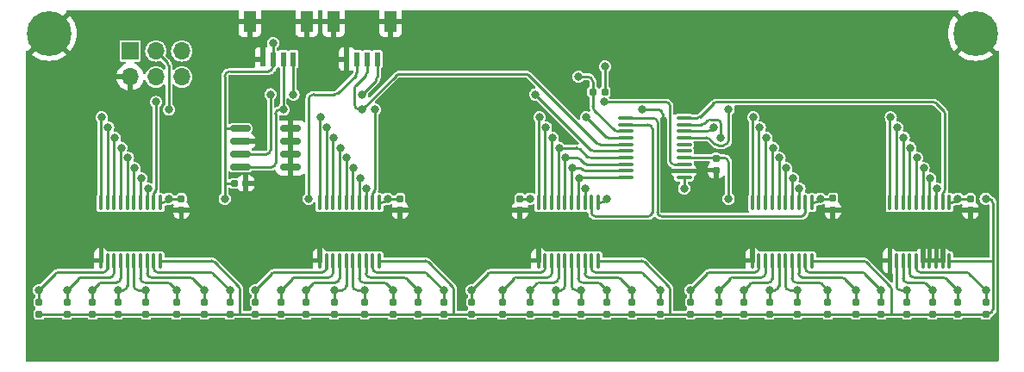
<source format=gbr>
%TF.GenerationSoftware,KiCad,Pcbnew,7.0.5-7.0.5~ubuntu20.04.1*%
%TF.CreationDate,2023-07-06T19:43:48+02:00*%
%TF.ProjectId,sao_keyboard,73616f5f-6b65-4796-926f-6172642e6b69,rev?*%
%TF.SameCoordinates,Original*%
%TF.FileFunction,Copper,L2,Bot*%
%TF.FilePolarity,Positive*%
%FSLAX46Y46*%
G04 Gerber Fmt 4.6, Leading zero omitted, Abs format (unit mm)*
G04 Created by KiCad (PCBNEW 7.0.5-7.0.5~ubuntu20.04.1) date 2023-07-06 19:43:48*
%MOMM*%
%LPD*%
G01*
G04 APERTURE LIST*
G04 Aperture macros list*
%AMRoundRect*
0 Rectangle with rounded corners*
0 $1 Rounding radius*
0 $2 $3 $4 $5 $6 $7 $8 $9 X,Y pos of 4 corners*
0 Add a 4 corners polygon primitive as box body*
4,1,4,$2,$3,$4,$5,$6,$7,$8,$9,$2,$3,0*
0 Add four circle primitives for the rounded corners*
1,1,$1+$1,$2,$3*
1,1,$1+$1,$4,$5*
1,1,$1+$1,$6,$7*
1,1,$1+$1,$8,$9*
0 Add four rect primitives between the rounded corners*
20,1,$1+$1,$2,$3,$4,$5,0*
20,1,$1+$1,$4,$5,$6,$7,0*
20,1,$1+$1,$6,$7,$8,$9,0*
20,1,$1+$1,$8,$9,$2,$3,0*%
G04 Aperture macros list end*
%TA.AperFunction,ComponentPad*%
%ADD10R,1.700000X1.700000*%
%TD*%
%TA.AperFunction,ComponentPad*%
%ADD11O,1.700000X1.700000*%
%TD*%
%TA.AperFunction,ComponentPad*%
%ADD12C,0.700000*%
%TD*%
%TA.AperFunction,ComponentPad*%
%ADD13C,4.400000*%
%TD*%
%TA.AperFunction,SMDPad,CuDef*%
%ADD14RoundRect,0.160000X0.160000X-0.197500X0.160000X0.197500X-0.160000X0.197500X-0.160000X-0.197500X0*%
%TD*%
%TA.AperFunction,SMDPad,CuDef*%
%ADD15RoundRect,0.100000X0.100000X-0.637500X0.100000X0.637500X-0.100000X0.637500X-0.100000X-0.637500X0*%
%TD*%
%TA.AperFunction,SMDPad,CuDef*%
%ADD16RoundRect,0.160000X0.197500X0.160000X-0.197500X0.160000X-0.197500X-0.160000X0.197500X-0.160000X0*%
%TD*%
%TA.AperFunction,SMDPad,CuDef*%
%ADD17RoundRect,0.155000X-0.155000X0.212500X-0.155000X-0.212500X0.155000X-0.212500X0.155000X0.212500X0*%
%TD*%
%TA.AperFunction,SMDPad,CuDef*%
%ADD18R,0.599440X1.348740*%
%TD*%
%TA.AperFunction,SMDPad,CuDef*%
%ADD19R,1.198880X1.998980*%
%TD*%
%TA.AperFunction,SMDPad,CuDef*%
%ADD20RoundRect,0.155000X-0.212500X-0.155000X0.212500X-0.155000X0.212500X0.155000X-0.212500X0.155000X0*%
%TD*%
%TA.AperFunction,SMDPad,CuDef*%
%ADD21RoundRect,0.150000X0.825000X0.150000X-0.825000X0.150000X-0.825000X-0.150000X0.825000X-0.150000X0*%
%TD*%
%TA.AperFunction,SMDPad,CuDef*%
%ADD22RoundRect,0.100000X0.637500X0.100000X-0.637500X0.100000X-0.637500X-0.100000X0.637500X-0.100000X0*%
%TD*%
%TA.AperFunction,ViaPad*%
%ADD23C,0.800000*%
%TD*%
%TA.AperFunction,Conductor*%
%ADD24C,0.250000*%
%TD*%
%TA.AperFunction,Conductor*%
%ADD25C,0.400000*%
%TD*%
G04 APERTURE END LIST*
D10*
%TO.P,J6,1,3V3*%
%TO.N,+3V3*%
X102710000Y-70980000D03*
D11*
%TO.P,J6,2,GND*%
%TO.N,GND*%
X102710000Y-73535000D03*
%TO.P,J6,3,SDA*%
%TO.N,SDA*%
X105250000Y-70980000D03*
%TO.P,J6,4,SCL*%
%TO.N,SCL*%
X105250000Y-73535000D03*
%TO.P,J6,5,IO1*%
%TO.N,LED_DIN*%
X107790000Y-70980000D03*
%TO.P,J6,6,IO2*%
%TO.N,SWIO*%
X107790000Y-73535000D03*
%TD*%
D12*
%TO.P,H2,1,1*%
%TO.N,GND*%
X93100000Y-69250000D03*
X93583274Y-68083274D03*
X93583274Y-70416726D03*
X94750000Y-67600000D03*
D13*
X94750000Y-69250000D03*
D12*
X94750000Y-70900000D03*
X95916726Y-68083274D03*
X95916726Y-70416726D03*
X96400000Y-69250000D03*
%TD*%
%TO.P,H1,1,1*%
%TO.N,GND*%
X184100000Y-69250000D03*
X184583274Y-68083274D03*
X184583274Y-70416726D03*
X185750000Y-67600000D03*
D13*
X185750000Y-69250000D03*
D12*
X185750000Y-70900000D03*
X186916726Y-68083274D03*
X186916726Y-70416726D03*
X187400000Y-69250000D03*
%TD*%
D14*
%TO.P,R17,1*%
%TO.N,+3V3*%
X136250000Y-96847500D03*
%TO.P,R17,2*%
%TO.N,X2Y0*%
X136250000Y-95652500D03*
%TD*%
%TO.P,R27,1*%
%TO.N,+3V3*%
X163000000Y-96847500D03*
%TO.P,R27,2*%
%TO.N,X3Y2*%
X163000000Y-95652500D03*
%TD*%
%TO.P,R21,1*%
%TO.N,+3V3*%
X147000000Y-96847500D03*
%TO.P,R21,2*%
%TO.N,X2Y4*%
X147000000Y-95652500D03*
%TD*%
%TO.P,R14,1*%
%TO.N,+3V3*%
X128500000Y-96847500D03*
%TO.P,R14,2*%
%TO.N,X1Y5*%
X128500000Y-95652500D03*
%TD*%
D15*
%TO.P,U4,1,A->B*%
%TO.N,+3V3*%
X169675000Y-91612500D03*
%TO.P,U4,2,A0*%
%TO.N,X3Y7*%
X169025000Y-91612500D03*
%TO.P,U4,3,A1*%
%TO.N,X3Y6*%
X168375000Y-91612500D03*
%TO.P,U4,4,A2*%
%TO.N,X3Y5*%
X167725000Y-91612500D03*
%TO.P,U4,5,A3*%
%TO.N,X3Y4*%
X167075000Y-91612500D03*
%TO.P,U4,6,A4*%
%TO.N,X3Y3*%
X166425000Y-91612500D03*
%TO.P,U4,7,A5*%
%TO.N,X3Y2*%
X165775000Y-91612500D03*
%TO.P,U4,8,A6*%
%TO.N,X3Y1*%
X165125000Y-91612500D03*
%TO.P,U4,9,A7*%
%TO.N,X3Y0*%
X164475000Y-91612500D03*
%TO.P,U4,10,GND*%
%TO.N,GND*%
X163825000Y-91612500D03*
%TO.P,U4,11,B7*%
%TO.N,Y0*%
X163825000Y-85887500D03*
%TO.P,U4,12,B6*%
%TO.N,Y1*%
X164475000Y-85887500D03*
%TO.P,U4,13,B5*%
%TO.N,Y2*%
X165125000Y-85887500D03*
%TO.P,U4,14,B4*%
%TO.N,Y3*%
X165775000Y-85887500D03*
%TO.P,U4,15,B3*%
%TO.N,Y4*%
X166425000Y-85887500D03*
%TO.P,U4,16,B2*%
%TO.N,Y5*%
X167075000Y-85887500D03*
%TO.P,U4,17,B1*%
%TO.N,Y6*%
X167725000Y-85887500D03*
%TO.P,U4,18,B0*%
%TO.N,Y7*%
X168375000Y-85887500D03*
%TO.P,U4,19,CE*%
%TO.N,X3*%
X169025000Y-85887500D03*
%TO.P,U4,20,VCC*%
%TO.N,+3V3*%
X169675000Y-85887500D03*
%TD*%
D16*
%TO.P,R37,1*%
%TO.N,+3V3*%
X149347500Y-75000000D03*
%TO.P,R37,2*%
%TO.N,SWIO*%
X148152500Y-75000000D03*
%TD*%
D14*
%TO.P,R5,1*%
%TO.N,+3V3*%
X104250000Y-96847500D03*
%TO.P,R5,2*%
%TO.N,X0Y4*%
X104250000Y-95652500D03*
%TD*%
%TO.P,R22,1*%
%TO.N,+3V3*%
X149500000Y-96847500D03*
%TO.P,R22,2*%
%TO.N,X2Y5*%
X149500000Y-95652500D03*
%TD*%
%TO.P,R2,1*%
%TO.N,+3V3*%
X96500000Y-96847500D03*
%TO.P,R2,2*%
%TO.N,X0Y1*%
X96500000Y-95652500D03*
%TD*%
%TO.P,R34,1*%
%TO.N,+3V3*%
X181500000Y-96847500D03*
%TO.P,R34,2*%
%TO.N,X4Y1*%
X181500000Y-95652500D03*
%TD*%
D17*
%TO.P,C1,1*%
%TO.N,+3V3*%
X160250000Y-81557500D03*
%TO.P,C1,2*%
%TO.N,GND*%
X160250000Y-82692500D03*
%TD*%
D14*
%TO.P,R35,1*%
%TO.N,+3V3*%
X184000000Y-96847500D03*
%TO.P,R35,2*%
%TO.N,X4Y2*%
X184000000Y-95652500D03*
%TD*%
%TO.P,R18,1*%
%TO.N,+3V3*%
X139250000Y-96847500D03*
%TO.P,R18,2*%
%TO.N,X2Y1*%
X139250000Y-95652500D03*
%TD*%
%TO.P,R24,1*%
%TO.N,+3V3*%
X154750000Y-96847500D03*
%TO.P,R24,2*%
%TO.N,X2Y7*%
X154750000Y-95652500D03*
%TD*%
%TO.P,R9,1*%
%TO.N,+3V3*%
X115000000Y-96847500D03*
%TO.P,R9,2*%
%TO.N,X1Y0*%
X115000000Y-95652500D03*
%TD*%
%TO.P,R25,1*%
%TO.N,+3V3*%
X157750000Y-96847500D03*
%TO.P,R25,2*%
%TO.N,X3Y0*%
X157750000Y-95652500D03*
%TD*%
D17*
%TO.P,C3,1*%
%TO.N,+3V3*%
X129250000Y-85507500D03*
%TO.P,C3,2*%
%TO.N,GND*%
X129250000Y-86642500D03*
%TD*%
%TO.P,C4,1*%
%TO.N,+3V3*%
X171750000Y-85482500D03*
%TO.P,C4,2*%
%TO.N,GND*%
X171750000Y-86617500D03*
%TD*%
D18*
%TO.P,J5,1,GND*%
%TO.N,GND*%
X124001400Y-71776285D03*
%TO.P,J5,2,VCC*%
%TO.N,+3V3*%
X125002160Y-71776285D03*
%TO.P,J5,3,SDA*%
%TO.N,SDA*%
X125997840Y-71776285D03*
%TO.P,J5,4,SCL*%
%TO.N,SCL*%
X126998600Y-71776285D03*
D19*
%TO.P,J5,5*%
%TO.N,GND*%
X122700920Y-68103445D03*
%TO.P,J5,6*%
X128299080Y-68103445D03*
%TD*%
D14*
%TO.P,R16,1*%
%TO.N,+3V3*%
X133500000Y-96847500D03*
%TO.P,R16,2*%
%TO.N,X1Y7*%
X133500000Y-95652500D03*
%TD*%
D15*
%TO.P,U5,1,A->B*%
%TO.N,+3V3*%
X183175000Y-91612500D03*
%TO.P,U5,2,A0*%
%TO.N,GND*%
X182525000Y-91612500D03*
%TO.P,U5,3,A1*%
X181875000Y-91612500D03*
%TO.P,U5,4,A2*%
X181225000Y-91612500D03*
%TO.P,U5,5,A3*%
X180575000Y-91612500D03*
%TO.P,U5,6,A4*%
%TO.N,X4Y3*%
X179925000Y-91612500D03*
%TO.P,U5,7,A5*%
%TO.N,X4Y2*%
X179275000Y-91612500D03*
%TO.P,U5,8,A6*%
%TO.N,X4Y1*%
X178625000Y-91612500D03*
%TO.P,U5,9,A7*%
%TO.N,X4Y0*%
X177975000Y-91612500D03*
%TO.P,U5,10,GND*%
%TO.N,GND*%
X177325000Y-91612500D03*
%TO.P,U5,11,B7*%
%TO.N,Y0*%
X177325000Y-85887500D03*
%TO.P,U5,12,B6*%
%TO.N,Y1*%
X177975000Y-85887500D03*
%TO.P,U5,13,B5*%
%TO.N,Y2*%
X178625000Y-85887500D03*
%TO.P,U5,14,B4*%
%TO.N,Y3*%
X179275000Y-85887500D03*
%TO.P,U5,15,B3*%
%TO.N,Y4*%
X179925000Y-85887500D03*
%TO.P,U5,16,B2*%
%TO.N,Y5*%
X180575000Y-85887500D03*
%TO.P,U5,17,B1*%
%TO.N,Y6*%
X181225000Y-85887500D03*
%TO.P,U5,18,B0*%
%TO.N,Y7*%
X181875000Y-85887500D03*
%TO.P,U5,19,CE*%
%TO.N,X4*%
X182525000Y-85887500D03*
%TO.P,U5,20,VCC*%
%TO.N,+3V3*%
X183175000Y-85887500D03*
%TD*%
D14*
%TO.P,R29,1*%
%TO.N,+3V3*%
X168250000Y-96847500D03*
%TO.P,R29,2*%
%TO.N,X3Y4*%
X168250000Y-95652500D03*
%TD*%
%TO.P,R28,1*%
%TO.N,+3V3*%
X165500000Y-96847500D03*
%TO.P,R28,2*%
%TO.N,X3Y3*%
X165500000Y-95652500D03*
%TD*%
%TO.P,R26,1*%
%TO.N,+3V3*%
X160500000Y-96847500D03*
%TO.P,R26,2*%
%TO.N,X3Y1*%
X160500000Y-95652500D03*
%TD*%
D20*
%TO.P,C7,1*%
%TO.N,+3V3*%
X112932500Y-84000000D03*
%TO.P,C7,2*%
%TO.N,GND*%
X114067500Y-84000000D03*
%TD*%
D14*
%TO.P,R10,1*%
%TO.N,+3V3*%
X117500000Y-96847500D03*
%TO.P,R10,2*%
%TO.N,X1Y1*%
X117500000Y-95652500D03*
%TD*%
%TO.P,R23,1*%
%TO.N,+3V3*%
X152000000Y-96847500D03*
%TO.P,R23,2*%
%TO.N,X2Y6*%
X152000000Y-95652500D03*
%TD*%
%TO.P,R32,1*%
%TO.N,+3V3*%
X176500000Y-96847500D03*
%TO.P,R32,2*%
%TO.N,X3Y7*%
X176500000Y-95652500D03*
%TD*%
%TO.P,R1,1*%
%TO.N,+3V3*%
X93750000Y-96847500D03*
%TO.P,R1,2*%
%TO.N,X0Y0*%
X93750000Y-95652500D03*
%TD*%
D18*
%TO.P,J4,1,GND*%
%TO.N,GND*%
X115751400Y-71776285D03*
%TO.P,J4,2,VCC*%
%TO.N,+3V3*%
X116752160Y-71776285D03*
%TO.P,J4,3,SDA*%
%TO.N,SDA*%
X117747840Y-71776285D03*
%TO.P,J4,4,SCL*%
%TO.N,SCL*%
X118748600Y-71776285D03*
D19*
%TO.P,J4,5*%
%TO.N,GND*%
X114450920Y-68103445D03*
%TO.P,J4,6*%
X120049080Y-68103445D03*
%TD*%
D15*
%TO.P,U1,1,A->B*%
%TO.N,+3V3*%
X105675000Y-91612500D03*
%TO.P,U1,2,A0*%
%TO.N,X0Y7*%
X105025000Y-91612500D03*
%TO.P,U1,3,A1*%
%TO.N,X0Y6*%
X104375000Y-91612500D03*
%TO.P,U1,4,A2*%
%TO.N,X0Y5*%
X103725000Y-91612500D03*
%TO.P,U1,5,A3*%
%TO.N,X0Y4*%
X103075000Y-91612500D03*
%TO.P,U1,6,A4*%
%TO.N,X0Y3*%
X102425000Y-91612500D03*
%TO.P,U1,7,A5*%
%TO.N,X0Y2*%
X101775000Y-91612500D03*
%TO.P,U1,8,A6*%
%TO.N,X0Y1*%
X101125000Y-91612500D03*
%TO.P,U1,9,A7*%
%TO.N,X0Y0*%
X100475000Y-91612500D03*
%TO.P,U1,10,GND*%
%TO.N,GND*%
X99825000Y-91612500D03*
%TO.P,U1,11,B7*%
%TO.N,Y0*%
X99825000Y-85887500D03*
%TO.P,U1,12,B6*%
%TO.N,Y1*%
X100475000Y-85887500D03*
%TO.P,U1,13,B5*%
%TO.N,Y2*%
X101125000Y-85887500D03*
%TO.P,U1,14,B4*%
%TO.N,Y3*%
X101775000Y-85887500D03*
%TO.P,U1,15,B3*%
%TO.N,Y4*%
X102425000Y-85887500D03*
%TO.P,U1,16,B2*%
%TO.N,Y5*%
X103075000Y-85887500D03*
%TO.P,U1,17,B1*%
%TO.N,Y6*%
X103725000Y-85887500D03*
%TO.P,U1,18,B0*%
%TO.N,Y7*%
X104375000Y-85887500D03*
%TO.P,U1,19,CE*%
%TO.N,X0*%
X105025000Y-85887500D03*
%TO.P,U1,20,VCC*%
%TO.N,+3V3*%
X105675000Y-85887500D03*
%TD*%
D14*
%TO.P,R8,1*%
%TO.N,+3V3*%
X112500000Y-96847500D03*
%TO.P,R8,2*%
%TO.N,X0Y7*%
X112500000Y-95652500D03*
%TD*%
%TO.P,R12,1*%
%TO.N,+3V3*%
X122750000Y-96847500D03*
%TO.P,R12,2*%
%TO.N,X1Y3*%
X122750000Y-95652500D03*
%TD*%
%TO.P,R30,1*%
%TO.N,+3V3*%
X171250000Y-96847500D03*
%TO.P,R30,2*%
%TO.N,X3Y5*%
X171250000Y-95652500D03*
%TD*%
%TO.P,R6,1*%
%TO.N,+3V3*%
X107250000Y-96847500D03*
%TO.P,R6,2*%
%TO.N,X0Y5*%
X107250000Y-95652500D03*
%TD*%
%TO.P,R7,1*%
%TO.N,+3V3*%
X110000000Y-96847500D03*
%TO.P,R7,2*%
%TO.N,X0Y6*%
X110000000Y-95652500D03*
%TD*%
%TO.P,R15,1*%
%TO.N,+3V3*%
X131000000Y-96847500D03*
%TO.P,R15,2*%
%TO.N,X1Y6*%
X131000000Y-95652500D03*
%TD*%
D21*
%TO.P,U7,1,A0*%
%TO.N,GND*%
X118475000Y-78595000D03*
%TO.P,U7,2,A1*%
X118475000Y-79865000D03*
%TO.P,U7,3,A2*%
X118475000Y-81135000D03*
%TO.P,U7,4,GND*%
X118475000Y-82405000D03*
%TO.P,U7,5,SDA*%
%TO.N,SDA*%
X113525000Y-82405000D03*
%TO.P,U7,6,SCL*%
%TO.N,SCL*%
X113525000Y-81135000D03*
%TO.P,U7,7,WP*%
%TO.N,GND*%
X113525000Y-79865000D03*
%TO.P,U7,8,VCC*%
%TO.N,+3V3*%
X113525000Y-78595000D03*
%TD*%
D14*
%TO.P,R20,1*%
%TO.N,+3V3*%
X144500000Y-96847500D03*
%TO.P,R20,2*%
%TO.N,X2Y3*%
X144500000Y-95652500D03*
%TD*%
D17*
%TO.P,C2,1*%
%TO.N,+3V3*%
X107750000Y-85507500D03*
%TO.P,C2,2*%
%TO.N,GND*%
X107750000Y-86642500D03*
%TD*%
D22*
%TO.P,U6,1,PD4*%
%TO.N,X4*%
X157112500Y-77575000D03*
%TO.P,U6,2,PD5*%
%TO.N,Y2*%
X157112500Y-78225000D03*
%TO.P,U6,3,PD6*%
%TO.N,Y1*%
X157112500Y-78875000D03*
%TO.P,U6,4,PD7*%
%TO.N,X1*%
X157112500Y-79525000D03*
%TO.P,U6,5,PA1*%
%TO.N,unconnected-(U6-PA1-Pad5)*%
X157112500Y-80175000D03*
%TO.P,U6,6,PA2*%
%TO.N,unconnected-(U6-PA2-Pad6)*%
X157112500Y-80825000D03*
%TO.P,U6,7,VSS*%
%TO.N,+3V3*%
X157112500Y-81475000D03*
%TO.P,U6,8,PD0*%
%TO.N,X0*%
X157112500Y-82125000D03*
%TO.P,U6,9,VDD*%
%TO.N,GND*%
X157112500Y-82775000D03*
%TO.P,U6,10,PC0*%
%TO.N,Y7*%
X157112500Y-83425000D03*
%TO.P,U6,11,PC1*%
%TO.N,Y6*%
X151387500Y-83425000D03*
%TO.P,U6,12,PC2*%
%TO.N,Y5*%
X151387500Y-82775000D03*
%TO.P,U6,13,PC3*%
%TO.N,Y4*%
X151387500Y-82125000D03*
%TO.P,U6,14,PC4*%
%TO.N,Y3*%
X151387500Y-81475000D03*
%TO.P,U6,15,PC5*%
%TO.N,SCL*%
X151387500Y-80825000D03*
%TO.P,U6,16,PC6*%
%TO.N,SDA*%
X151387500Y-80175000D03*
%TO.P,U6,17,PC7*%
%TO.N,Y0*%
X151387500Y-79525000D03*
%TO.P,U6,18,PD1*%
%TO.N,SWIO*%
X151387500Y-78875000D03*
%TO.P,U6,19,PD2*%
%TO.N,X2*%
X151387500Y-78225000D03*
%TO.P,U6,20,PD3*%
%TO.N,X3*%
X151387500Y-77575000D03*
%TD*%
D14*
%TO.P,R13,1*%
%TO.N,+3V3*%
X125750000Y-96847500D03*
%TO.P,R13,2*%
%TO.N,X1Y4*%
X125750000Y-95652500D03*
%TD*%
%TO.P,R31,1*%
%TO.N,+3V3*%
X174000000Y-96847500D03*
%TO.P,R31,2*%
%TO.N,X3Y6*%
X174000000Y-95652500D03*
%TD*%
%TO.P,R36,1*%
%TO.N,+3V3*%
X186750000Y-96847500D03*
%TO.P,R36,2*%
%TO.N,X4Y3*%
X186750000Y-95652500D03*
%TD*%
%TO.P,R11,1*%
%TO.N,+3V3*%
X120000000Y-96847500D03*
%TO.P,R11,2*%
%TO.N,X1Y2*%
X120000000Y-95652500D03*
%TD*%
%TO.P,R33,1*%
%TO.N,+3V3*%
X179000000Y-96847500D03*
%TO.P,R33,2*%
%TO.N,X4Y0*%
X179000000Y-95652500D03*
%TD*%
%TO.P,R19,1*%
%TO.N,+3V3*%
X142000000Y-96847500D03*
%TO.P,R19,2*%
%TO.N,X2Y2*%
X142000000Y-95652500D03*
%TD*%
D15*
%TO.P,U3,1,A->B*%
%TO.N,+3V3*%
X148675000Y-91612500D03*
%TO.P,U3,2,A0*%
%TO.N,X2Y7*%
X148025000Y-91612500D03*
%TO.P,U3,3,A1*%
%TO.N,X2Y6*%
X147375000Y-91612500D03*
%TO.P,U3,4,A2*%
%TO.N,X2Y5*%
X146725000Y-91612500D03*
%TO.P,U3,5,A3*%
%TO.N,X2Y4*%
X146075000Y-91612500D03*
%TO.P,U3,6,A4*%
%TO.N,X2Y3*%
X145425000Y-91612500D03*
%TO.P,U3,7,A5*%
%TO.N,X2Y2*%
X144775000Y-91612500D03*
%TO.P,U3,8,A6*%
%TO.N,X2Y1*%
X144125000Y-91612500D03*
%TO.P,U3,9,A7*%
%TO.N,X2Y0*%
X143475000Y-91612500D03*
%TO.P,U3,10,GND*%
%TO.N,GND*%
X142825000Y-91612500D03*
%TO.P,U3,11,B7*%
%TO.N,Y0*%
X142825000Y-85887500D03*
%TO.P,U3,12,B6*%
%TO.N,Y1*%
X143475000Y-85887500D03*
%TO.P,U3,13,B5*%
%TO.N,Y2*%
X144125000Y-85887500D03*
%TO.P,U3,14,B4*%
%TO.N,Y3*%
X144775000Y-85887500D03*
%TO.P,U3,15,B3*%
%TO.N,Y4*%
X145425000Y-85887500D03*
%TO.P,U3,16,B2*%
%TO.N,Y5*%
X146075000Y-85887500D03*
%TO.P,U3,17,B1*%
%TO.N,Y6*%
X146725000Y-85887500D03*
%TO.P,U3,18,B0*%
%TO.N,Y7*%
X147375000Y-85887500D03*
%TO.P,U3,19,CE*%
%TO.N,X2*%
X148025000Y-85887500D03*
%TO.P,U3,20,VCC*%
%TO.N,+3V3*%
X148675000Y-85887500D03*
%TD*%
D14*
%TO.P,R3,1*%
%TO.N,+3V3*%
X99000000Y-96847500D03*
%TO.P,R3,2*%
%TO.N,X0Y2*%
X99000000Y-95652500D03*
%TD*%
D15*
%TO.P,U2,1,A->B*%
%TO.N,+3V3*%
X127175000Y-91612500D03*
%TO.P,U2,2,A0*%
%TO.N,X1Y7*%
X126525000Y-91612500D03*
%TO.P,U2,3,A1*%
%TO.N,X1Y6*%
X125875000Y-91612500D03*
%TO.P,U2,4,A2*%
%TO.N,X1Y5*%
X125225000Y-91612500D03*
%TO.P,U2,5,A3*%
%TO.N,X1Y4*%
X124575000Y-91612500D03*
%TO.P,U2,6,A4*%
%TO.N,X1Y3*%
X123925000Y-91612500D03*
%TO.P,U2,7,A5*%
%TO.N,X1Y2*%
X123275000Y-91612500D03*
%TO.P,U2,8,A6*%
%TO.N,X1Y1*%
X122625000Y-91612500D03*
%TO.P,U2,9,A7*%
%TO.N,X1Y0*%
X121975000Y-91612500D03*
%TO.P,U2,10,GND*%
%TO.N,GND*%
X121325000Y-91612500D03*
%TO.P,U2,11,B7*%
%TO.N,Y0*%
X121325000Y-85887500D03*
%TO.P,U2,12,B6*%
%TO.N,Y1*%
X121975000Y-85887500D03*
%TO.P,U2,13,B5*%
%TO.N,Y2*%
X122625000Y-85887500D03*
%TO.P,U2,14,B4*%
%TO.N,Y3*%
X123275000Y-85887500D03*
%TO.P,U2,15,B3*%
%TO.N,Y4*%
X123925000Y-85887500D03*
%TO.P,U2,16,B2*%
%TO.N,Y5*%
X124575000Y-85887500D03*
%TO.P,U2,17,B1*%
%TO.N,Y6*%
X125225000Y-85887500D03*
%TO.P,U2,18,B0*%
%TO.N,Y7*%
X125875000Y-85887500D03*
%TO.P,U2,19,CE*%
%TO.N,X1*%
X126525000Y-85887500D03*
%TO.P,U2,20,VCC*%
%TO.N,+3V3*%
X127175000Y-85887500D03*
%TD*%
D14*
%TO.P,R4,1*%
%TO.N,+3V3*%
X101500000Y-96847500D03*
%TO.P,R4,2*%
%TO.N,X0Y3*%
X101500000Y-95652500D03*
%TD*%
D17*
%TO.P,C5,1*%
%TO.N,+3V3*%
X185250000Y-85507500D03*
%TO.P,C5,2*%
%TO.N,GND*%
X185250000Y-86642500D03*
%TD*%
%TO.P,C6,1*%
%TO.N,+3V3*%
X141000000Y-85507500D03*
%TO.P,C6,2*%
%TO.N,GND*%
X141000000Y-86642500D03*
%TD*%
D23*
%TO.N,+3V3*%
X120250000Y-85500000D03*
X161500000Y-85500000D03*
X142000000Y-85500000D03*
X186750000Y-85500000D03*
X170500000Y-85500000D03*
X112000000Y-85500000D03*
X149350000Y-72500000D03*
X106500000Y-85500000D03*
X184000000Y-85500000D03*
X149500000Y-85500000D03*
X116750000Y-70200000D03*
X128000000Y-85500000D03*
%TO.N,GND*%
X157250000Y-76250000D03*
X157250000Y-74250000D03*
X170500000Y-76750000D03*
X115250000Y-74250000D03*
X153000000Y-74250000D03*
X116250000Y-67750000D03*
X153000000Y-76750000D03*
X165250000Y-70000000D03*
X116250000Y-68750000D03*
X114250000Y-74250000D03*
X99000000Y-81250000D03*
X99000000Y-84250000D03*
X133000000Y-74250000D03*
X181500000Y-78000000D03*
X97500000Y-82750000D03*
X99000000Y-82750000D03*
X184000000Y-83500000D03*
X97500000Y-81250000D03*
X145250000Y-70000000D03*
X155250000Y-70000000D03*
X125250000Y-70000000D03*
X135250000Y-70000000D03*
X97500000Y-84250000D03*
X113250000Y-74250000D03*
%TO.N,SDA*%
X117750000Y-76750000D03*
X106500000Y-76750000D03*
X125500000Y-76750000D03*
%TO.N,SCL*%
X118750000Y-75250000D03*
X125500000Y-75250000D03*
X116500000Y-75250000D03*
X142500000Y-75250000D03*
%TO.N,X0Y0*%
X93750000Y-94500000D03*
%TO.N,X0Y1*%
X96500000Y-94500000D03*
%TO.N,X0Y2*%
X99000000Y-94500000D03*
%TO.N,X0Y3*%
X101500000Y-94500000D03*
%TO.N,X0Y4*%
X104250000Y-94500000D03*
%TO.N,X0Y5*%
X107250000Y-94500000D03*
%TO.N,X0Y6*%
X110000000Y-94500000D03*
%TO.N,X0Y7*%
X112500000Y-94500000D03*
%TO.N,X1Y0*%
X115000000Y-94500000D03*
%TO.N,X1Y1*%
X117500000Y-94500000D03*
%TO.N,X1Y2*%
X120000000Y-94500000D03*
%TO.N,X1Y3*%
X122750000Y-94500000D03*
%TO.N,X1Y4*%
X125750000Y-94500000D03*
%TO.N,X1Y5*%
X128500000Y-94500000D03*
%TO.N,X1Y6*%
X131000000Y-94500000D03*
%TO.N,X1Y7*%
X133500000Y-94500000D03*
%TO.N,X2Y0*%
X136250000Y-94500000D03*
%TO.N,X2Y1*%
X139250000Y-94500000D03*
%TO.N,X2Y2*%
X142000000Y-94500000D03*
%TO.N,X2Y3*%
X144500000Y-94500000D03*
%TO.N,X2Y4*%
X147000000Y-94500000D03*
%TO.N,X2Y5*%
X149500000Y-94500000D03*
%TO.N,X2Y6*%
X152000000Y-94500000D03*
%TO.N,X2Y7*%
X154750000Y-94500000D03*
%TO.N,X3Y0*%
X157750000Y-94500000D03*
%TO.N,X3Y1*%
X160500000Y-94500000D03*
%TO.N,X3Y2*%
X163000000Y-94500000D03*
%TO.N,X3Y3*%
X165500000Y-94500000D03*
%TO.N,X3Y4*%
X168250000Y-94500000D03*
%TO.N,X3Y5*%
X171250000Y-94500000D03*
%TO.N,X3Y6*%
X174000000Y-94500000D03*
%TO.N,X3Y7*%
X176500000Y-94500000D03*
%TO.N,X4Y0*%
X179000000Y-94500000D03*
%TO.N,X4Y1*%
X181500000Y-94500000D03*
%TO.N,X4Y2*%
X184000000Y-94500000D03*
%TO.N,X4Y3*%
X186750000Y-94500000D03*
%TO.N,Y7*%
X168450000Y-84500000D03*
X104450000Y-84500000D03*
X147450000Y-84500000D03*
X157125000Y-84500000D03*
X125950000Y-84500000D03*
X181950000Y-84500000D03*
%TO.N,Y6*%
X146800000Y-83500000D03*
X181300000Y-83500000D03*
X103800000Y-83500000D03*
X125300000Y-83500000D03*
X167800000Y-83500000D03*
%TO.N,Y5*%
X146150000Y-82500000D03*
X103150000Y-82500000D03*
X124650000Y-82500000D03*
X180650000Y-82500000D03*
X167150000Y-82500000D03*
%TO.N,Y4*%
X166500000Y-81500000D03*
X102500000Y-81500000D03*
X180000000Y-81500000D03*
X124000000Y-81500000D03*
X145500000Y-81500000D03*
%TO.N,Y3*%
X165850000Y-80500000D03*
X179350000Y-80500000D03*
X101850000Y-80500000D03*
X144850000Y-80500000D03*
X123350000Y-80500000D03*
%TO.N,Y2*%
X178700000Y-79500000D03*
X101200000Y-79500000D03*
X165200000Y-79500000D03*
X144200000Y-79500000D03*
X160750000Y-79500000D03*
X122700000Y-79500000D03*
%TO.N,Y1*%
X143550000Y-78500000D03*
X100550000Y-78500000D03*
X178050000Y-78500000D03*
X122050000Y-78500000D03*
X164550000Y-78500000D03*
X160000000Y-78500000D03*
%TO.N,Y0*%
X177425000Y-77500000D03*
X99925000Y-77500000D03*
X163925000Y-77500000D03*
X147500000Y-77500000D03*
X121425000Y-77500000D03*
X142925000Y-77500000D03*
%TO.N,X1*%
X126750000Y-76750000D03*
X161500000Y-76750000D03*
%TO.N,X0*%
X149250000Y-76000000D03*
X105250000Y-76000000D03*
%TO.N,SWIO*%
X146750000Y-73500000D03*
%TD*%
D24*
%TO.N,+3V3*%
X129242500Y-85500000D02*
X129250000Y-85507500D01*
X148675000Y-91612500D02*
X152946815Y-91612500D01*
X105675000Y-85887500D02*
X105946815Y-85887500D01*
X183729658Y-85770342D02*
X184000000Y-85500000D01*
X112002160Y-84000000D02*
X112002160Y-85497840D01*
X113525000Y-78595000D02*
X113520000Y-78600000D01*
X127175000Y-91612500D02*
X131696815Y-91612500D01*
X159500000Y-81475000D02*
X161000000Y-81475000D01*
X128000000Y-85500000D02*
X129242500Y-85500000D01*
X183175000Y-91612500D02*
X187462500Y-91612500D01*
X116752160Y-70202160D02*
X116750000Y-70200000D01*
X141000000Y-85507500D02*
X141992500Y-85507500D01*
X184000000Y-85500000D02*
X185242500Y-85500000D01*
X149347500Y-75000000D02*
X149347500Y-72502500D01*
X187475000Y-86000000D02*
X187475000Y-91600000D01*
X112002160Y-85497840D02*
X112000000Y-85500000D01*
X186750000Y-96847500D02*
X177500000Y-96847500D01*
X177500000Y-94415685D02*
X177500000Y-96847500D01*
X110979658Y-91729658D02*
X113382843Y-94132843D01*
X112000000Y-78600000D02*
X112000000Y-83997840D01*
X185242500Y-85500000D02*
X185250000Y-85507500D01*
X112000000Y-73500000D02*
X112000000Y-78600000D01*
X112932500Y-84000000D02*
X112002160Y-84000000D01*
X106229658Y-85770342D02*
X106500000Y-85500000D01*
X170500000Y-85500000D02*
X171732500Y-85500000D01*
X148675000Y-85887500D02*
X148946815Y-85887500D01*
X116752160Y-71776285D02*
X116752160Y-70202160D01*
X120252160Y-85497840D02*
X120252160Y-75750000D01*
X116250000Y-73000000D02*
X112500000Y-73000000D01*
X120250000Y-85500000D02*
X120252160Y-85497840D01*
X169675000Y-85887500D02*
X169946815Y-85887500D01*
X153229658Y-91729658D02*
X155632843Y-94132843D01*
X160167500Y-81475000D02*
X160250000Y-81557500D01*
X116750000Y-71778445D02*
X116750000Y-72500000D01*
X174979658Y-91729658D02*
X177382843Y-94132843D01*
X183175000Y-85887500D02*
X183446815Y-85887500D01*
X113500000Y-96847500D02*
X93750000Y-96847500D01*
X149347500Y-72502500D02*
X149350000Y-72500000D01*
X187462500Y-91612500D02*
X187475000Y-91600000D01*
X106500000Y-85500000D02*
X107742500Y-85500000D01*
X120752160Y-75250000D02*
X122792893Y-75250000D01*
X113500000Y-94415685D02*
X113500000Y-96847500D01*
X107742500Y-85500000D02*
X107750000Y-85507500D01*
X186750000Y-96847500D02*
X186975000Y-96847500D01*
X177500000Y-96847500D02*
X134500000Y-96847500D01*
X186750000Y-85500000D02*
X186975000Y-85500000D01*
X131979658Y-91729658D02*
X134382843Y-94132843D01*
X125002160Y-73040733D02*
X125002160Y-71776285D01*
X141992500Y-85507500D02*
X142000000Y-85500000D01*
X159500000Y-81475000D02*
X160167500Y-81475000D01*
X134500000Y-96847500D02*
X113500000Y-96847500D01*
X127175000Y-85887500D02*
X127446815Y-85887500D01*
X105675000Y-91612500D02*
X110696815Y-91612500D01*
X134500000Y-94415685D02*
X134500000Y-96847500D01*
X170229658Y-85770342D02*
X170500000Y-85500000D01*
X171732500Y-85500000D02*
X171750000Y-85482500D01*
X113520000Y-78600000D02*
X112000000Y-78600000D01*
X116752160Y-71776285D02*
X116750000Y-71778445D01*
X161500000Y-81975000D02*
X161500000Y-85500000D01*
X187475000Y-96347500D02*
X187475000Y-91600000D01*
X123146447Y-75103553D02*
X124855714Y-73394286D01*
X157112500Y-81475000D02*
X159500000Y-81475000D01*
X127729658Y-85770342D02*
X128000000Y-85500000D01*
X112000000Y-83997840D02*
X112002160Y-84000000D01*
X155750000Y-94415685D02*
X155750000Y-96847500D01*
X149229658Y-85770342D02*
X149500000Y-85500000D01*
X169675000Y-91612500D02*
X174696815Y-91612500D01*
X131979651Y-91729665D02*
G75*
G03*
X131696815Y-91612500I-282851J-282835D01*
G01*
X155750010Y-94415685D02*
G75*
G03*
X155632843Y-94132843I-400010J-15D01*
G01*
X116250000Y-73000000D02*
G75*
G03*
X116750000Y-72500000I0J500000D01*
G01*
X112500000Y-73000000D02*
G75*
G03*
X112000000Y-73500000I0J-500000D01*
G01*
X186975000Y-96847500D02*
G75*
G03*
X187475000Y-96347500I0J500000D01*
G01*
X105946815Y-85887510D02*
G75*
G03*
X106229658Y-85770342I-15J400010D01*
G01*
X127446815Y-85887510D02*
G75*
G03*
X127729658Y-85770342I-15J400010D01*
G01*
X169946815Y-85887510D02*
G75*
G03*
X170229658Y-85770342I-15J400010D01*
G01*
X177500010Y-94415685D02*
G75*
G03*
X177382843Y-94132843I-400010J-15D01*
G01*
X174979651Y-91729665D02*
G75*
G03*
X174696815Y-91612500I-282851J-282835D01*
G01*
X113500010Y-94415685D02*
G75*
G03*
X113382843Y-94132843I-400010J-15D01*
G01*
X134500010Y-94415685D02*
G75*
G03*
X134382843Y-94132843I-400010J-15D01*
G01*
X187475000Y-86000000D02*
G75*
G03*
X186975000Y-85500000I-500000J0D01*
G01*
X120752160Y-75249960D02*
G75*
G03*
X120252160Y-75750000I40J-500040D01*
G01*
X148946815Y-85887510D02*
G75*
G03*
X149229658Y-85770342I-15J400010D01*
G01*
X183446815Y-85887510D02*
G75*
G03*
X183729658Y-85770342I-15J400010D01*
G01*
X153229651Y-91729665D02*
G75*
G03*
X152946815Y-91612500I-282851J-282835D01*
G01*
X122792893Y-75249995D02*
G75*
G03*
X123146447Y-75103553I7J499995D01*
G01*
X161500000Y-81975000D02*
G75*
G03*
X161000000Y-81475000I-500000J0D01*
G01*
X110979651Y-91729665D02*
G75*
G03*
X110696815Y-91612500I-282851J-282835D01*
G01*
X124855689Y-73394261D02*
G75*
G03*
X125002160Y-73040733I-353489J353561D01*
G01*
D25*
%TO.N,GND*%
X181225000Y-91612500D02*
X181225000Y-90250000D01*
X181875000Y-91612500D02*
X181875000Y-90250000D01*
X163825000Y-91612500D02*
X163825000Y-90250000D01*
X180575000Y-91612500D02*
X180575000Y-90250000D01*
D24*
X160167500Y-82775000D02*
X160250000Y-82692500D01*
D25*
X142825000Y-91612500D02*
X142825000Y-90250000D01*
X182525000Y-91612500D02*
X182525000Y-90250000D01*
D24*
X157112500Y-82775000D02*
X160167500Y-82775000D01*
X155000000Y-82375000D02*
X155000000Y-77150000D01*
X157112500Y-82775000D02*
X155400000Y-82775000D01*
D25*
X177325000Y-91612500D02*
X177325000Y-90250000D01*
X99825000Y-91612500D02*
X99825000Y-90250000D01*
X121325000Y-91612500D02*
X121325000Y-90250000D01*
D24*
X154600000Y-76750000D02*
X153000000Y-76750000D01*
X155000000Y-82375000D02*
G75*
G03*
X155400000Y-82775000I400000J0D01*
G01*
X155000000Y-77150000D02*
G75*
G03*
X154600000Y-76750000I-400000J0D01*
G01*
%TO.N,SDA*%
X116600000Y-82400000D02*
X113530000Y-82400000D01*
X117750000Y-76750000D02*
X117747840Y-76747840D01*
X125851393Y-73398607D02*
X124896446Y-74353554D01*
X148557842Y-80057842D02*
X141867157Y-73367157D01*
X117000000Y-77150000D02*
X117000000Y-82000000D01*
X117747840Y-76747840D02*
X117747840Y-71776285D01*
X141584315Y-73250000D02*
X129207107Y-73250000D01*
X151387500Y-80175000D02*
X148840685Y-80175000D01*
X124750000Y-74707107D02*
X124750000Y-76250000D01*
X128853553Y-73396447D02*
X125500000Y-76750000D01*
X125250000Y-76750000D02*
X125500000Y-76750000D01*
X125997840Y-71776285D02*
X125997840Y-73045053D01*
X106500000Y-76750000D02*
X106500000Y-72437107D01*
X117750000Y-76750000D02*
X117400000Y-76750000D01*
X113530000Y-82400000D02*
X113525000Y-82405000D01*
X106353553Y-72083553D02*
X105250000Y-70980000D01*
X129207107Y-73250005D02*
G75*
G03*
X128853553Y-73396447I-7J-499995D01*
G01*
X124896443Y-74353551D02*
G75*
G03*
X124750000Y-74707107I353557J-353549D01*
G01*
X148557849Y-80057835D02*
G75*
G03*
X148840685Y-80175000I282851J282835D01*
G01*
X124750000Y-76250000D02*
G75*
G03*
X125250000Y-76750000I500000J0D01*
G01*
X117400000Y-76750000D02*
G75*
G03*
X117000000Y-77150000I0J-400000D01*
G01*
X125851425Y-73398639D02*
G75*
G03*
X125997840Y-73045053I-353625J353539D01*
G01*
X106499995Y-72437107D02*
G75*
G03*
X106353553Y-72083553I-499995J7D01*
G01*
X141867146Y-73367168D02*
G75*
G03*
X141584315Y-73250000I-282646J-282332D01*
G01*
X116600000Y-82400000D02*
G75*
G03*
X117000000Y-82000000I0J400000D01*
G01*
%TO.N,SCL*%
X113535000Y-81125000D02*
X113525000Y-81135000D01*
X118748600Y-75248600D02*
X118748600Y-71776285D01*
X126852153Y-73897847D02*
X125500000Y-75250000D01*
X118750000Y-75250000D02*
X118748600Y-75248600D01*
X126998600Y-71776285D02*
X126998600Y-73544293D01*
X116100000Y-81125000D02*
X113535000Y-81125000D01*
X116500000Y-75250000D02*
X116500000Y-80725000D01*
X148240685Y-80825000D02*
X151387500Y-80825000D01*
X142500000Y-75250000D02*
X147957843Y-80707843D01*
X147957850Y-80707836D02*
G75*
G03*
X148240685Y-80825000I282850J282836D01*
G01*
X116100000Y-81125000D02*
G75*
G03*
X116500000Y-80725000I0J400000D01*
G01*
X126852156Y-73897850D02*
G75*
G03*
X126998600Y-73544293I-353556J353550D01*
G01*
%TO.N,X0Y0*%
X93750000Y-94500000D02*
X93750000Y-95652500D01*
X100475000Y-92350000D02*
X100475000Y-91612500D01*
X95665685Y-92750000D02*
X100075000Y-92750000D01*
X93750000Y-94500000D02*
X95382843Y-92867157D01*
X95665685Y-92749990D02*
G75*
G03*
X95382843Y-92867157I15J-400010D01*
G01*
X100075000Y-92750000D02*
G75*
G03*
X100475000Y-92350000I0J400000D01*
G01*
%TO.N,X0Y1*%
X96500000Y-94500000D02*
X96500000Y-95652500D01*
X96500000Y-94500000D02*
X97632843Y-93367157D01*
X97915685Y-93250000D02*
X100725000Y-93250000D01*
X101125000Y-92850000D02*
X101125000Y-91612500D01*
X97915685Y-93249990D02*
G75*
G03*
X97632843Y-93367157I15J-400010D01*
G01*
X100725000Y-93250000D02*
G75*
G03*
X101125000Y-92850000I0J400000D01*
G01*
%TO.N,X0Y2*%
X99000000Y-94500000D02*
X99632843Y-93867157D01*
X99000000Y-94500000D02*
X99000000Y-95652500D01*
X99915685Y-93750000D02*
X101375000Y-93750000D01*
X101775000Y-93350000D02*
X101775000Y-91612500D01*
X101375000Y-93750000D02*
G75*
G03*
X101775000Y-93350000I0J400000D01*
G01*
X99915685Y-93749990D02*
G75*
G03*
X99632843Y-93867157I15J-400010D01*
G01*
%TO.N,X0Y3*%
X101500000Y-94500000D02*
X102025000Y-94500000D01*
X102425000Y-94100000D02*
X102425000Y-91612500D01*
X101500000Y-94500000D02*
X101500000Y-95652500D01*
X102025000Y-94500000D02*
G75*
G03*
X102425000Y-94100000I0J400000D01*
G01*
%TO.N,X0Y4*%
X104250000Y-94500000D02*
X103475000Y-94500000D01*
X103075000Y-94100000D02*
X103075000Y-91612500D01*
X104250000Y-94500000D02*
X104250000Y-95652500D01*
X103075000Y-94100000D02*
G75*
G03*
X103475000Y-94500000I400000J0D01*
G01*
%TO.N,X0Y5*%
X107250000Y-94500000D02*
X107250000Y-95652500D01*
X107250000Y-94500000D02*
X106617157Y-93867157D01*
X103725000Y-93350000D02*
X103725000Y-91612500D01*
X106334315Y-93750000D02*
X104125000Y-93750000D01*
X106617150Y-93867164D02*
G75*
G03*
X106334315Y-93750000I-282850J-282836D01*
G01*
X103725000Y-93350000D02*
G75*
G03*
X104125000Y-93750000I400000J0D01*
G01*
%TO.N,X0Y6*%
X110000000Y-94500000D02*
X110000000Y-95652500D01*
X108584315Y-93250000D02*
X104775000Y-93250000D01*
X104375000Y-92850000D02*
X104375000Y-91612500D01*
X110000000Y-94500000D02*
X108867157Y-93367157D01*
X104375000Y-92850000D02*
G75*
G03*
X104775000Y-93250000I400000J0D01*
G01*
X108867150Y-93367164D02*
G75*
G03*
X108584315Y-93250000I-282850J-282836D01*
G01*
%TO.N,X0Y7*%
X112500000Y-94500000D02*
X110867157Y-92867157D01*
X105025000Y-92350000D02*
X105025000Y-91612500D01*
X110584315Y-92750000D02*
X105425000Y-92750000D01*
X112500000Y-94500000D02*
X112500000Y-95652500D01*
X110867150Y-92867164D02*
G75*
G03*
X110584315Y-92750000I-282850J-282836D01*
G01*
X105025000Y-92350000D02*
G75*
G03*
X105425000Y-92750000I400000J0D01*
G01*
%TO.N,X1Y0*%
X116915685Y-92750000D02*
X121575000Y-92750000D01*
X115000000Y-94500000D02*
X115000000Y-95652500D01*
X121975000Y-92350000D02*
X121975000Y-91612500D01*
X115000000Y-94500000D02*
X116632843Y-92867157D01*
X116915685Y-92749990D02*
G75*
G03*
X116632843Y-92867157I15J-400010D01*
G01*
X121575000Y-92750000D02*
G75*
G03*
X121975000Y-92350000I0J400000D01*
G01*
%TO.N,X1Y1*%
X122625000Y-92850000D02*
X122625000Y-91612500D01*
X118915685Y-93250000D02*
X122225000Y-93250000D01*
X117500000Y-94500000D02*
X118632843Y-93367157D01*
X117500000Y-94500000D02*
X117500000Y-95652500D01*
X122225000Y-93250000D02*
G75*
G03*
X122625000Y-92850000I0J400000D01*
G01*
X118915685Y-93249990D02*
G75*
G03*
X118632843Y-93367157I15J-400010D01*
G01*
%TO.N,X1Y2*%
X120000000Y-94500000D02*
X120632843Y-93867157D01*
X120915685Y-93750000D02*
X122875000Y-93750000D01*
X123275000Y-93350000D02*
X123275000Y-91612500D01*
X120000000Y-94500000D02*
X120000000Y-95652500D01*
X120915685Y-93749990D02*
G75*
G03*
X120632843Y-93867157I15J-400010D01*
G01*
X122875000Y-93750000D02*
G75*
G03*
X123275000Y-93350000I0J400000D01*
G01*
%TO.N,X1Y3*%
X122750000Y-94500000D02*
X123525000Y-94500000D01*
X122750000Y-94500000D02*
X122750000Y-95652500D01*
X123925000Y-94100000D02*
X123925000Y-91612500D01*
X123525000Y-94500000D02*
G75*
G03*
X123925000Y-94100000I0J400000D01*
G01*
%TO.N,X1Y4*%
X125750000Y-94500000D02*
X125750000Y-95652500D01*
X125750000Y-94500000D02*
X124975000Y-94500000D01*
X124575000Y-94100000D02*
X124575000Y-91612500D01*
X124575000Y-94100000D02*
G75*
G03*
X124975000Y-94500000I400000J0D01*
G01*
%TO.N,X1Y5*%
X128500000Y-94500000D02*
X127867157Y-93867157D01*
X125225000Y-93350000D02*
X125225000Y-91612500D01*
X127584315Y-93750000D02*
X125625000Y-93750000D01*
X128500000Y-94500000D02*
X128500000Y-95652500D01*
X127867150Y-93867164D02*
G75*
G03*
X127584315Y-93750000I-282850J-282836D01*
G01*
X125225000Y-93350000D02*
G75*
G03*
X125625000Y-93750000I400000J0D01*
G01*
%TO.N,X1Y6*%
X125875000Y-92850000D02*
X125875000Y-91612500D01*
X129584315Y-93250000D02*
X126275000Y-93250000D01*
X131000000Y-94500000D02*
X131000000Y-95652500D01*
X131000000Y-94500000D02*
X129867157Y-93367157D01*
X129867150Y-93367164D02*
G75*
G03*
X129584315Y-93250000I-282850J-282836D01*
G01*
X125875000Y-92850000D02*
G75*
G03*
X126275000Y-93250000I400000J0D01*
G01*
%TO.N,X1Y7*%
X131584315Y-92750000D02*
X126925000Y-92750000D01*
X126525000Y-92350000D02*
X126525000Y-91612500D01*
X133500000Y-94500000D02*
X131867157Y-92867157D01*
X133500000Y-94500000D02*
X133500000Y-95652500D01*
X126525000Y-92350000D02*
G75*
G03*
X126925000Y-92750000I400000J0D01*
G01*
X131867150Y-92867164D02*
G75*
G03*
X131584315Y-92750000I-282850J-282836D01*
G01*
%TO.N,X2Y0*%
X136250000Y-94500000D02*
X137882843Y-92867157D01*
X138165685Y-92750000D02*
X143075000Y-92750000D01*
X143475000Y-92350000D02*
X143475000Y-91612500D01*
X136250000Y-94500000D02*
X136250000Y-95652500D01*
X138165685Y-92749990D02*
G75*
G03*
X137882843Y-92867157I15J-400010D01*
G01*
X143075000Y-92750000D02*
G75*
G03*
X143475000Y-92350000I0J400000D01*
G01*
%TO.N,X2Y1*%
X140665685Y-93250000D02*
X143725000Y-93250000D01*
X139250000Y-94500000D02*
X140382843Y-93367157D01*
X144125000Y-92850000D02*
X144125000Y-91612500D01*
X139250000Y-94500000D02*
X139250000Y-95652500D01*
X143725000Y-93250000D02*
G75*
G03*
X144125000Y-92850000I0J400000D01*
G01*
X140665685Y-93249990D02*
G75*
G03*
X140382843Y-93367157I15J-400010D01*
G01*
%TO.N,X2Y2*%
X142000000Y-94500000D02*
X142000000Y-95652500D01*
X144775000Y-93350000D02*
X144775000Y-91612500D01*
X142000000Y-94500000D02*
X142632843Y-93867157D01*
X142915685Y-93750000D02*
X144375000Y-93750000D01*
X142915685Y-93749990D02*
G75*
G03*
X142632843Y-93867157I15J-400010D01*
G01*
X144375000Y-93750000D02*
G75*
G03*
X144775000Y-93350000I0J400000D01*
G01*
%TO.N,X2Y3*%
X144500000Y-94500000D02*
X144500000Y-95652500D01*
X145425000Y-94100000D02*
X145425000Y-91612500D01*
X144500000Y-94500000D02*
X145025000Y-94500000D01*
X145025000Y-94500000D02*
G75*
G03*
X145425000Y-94100000I0J400000D01*
G01*
%TO.N,X2Y4*%
X147000000Y-94500000D02*
X147000000Y-95652500D01*
X147000000Y-94500000D02*
X146475000Y-94500000D01*
X146075000Y-94100000D02*
X146075000Y-91612500D01*
X146075000Y-94100000D02*
G75*
G03*
X146475000Y-94500000I400000J0D01*
G01*
%TO.N,X2Y5*%
X148584315Y-93750000D02*
X147125000Y-93750000D01*
X146725000Y-93350000D02*
X146725000Y-91612500D01*
X149500000Y-94500000D02*
X149500000Y-95652500D01*
X149500000Y-94500000D02*
X148867157Y-93867157D01*
X148867150Y-93867164D02*
G75*
G03*
X148584315Y-93750000I-282850J-282836D01*
G01*
X146725000Y-93350000D02*
G75*
G03*
X147125000Y-93750000I400000J0D01*
G01*
%TO.N,X2Y6*%
X152000000Y-94500000D02*
X150867157Y-93367157D01*
X147375000Y-92850000D02*
X147375000Y-91612500D01*
X152000000Y-94500000D02*
X152000000Y-95652500D01*
X150584315Y-93250000D02*
X147775000Y-93250000D01*
X147375000Y-92850000D02*
G75*
G03*
X147775000Y-93250000I400000J0D01*
G01*
X150867150Y-93367164D02*
G75*
G03*
X150584315Y-93250000I-282850J-282836D01*
G01*
%TO.N,X2Y7*%
X152834315Y-92750000D02*
X148425000Y-92750000D01*
X154750000Y-94500000D02*
X153117157Y-92867157D01*
X148025000Y-92350000D02*
X148025000Y-91612500D01*
X154750000Y-94500000D02*
X154750000Y-95652500D01*
X153117150Y-92867164D02*
G75*
G03*
X152834315Y-92750000I-282850J-282836D01*
G01*
X148025000Y-92350000D02*
G75*
G03*
X148425000Y-92750000I400000J0D01*
G01*
%TO.N,X3Y0*%
X159665685Y-92750000D02*
X164075000Y-92750000D01*
X164475000Y-92350000D02*
X164475000Y-91612500D01*
X157750000Y-94500000D02*
X159382843Y-92867157D01*
X157750000Y-94500000D02*
X157750000Y-95652500D01*
X164075000Y-92750000D02*
G75*
G03*
X164475000Y-92350000I0J400000D01*
G01*
X159665685Y-92749990D02*
G75*
G03*
X159382843Y-92867157I15J-400010D01*
G01*
%TO.N,X3Y1*%
X160500000Y-94500000D02*
X161632843Y-93367157D01*
X161915685Y-93250000D02*
X164725000Y-93250000D01*
X160500000Y-94500000D02*
X160500000Y-95652500D01*
X165125000Y-92850000D02*
X165125000Y-91612500D01*
X161915685Y-93249990D02*
G75*
G03*
X161632843Y-93367157I15J-400010D01*
G01*
X164725000Y-93250000D02*
G75*
G03*
X165125000Y-92850000I0J400000D01*
G01*
%TO.N,X3Y2*%
X165775000Y-93375000D02*
X165775000Y-91612500D01*
X163000000Y-94500000D02*
X163000000Y-95652500D01*
X163000000Y-94500000D02*
X163607843Y-93892157D01*
X163890685Y-93775000D02*
X165375000Y-93775000D01*
X163890685Y-93774990D02*
G75*
G03*
X163607843Y-93892157I15J-400010D01*
G01*
X165375000Y-93775000D02*
G75*
G03*
X165775000Y-93375000I0J400000D01*
G01*
%TO.N,X3Y3*%
X166425000Y-94100000D02*
X166425000Y-91612500D01*
X165500000Y-94500000D02*
X165500000Y-95652500D01*
X165500000Y-94500000D02*
X166025000Y-94500000D01*
X166025000Y-94500000D02*
G75*
G03*
X166425000Y-94100000I0J400000D01*
G01*
%TO.N,X3Y4*%
X167075000Y-94100000D02*
X167075000Y-91612500D01*
X168250000Y-94500000D02*
X168250000Y-95652500D01*
X168250000Y-94500000D02*
X167475000Y-94500000D01*
X167075000Y-94100000D02*
G75*
G03*
X167475000Y-94500000I400000J0D01*
G01*
%TO.N,X3Y5*%
X171250000Y-94500000D02*
X171250000Y-95652500D01*
X170334315Y-93750000D02*
X168125000Y-93750000D01*
X167725000Y-93350000D02*
X167725000Y-91612500D01*
X171250000Y-94500000D02*
X170617157Y-93867157D01*
X167725000Y-93350000D02*
G75*
G03*
X168125000Y-93750000I400000J0D01*
G01*
X170617150Y-93867164D02*
G75*
G03*
X170334315Y-93750000I-282850J-282836D01*
G01*
%TO.N,X3Y6*%
X174000000Y-94500000D02*
X172867157Y-93367157D01*
X174000000Y-94500000D02*
X174000000Y-95652500D01*
X172584315Y-93250000D02*
X168775000Y-93250000D01*
X168375000Y-92850000D02*
X168375000Y-91612500D01*
X172867150Y-93367164D02*
G75*
G03*
X172584315Y-93250000I-282850J-282836D01*
G01*
X168375000Y-92850000D02*
G75*
G03*
X168775000Y-93250000I400000J0D01*
G01*
%TO.N,X3Y7*%
X174584315Y-92750000D02*
X169425000Y-92750000D01*
X176500000Y-94500000D02*
X176500000Y-95652500D01*
X169025000Y-92350000D02*
X169025000Y-91612500D01*
X176500000Y-94500000D02*
X174867157Y-92867157D01*
X169025000Y-92350000D02*
G75*
G03*
X169425000Y-92750000I400000J0D01*
G01*
X174867150Y-92867164D02*
G75*
G03*
X174584315Y-92750000I-282850J-282836D01*
G01*
%TO.N,X4Y0*%
X179000000Y-94500000D02*
X179000000Y-95652500D01*
X177975000Y-94100000D02*
X177975000Y-91612500D01*
X179000000Y-94500000D02*
X178375000Y-94500000D01*
X177975000Y-94100000D02*
G75*
G03*
X178375000Y-94500000I400000J0D01*
G01*
%TO.N,X4Y1*%
X181500000Y-94500000D02*
X180867157Y-93867157D01*
X181500000Y-94500000D02*
X181500000Y-95652500D01*
X180584315Y-93750000D02*
X179025000Y-93750000D01*
X178625000Y-93350000D02*
X178625000Y-91612500D01*
X180867150Y-93867164D02*
G75*
G03*
X180584315Y-93750000I-282850J-282836D01*
G01*
X178625000Y-93350000D02*
G75*
G03*
X179025000Y-93750000I400000J0D01*
G01*
%TO.N,X4Y2*%
X184000000Y-94500000D02*
X182867157Y-93367157D01*
X184000000Y-94500000D02*
X184000000Y-95652500D01*
X179275000Y-92850000D02*
X179275000Y-91612500D01*
X182584315Y-93250000D02*
X179675000Y-93250000D01*
X182867150Y-93367164D02*
G75*
G03*
X182584315Y-93250000I-282850J-282836D01*
G01*
X179275000Y-92850000D02*
G75*
G03*
X179675000Y-93250000I400000J0D01*
G01*
%TO.N,X4Y3*%
X186750000Y-94500000D02*
X186750000Y-95652500D01*
X179925000Y-92350000D02*
X179925000Y-91612500D01*
X184834315Y-92750000D02*
X180325000Y-92750000D01*
X186750000Y-94500000D02*
X185117157Y-92867157D01*
X185117150Y-92867164D02*
G75*
G03*
X184834315Y-92750000I-282850J-282836D01*
G01*
X179925000Y-92350000D02*
G75*
G03*
X180325000Y-92750000I400000J0D01*
G01*
%TO.N,Y7*%
X104375000Y-84575000D02*
X104450000Y-84500000D01*
X125875000Y-85887500D02*
X125875000Y-84575000D01*
X168375000Y-85887500D02*
X168375000Y-84575000D01*
X181875000Y-84575000D02*
X181950000Y-84500000D01*
X157112500Y-84487500D02*
X157125000Y-84500000D01*
X168375000Y-84575000D02*
X168450000Y-84500000D01*
X104375000Y-85887500D02*
X104375000Y-84575000D01*
X147375000Y-85887500D02*
X147375000Y-84575000D01*
X157112500Y-83425000D02*
X157112500Y-84487500D01*
X147375000Y-84575000D02*
X147450000Y-84500000D01*
X181875000Y-85887500D02*
X181875000Y-84575000D01*
X125875000Y-84575000D02*
X125950000Y-84500000D01*
%TO.N,Y6*%
X146725000Y-85887500D02*
X146725000Y-83575000D01*
X125225000Y-83575000D02*
X125300000Y-83500000D01*
X151387500Y-83425000D02*
X146875000Y-83425000D01*
X146725000Y-83575000D02*
X146800000Y-83500000D01*
X181225000Y-85887500D02*
X181225000Y-83575000D01*
X146875000Y-83425000D02*
X146800000Y-83500000D01*
X167725000Y-85887500D02*
X167725000Y-83575000D01*
X103725000Y-83575000D02*
X103800000Y-83500000D01*
X181225000Y-83575000D02*
X181300000Y-83500000D01*
X167725000Y-83575000D02*
X167800000Y-83500000D01*
X103725000Y-85887500D02*
X103725000Y-83575000D01*
X125225000Y-85887500D02*
X125225000Y-83575000D01*
%TO.N,Y5*%
X103075000Y-85887500D02*
X103075000Y-82575000D01*
X124575000Y-82575000D02*
X124650000Y-82500000D01*
X167075000Y-82575000D02*
X167150000Y-82500000D01*
X124575000Y-85887500D02*
X124575000Y-82575000D01*
X180575000Y-82575000D02*
X180650000Y-82500000D01*
X146875736Y-82500000D02*
X146150000Y-82500000D01*
X146075000Y-82575000D02*
X146150000Y-82500000D01*
X147187132Y-82687132D02*
X147087868Y-82587868D01*
X103075000Y-82575000D02*
X103150000Y-82500000D01*
X167075000Y-85887500D02*
X167075000Y-82575000D01*
X146075000Y-85887500D02*
X146075000Y-82575000D01*
X180575000Y-85887500D02*
X180575000Y-82575000D01*
X151387500Y-82775000D02*
X147399264Y-82775000D01*
X147087850Y-82587886D02*
G75*
G03*
X146875736Y-82500000I-212150J-212114D01*
G01*
X147187150Y-82687114D02*
G75*
G03*
X147399264Y-82775000I212150J212114D01*
G01*
%TO.N,Y4*%
X145425000Y-85887500D02*
X145425000Y-81575000D01*
X166425000Y-81575000D02*
X166500000Y-81500000D01*
X145425000Y-81575000D02*
X145500000Y-81500000D01*
X123925000Y-85887500D02*
X123925000Y-81575000D01*
X179925000Y-85887500D02*
X179925000Y-81575000D01*
X102425000Y-81575000D02*
X102500000Y-81500000D01*
X146584315Y-81500000D02*
X145500000Y-81500000D01*
X147257842Y-82007842D02*
X146867157Y-81617157D01*
X166425000Y-85887500D02*
X166425000Y-81575000D01*
X123925000Y-81575000D02*
X124000000Y-81500000D01*
X102425000Y-85887500D02*
X102425000Y-81575000D01*
X179925000Y-81575000D02*
X180000000Y-81500000D01*
X151387500Y-82125000D02*
X147540685Y-82125000D01*
X146867150Y-81617164D02*
G75*
G03*
X146584315Y-81500000I-282850J-282836D01*
G01*
X147257849Y-82007835D02*
G75*
G03*
X147540685Y-82125000I282851J282835D01*
G01*
%TO.N,Y3*%
X165775000Y-80575000D02*
X165850000Y-80500000D01*
X123275000Y-85887500D02*
X123275000Y-80575000D01*
X179275000Y-85887500D02*
X179275000Y-80575000D01*
X101775000Y-85887500D02*
X101775000Y-80575000D01*
X101775000Y-80575000D02*
X101850000Y-80500000D01*
X146584315Y-80500000D02*
X144850000Y-80500000D01*
X147607842Y-81357842D02*
X146867157Y-80617157D01*
X165775000Y-85887500D02*
X165775000Y-80575000D01*
X151387500Y-81475000D02*
X147890685Y-81475000D01*
X123275000Y-80575000D02*
X123350000Y-80500000D01*
X179275000Y-80575000D02*
X179350000Y-80500000D01*
X144775000Y-80575000D02*
X144850000Y-80500000D01*
X144775000Y-85887500D02*
X144775000Y-80575000D01*
X146867150Y-80617164D02*
G75*
G03*
X146584315Y-80500000I-282850J-282836D01*
G01*
X147607849Y-81357835D02*
G75*
G03*
X147890685Y-81475000I282851J282835D01*
G01*
%TO.N,Y2*%
X122625000Y-85887500D02*
X122625000Y-79575000D01*
X165125000Y-79575000D02*
X165200000Y-79500000D01*
X122625000Y-79575000D02*
X122700000Y-79500000D01*
X159665685Y-77750000D02*
X160350000Y-77750000D01*
X165125000Y-85887500D02*
X165125000Y-79575000D01*
X101125000Y-85887500D02*
X101125000Y-79575000D01*
X160750000Y-78150000D02*
X160750000Y-79500000D01*
X144125000Y-85887500D02*
X144125000Y-79575000D01*
X101125000Y-79575000D02*
X101200000Y-79500000D01*
X144125000Y-79575000D02*
X144200000Y-79500000D01*
X178625000Y-85887500D02*
X178625000Y-79575000D01*
X178625000Y-79575000D02*
X178700000Y-79500000D01*
X157112500Y-78225000D02*
X158859315Y-78225000D01*
X159142158Y-78107842D02*
X159382843Y-77867157D01*
X159665685Y-77749990D02*
G75*
G03*
X159382843Y-77867157I15J-400010D01*
G01*
X160750000Y-78150000D02*
G75*
G03*
X160350000Y-77750000I-400000J0D01*
G01*
X158859315Y-78225010D02*
G75*
G03*
X159142158Y-78107842I-15J400010D01*
G01*
%TO.N,Y1*%
X121975000Y-78575000D02*
X122050000Y-78500000D01*
X157112500Y-78875000D02*
X159459315Y-78875000D01*
X100475000Y-78575000D02*
X100550000Y-78500000D01*
X164475000Y-78575000D02*
X164550000Y-78500000D01*
X121975000Y-85887500D02*
X121975000Y-78575000D01*
X143475000Y-85887500D02*
X143475000Y-78575000D01*
X177975000Y-85887500D02*
X177975000Y-78575000D01*
X100475000Y-85887500D02*
X100475000Y-78575000D01*
X177975000Y-78575000D02*
X178050000Y-78500000D01*
X164475000Y-85887500D02*
X164475000Y-78575000D01*
X159742158Y-78757842D02*
X160000000Y-78500000D01*
X143475000Y-78575000D02*
X143550000Y-78500000D01*
X159459315Y-78875010D02*
G75*
G03*
X159742158Y-78757842I-15J400010D01*
G01*
%TO.N,Y0*%
X99825000Y-85887500D02*
X99825000Y-77600000D01*
X147500000Y-77500000D02*
X149407843Y-79407843D01*
X121325000Y-77600000D02*
X121425000Y-77500000D01*
X142825000Y-77600000D02*
X142925000Y-77500000D01*
X121325000Y-85887500D02*
X121325000Y-77600000D01*
X177325000Y-77600000D02*
X177425000Y-77500000D01*
X177325000Y-85887500D02*
X177325000Y-77600000D01*
X99825000Y-77600000D02*
X99925000Y-77500000D01*
X163825000Y-77600000D02*
X163925000Y-77500000D01*
X142825000Y-85887500D02*
X142825000Y-77600000D01*
X163825000Y-85887500D02*
X163825000Y-77600000D01*
X149690685Y-79525000D02*
X151387500Y-79525000D01*
X149407850Y-79407836D02*
G75*
G03*
X149690685Y-79525000I282850J282836D01*
G01*
%TO.N,X1*%
X126662132Y-84837868D02*
X126612868Y-84887132D01*
X157137500Y-79500000D02*
X157112500Y-79525000D01*
X126525000Y-85099264D02*
X126525000Y-85887500D01*
X161500000Y-76750000D02*
X161500000Y-79750000D01*
X126750000Y-76750000D02*
X126750000Y-84625736D01*
X161000000Y-80250000D02*
X160457107Y-80250000D01*
X160103553Y-80103553D02*
X159646446Y-79646446D01*
X159292893Y-79500000D02*
X157137500Y-79500000D01*
X160103550Y-80103556D02*
G75*
G03*
X160457107Y-80250000I353550J353556D01*
G01*
X126612886Y-84887150D02*
G75*
G03*
X126525000Y-85099264I212114J-212150D01*
G01*
X126662114Y-84837850D02*
G75*
G03*
X126750000Y-84625736I-212114J212150D01*
G01*
X161000000Y-80250000D02*
G75*
G03*
X161500000Y-79750000I0J500000D01*
G01*
X159646449Y-79646443D02*
G75*
G03*
X159292893Y-79500000I-353549J-353557D01*
G01*
%TO.N,X2*%
X154000000Y-78625000D02*
X154000000Y-86850000D01*
X153600000Y-87250000D02*
X148425000Y-87250000D01*
X151387500Y-78225000D02*
X153600000Y-78225000D01*
X148025000Y-86850000D02*
X148025000Y-85887500D01*
X153600000Y-87250000D02*
G75*
G03*
X154000000Y-86850000I0J400000D01*
G01*
X148025000Y-86850000D02*
G75*
G03*
X148425000Y-87250000I400000J0D01*
G01*
X154000000Y-78625000D02*
G75*
G03*
X153600000Y-78225000I-400000J0D01*
G01*
%TO.N,X3*%
X154900000Y-87250000D02*
X168625000Y-87250000D01*
X169025000Y-86850000D02*
X169025000Y-85887500D01*
X151387500Y-77575000D02*
X154100000Y-77575000D01*
X154500000Y-77975000D02*
X154500000Y-86850000D01*
X154500000Y-77975000D02*
G75*
G03*
X154100000Y-77575000I-400000J0D01*
G01*
X168625000Y-87250000D02*
G75*
G03*
X169025000Y-86850000I0J400000D01*
G01*
X154500000Y-86850000D02*
G75*
G03*
X154900000Y-87250000I400000J0D01*
G01*
%TO.N,X4*%
X181584315Y-76000000D02*
X160290685Y-76000000D01*
X182632842Y-76882842D02*
X181867157Y-76117157D01*
X182612868Y-84887132D02*
X182662132Y-84837868D01*
X182750000Y-84625736D02*
X182750000Y-77165685D01*
X160007842Y-76117158D02*
X158667157Y-77457843D01*
X158384315Y-77575000D02*
X157112500Y-77575000D01*
X182525000Y-85887500D02*
X182525000Y-85099264D01*
X181867150Y-76117164D02*
G75*
G03*
X181584315Y-76000000I-282850J-282836D01*
G01*
X182662114Y-84837850D02*
G75*
G03*
X182750000Y-84625736I-212114J212150D01*
G01*
X182750039Y-77165685D02*
G75*
G03*
X182632842Y-76882842I-399939J-15D01*
G01*
X158384315Y-77575010D02*
G75*
G03*
X158667157Y-77457843I-15J400010D01*
G01*
X160290685Y-75999990D02*
G75*
G03*
X160007842Y-76117158I15J-400010D01*
G01*
X182612886Y-84887150D02*
G75*
G03*
X182525000Y-85099264I212114J-212150D01*
G01*
%TO.N,X0*%
X149250000Y-76000000D02*
X155350000Y-76000000D01*
X105250000Y-76000000D02*
X105250000Y-84625736D01*
X105025000Y-85099264D02*
X105025000Y-85887500D01*
X155750000Y-76400000D02*
X155750000Y-81725000D01*
X105162132Y-84837868D02*
X105112868Y-84887132D01*
X156150000Y-82125000D02*
X157112500Y-82125000D01*
X155750000Y-81725000D02*
G75*
G03*
X156150000Y-82125000I400000J0D01*
G01*
X105112886Y-84887150D02*
G75*
G03*
X105025000Y-85099264I212114J-212150D01*
G01*
X105162114Y-84837850D02*
G75*
G03*
X105250000Y-84625736I-212114J212150D01*
G01*
X155750000Y-76400000D02*
G75*
G03*
X155350000Y-76000000I-400000J0D01*
G01*
%TO.N,SWIO*%
X148152500Y-75000000D02*
X148152500Y-76443731D01*
X150540685Y-78875000D02*
X151387500Y-78875000D01*
X147652500Y-73500000D02*
X146750000Y-73500000D01*
X148152500Y-75000000D02*
X148152500Y-74000000D01*
X148298947Y-76797285D02*
X150295802Y-78794140D01*
X150295790Y-78794156D02*
G75*
G03*
X150540685Y-78875000I248610J341756D01*
G01*
X148152500Y-74000000D02*
G75*
G03*
X147652500Y-73500000I-500000J0D01*
G01*
X148152478Y-76443731D02*
G75*
G03*
X148298947Y-76797285I500022J31D01*
G01*
%TD*%
%TA.AperFunction,Conductor*%
%TO.N,GND*%
G36*
X117315166Y-72603052D02*
G01*
X117318891Y-72605446D01*
X117367231Y-72637746D01*
X117412036Y-72691358D01*
X117422340Y-72740848D01*
X117422339Y-76183358D01*
X117402654Y-76250397D01*
X117373827Y-76281733D01*
X117321716Y-76321719D01*
X117255745Y-76407694D01*
X117199317Y-76448897D01*
X117193378Y-76450864D01*
X117188384Y-76452379D01*
X117056349Y-76507069D01*
X117056342Y-76507073D01*
X117018389Y-76532433D01*
X116951712Y-76553310D01*
X116884331Y-76534825D01*
X116837642Y-76482846D01*
X116825499Y-76429333D01*
X116825499Y-75818298D01*
X116845184Y-75751260D01*
X116874011Y-75719924D01*
X116928282Y-75678282D01*
X117024536Y-75552841D01*
X117085044Y-75406762D01*
X117105682Y-75250000D01*
X117085044Y-75093238D01*
X117024536Y-74947159D01*
X116928282Y-74821718D01*
X116802841Y-74725464D01*
X116758511Y-74707102D01*
X116656762Y-74664956D01*
X116656760Y-74664955D01*
X116500001Y-74644318D01*
X116499999Y-74644318D01*
X116343239Y-74664955D01*
X116343237Y-74664956D01*
X116197160Y-74725463D01*
X116071718Y-74821718D01*
X115975463Y-74947160D01*
X115914956Y-75093237D01*
X115914955Y-75093239D01*
X115894318Y-75249998D01*
X115894318Y-75250001D01*
X115914955Y-75406760D01*
X115914956Y-75406762D01*
X115957390Y-75509208D01*
X115975464Y-75552841D01*
X116071718Y-75678282D01*
X116071720Y-75678284D01*
X116125986Y-75719924D01*
X116167189Y-75776352D01*
X116174499Y-75818299D01*
X116174500Y-80673445D01*
X116174500Y-80675500D01*
X116154815Y-80742539D01*
X116102011Y-80788294D01*
X116050500Y-80799500D01*
X114753661Y-80799500D01*
X114686622Y-80779815D01*
X114640867Y-80727011D01*
X114630923Y-80657853D01*
X114659948Y-80594297D01*
X114690540Y-80568768D01*
X114751552Y-80532685D01*
X114751561Y-80532678D01*
X114867678Y-80416561D01*
X114867685Y-80416552D01*
X114951281Y-80275198D01*
X114997100Y-80117486D01*
X114997295Y-80115001D01*
X114997295Y-80115000D01*
X113399000Y-80115000D01*
X113331961Y-80095315D01*
X113286206Y-80042511D01*
X113275000Y-79991000D01*
X113275000Y-79739000D01*
X113294685Y-79671961D01*
X113347489Y-79626206D01*
X113399000Y-79615000D01*
X114997295Y-79615000D01*
X114997295Y-79614998D01*
X114997100Y-79612513D01*
X114951281Y-79454801D01*
X114867685Y-79313447D01*
X114867678Y-79313438D01*
X114751561Y-79197321D01*
X114751552Y-79197314D01*
X114664074Y-79145580D01*
X114616390Y-79094511D01*
X114603887Y-79025769D01*
X114630532Y-78961180D01*
X114639074Y-78951656D01*
X114639195Y-78951486D01*
X114639195Y-78951485D01*
X114639198Y-78951483D01*
X114690573Y-78846393D01*
X114700500Y-78778260D01*
X114700500Y-78411740D01*
X114690573Y-78343607D01*
X114639198Y-78238517D01*
X114639196Y-78238515D01*
X114639196Y-78238514D01*
X114556485Y-78155803D01*
X114451391Y-78104426D01*
X114383261Y-78094500D01*
X114383260Y-78094500D01*
X112666740Y-78094500D01*
X112666739Y-78094500D01*
X112598608Y-78104426D01*
X112503960Y-78150697D01*
X112435087Y-78162456D01*
X112370790Y-78135112D01*
X112331483Y-78077348D01*
X112325500Y-78039296D01*
X112325500Y-73512211D01*
X112327883Y-73488019D01*
X112333971Y-73457413D01*
X112352481Y-73412722D01*
X112354968Y-73409000D01*
X112362904Y-73397121D01*
X112397115Y-73362908D01*
X112412721Y-73352481D01*
X112457410Y-73333971D01*
X112488026Y-73327881D01*
X112512211Y-73325500D01*
X116331307Y-73325500D01*
X116438598Y-73304157D01*
X116490789Y-73293776D01*
X116641021Y-73231548D01*
X116641023Y-73231547D01*
X116731466Y-73171115D01*
X116776225Y-73141208D01*
X116891208Y-73026225D01*
X116936680Y-72958169D01*
X116981547Y-72891023D01*
X116981549Y-72891019D01*
X117032330Y-72768422D01*
X117043776Y-72740789D01*
X117045045Y-72734407D01*
X117077430Y-72672497D01*
X117119212Y-72644036D01*
X117130105Y-72639523D01*
X117130111Y-72639522D01*
X117181108Y-72605446D01*
X117247786Y-72584568D01*
X117315166Y-72603052D01*
G37*
%TD.AperFunction*%
%TA.AperFunction,Conductor*%
G36*
X113294519Y-66970185D02*
G01*
X113340274Y-67022989D01*
X113351480Y-67074500D01*
X113351480Y-67853445D01*
X115550360Y-67853445D01*
X115550360Y-67074500D01*
X115570045Y-67007461D01*
X115622849Y-66961706D01*
X115674360Y-66950500D01*
X118825640Y-66950500D01*
X118892679Y-66970185D01*
X118938434Y-67022989D01*
X118949640Y-67074500D01*
X118949639Y-67853445D01*
X121148520Y-67853445D01*
X121148520Y-67074500D01*
X121168205Y-67007461D01*
X121221009Y-66961706D01*
X121272520Y-66950500D01*
X121477480Y-66950500D01*
X121544519Y-66970185D01*
X121590274Y-67022989D01*
X121601480Y-67074500D01*
X121601480Y-67853445D01*
X123800360Y-67853445D01*
X123800360Y-67074500D01*
X123820045Y-67007461D01*
X123872849Y-66961706D01*
X123924360Y-66950500D01*
X127075640Y-66950500D01*
X127142679Y-66970185D01*
X127188434Y-67022989D01*
X127199640Y-67074500D01*
X127199640Y-67853445D01*
X129398520Y-67853445D01*
X129398520Y-67074500D01*
X129418205Y-67007461D01*
X129471009Y-66961706D01*
X129522520Y-66950500D01*
X183947748Y-66950500D01*
X184014787Y-66970185D01*
X184060542Y-67022989D01*
X184070486Y-67092147D01*
X184041461Y-67155703D01*
X184025039Y-67171332D01*
X184025030Y-67171477D01*
X185166693Y-68313140D01*
X185152590Y-68320411D01*
X184987460Y-68450271D01*
X184849890Y-68609035D01*
X184815334Y-68668887D01*
X184275370Y-68128923D01*
X184383274Y-68128923D01*
X184422887Y-68211179D01*
X184494266Y-68268101D01*
X184560742Y-68283274D01*
X184605806Y-68283274D01*
X184672282Y-68268101D01*
X184743661Y-68211179D01*
X184783274Y-68128923D01*
X184783274Y-68037625D01*
X184743661Y-67955369D01*
X184672282Y-67898447D01*
X184605806Y-67883274D01*
X184560742Y-67883274D01*
X184494266Y-67898447D01*
X184422887Y-67955369D01*
X184383274Y-68037625D01*
X184383274Y-68128923D01*
X184275370Y-68128923D01*
X183671477Y-67525030D01*
X183671476Y-67525030D01*
X183523881Y-67713423D01*
X183354898Y-67992956D01*
X183354897Y-67992958D01*
X183220839Y-68290824D01*
X183220835Y-68290835D01*
X183123667Y-68602658D01*
X183064786Y-68923961D01*
X183045065Y-69249999D01*
X183064786Y-69576038D01*
X183123667Y-69897341D01*
X183220835Y-70209164D01*
X183220839Y-70209175D01*
X183354897Y-70507041D01*
X183354898Y-70507043D01*
X183523887Y-70786586D01*
X183671477Y-70974968D01*
X184184070Y-70462375D01*
X184383274Y-70462375D01*
X184422887Y-70544631D01*
X184494266Y-70601553D01*
X184560742Y-70616726D01*
X184605806Y-70616726D01*
X184672282Y-70601553D01*
X184743661Y-70544631D01*
X184783274Y-70462375D01*
X184783274Y-70371077D01*
X184743661Y-70288821D01*
X184672282Y-70231899D01*
X184605806Y-70216726D01*
X184560742Y-70216726D01*
X184494266Y-70231899D01*
X184422887Y-70288821D01*
X184383274Y-70371077D01*
X184383274Y-70462375D01*
X184184070Y-70462375D01*
X184814211Y-69832235D01*
X184914894Y-69973624D01*
X185066932Y-70118592D01*
X185169222Y-70184330D01*
X184025030Y-71328521D01*
X184025030Y-71328522D01*
X184213414Y-71476112D01*
X184213423Y-71476118D01*
X184492956Y-71645101D01*
X184492958Y-71645102D01*
X184790824Y-71779160D01*
X184790835Y-71779164D01*
X185102658Y-71876332D01*
X185423961Y-71935213D01*
X185749999Y-71954934D01*
X186076038Y-71935213D01*
X186397341Y-71876332D01*
X186709164Y-71779164D01*
X186709175Y-71779160D01*
X187007041Y-71645102D01*
X187007043Y-71645101D01*
X187286576Y-71476118D01*
X187286584Y-71476112D01*
X187474968Y-71328522D01*
X187474968Y-71328521D01*
X186608822Y-70462375D01*
X186716726Y-70462375D01*
X186756339Y-70544631D01*
X186827718Y-70601553D01*
X186894194Y-70616726D01*
X186939258Y-70616726D01*
X187005734Y-70601553D01*
X187077113Y-70544631D01*
X187116726Y-70462375D01*
X187116726Y-70371077D01*
X187077113Y-70288821D01*
X187005734Y-70231899D01*
X186939258Y-70216726D01*
X186894194Y-70216726D01*
X186827718Y-70231899D01*
X186756339Y-70288821D01*
X186716726Y-70371077D01*
X186716726Y-70462375D01*
X186608822Y-70462375D01*
X186333306Y-70186859D01*
X186347410Y-70179589D01*
X186512540Y-70049729D01*
X186650110Y-69890965D01*
X186684665Y-69831112D01*
X187828521Y-70974968D01*
X187829065Y-70974935D01*
X187884728Y-70935144D01*
X187954513Y-70931691D01*
X188015086Y-70966514D01*
X188047216Y-71028558D01*
X188049500Y-71052249D01*
X188049500Y-91591799D01*
X188040194Y-91623491D01*
X188049465Y-91652486D01*
X188049500Y-91655445D01*
X188049500Y-101365587D01*
X188029815Y-101432626D01*
X188013182Y-101453268D01*
X187953270Y-101513181D01*
X187891947Y-101546666D01*
X187865588Y-101549500D01*
X92634412Y-101549500D01*
X92567373Y-101529815D01*
X92546735Y-101513185D01*
X92486818Y-101453268D01*
X92453334Y-101391944D01*
X92450500Y-101365587D01*
X92450500Y-94500001D01*
X93144318Y-94500001D01*
X93164955Y-94656760D01*
X93164956Y-94656762D01*
X93223300Y-94797618D01*
X93225464Y-94802841D01*
X93321718Y-94928282D01*
X93370903Y-94966022D01*
X93412105Y-95022448D01*
X93416260Y-95092194D01*
X93383097Y-95152078D01*
X93292550Y-95242624D01*
X93292548Y-95242627D01*
X93239710Y-95350710D01*
X93239709Y-95350712D01*
X93239709Y-95350714D01*
X93229500Y-95420785D01*
X93229500Y-95420789D01*
X93229500Y-95420790D01*
X93229500Y-95884213D01*
X93235654Y-95926453D01*
X93239709Y-95954286D01*
X93239709Y-95954287D01*
X93239710Y-95954289D01*
X93239710Y-95954291D01*
X93292548Y-96062372D01*
X93292550Y-96062375D01*
X93377625Y-96147450D01*
X93379916Y-96149086D01*
X93382297Y-96152122D01*
X93384890Y-96154715D01*
X93384576Y-96155028D01*
X93423035Y-96204064D01*
X93429587Y-96273625D01*
X93397490Y-96335686D01*
X93379916Y-96350914D01*
X93377625Y-96352549D01*
X93292550Y-96437624D01*
X93292548Y-96437627D01*
X93239710Y-96545710D01*
X93239709Y-96545712D01*
X93239709Y-96545714D01*
X93229500Y-96615785D01*
X93229500Y-96615789D01*
X93229500Y-96615790D01*
X93229500Y-97079213D01*
X93233504Y-97106693D01*
X93239709Y-97149286D01*
X93239709Y-97149287D01*
X93239710Y-97149289D01*
X93239710Y-97149291D01*
X93292548Y-97257372D01*
X93292550Y-97257375D01*
X93377624Y-97342449D01*
X93377627Y-97342451D01*
X93481201Y-97393084D01*
X93485714Y-97395291D01*
X93555785Y-97405500D01*
X93944214Y-97405499D01*
X94014286Y-97395291D01*
X94014290Y-97395289D01*
X94014291Y-97395289D01*
X94122372Y-97342451D01*
X94122375Y-97342449D01*
X94207446Y-97257378D01*
X94207449Y-97257375D01*
X94214703Y-97242536D01*
X94261831Y-97190957D01*
X94326102Y-97173000D01*
X95923898Y-97173000D01*
X95990937Y-97192685D01*
X96035296Y-97242536D01*
X96042551Y-97257375D01*
X96042552Y-97257376D01*
X96042553Y-97257378D01*
X96127624Y-97342449D01*
X96127627Y-97342451D01*
X96231201Y-97393084D01*
X96235714Y-97395291D01*
X96305785Y-97405500D01*
X96694214Y-97405499D01*
X96764286Y-97395291D01*
X96764290Y-97395289D01*
X96764291Y-97395289D01*
X96872372Y-97342451D01*
X96872375Y-97342449D01*
X96957446Y-97257378D01*
X96957449Y-97257375D01*
X96964703Y-97242536D01*
X97011831Y-97190957D01*
X97076102Y-97173000D01*
X98423898Y-97173000D01*
X98490937Y-97192685D01*
X98535296Y-97242536D01*
X98542551Y-97257375D01*
X98542552Y-97257376D01*
X98542553Y-97257378D01*
X98627624Y-97342449D01*
X98627627Y-97342451D01*
X98731201Y-97393084D01*
X98735714Y-97395291D01*
X98805785Y-97405500D01*
X99194214Y-97405499D01*
X99264286Y-97395291D01*
X99264290Y-97395289D01*
X99264291Y-97395289D01*
X99372372Y-97342451D01*
X99372375Y-97342449D01*
X99457446Y-97257378D01*
X99457449Y-97257375D01*
X99464703Y-97242536D01*
X99511831Y-97190957D01*
X99576102Y-97173000D01*
X100923898Y-97173000D01*
X100990937Y-97192685D01*
X101035296Y-97242536D01*
X101042551Y-97257375D01*
X101042552Y-97257376D01*
X101042553Y-97257378D01*
X101127624Y-97342449D01*
X101127627Y-97342451D01*
X101231201Y-97393084D01*
X101235714Y-97395291D01*
X101305785Y-97405500D01*
X101694214Y-97405499D01*
X101764286Y-97395291D01*
X101764290Y-97395289D01*
X101764291Y-97395289D01*
X101872372Y-97342451D01*
X101872375Y-97342449D01*
X101957446Y-97257378D01*
X101957449Y-97257375D01*
X101964703Y-97242536D01*
X102011831Y-97190957D01*
X102076102Y-97173000D01*
X103673898Y-97173000D01*
X103740937Y-97192685D01*
X103785296Y-97242536D01*
X103792551Y-97257375D01*
X103792552Y-97257376D01*
X103792553Y-97257378D01*
X103877624Y-97342449D01*
X103877627Y-97342451D01*
X103981201Y-97393084D01*
X103985714Y-97395291D01*
X104055785Y-97405500D01*
X104444214Y-97405499D01*
X104514286Y-97395291D01*
X104514290Y-97395289D01*
X104514291Y-97395289D01*
X104622372Y-97342451D01*
X104622375Y-97342449D01*
X104707446Y-97257378D01*
X104707449Y-97257375D01*
X104714703Y-97242536D01*
X104761831Y-97190957D01*
X104826102Y-97173000D01*
X106673898Y-97173000D01*
X106740937Y-97192685D01*
X106785296Y-97242536D01*
X106792551Y-97257375D01*
X106792552Y-97257376D01*
X106792553Y-97257378D01*
X106877624Y-97342449D01*
X106877627Y-97342451D01*
X106981201Y-97393084D01*
X106985714Y-97395291D01*
X107055785Y-97405500D01*
X107444214Y-97405499D01*
X107514286Y-97395291D01*
X107514290Y-97395289D01*
X107514291Y-97395289D01*
X107622372Y-97342451D01*
X107622375Y-97342449D01*
X107707446Y-97257378D01*
X107707449Y-97257375D01*
X107714703Y-97242536D01*
X107761831Y-97190957D01*
X107826102Y-97173000D01*
X109423898Y-97173000D01*
X109490937Y-97192685D01*
X109535296Y-97242536D01*
X109542551Y-97257375D01*
X109542552Y-97257376D01*
X109542553Y-97257378D01*
X109627624Y-97342449D01*
X109627627Y-97342451D01*
X109731201Y-97393084D01*
X109735714Y-97395291D01*
X109805785Y-97405500D01*
X110194214Y-97405499D01*
X110264286Y-97395291D01*
X110264290Y-97395289D01*
X110264291Y-97395289D01*
X110372372Y-97342451D01*
X110372375Y-97342449D01*
X110457446Y-97257378D01*
X110457449Y-97257375D01*
X110464703Y-97242536D01*
X110511831Y-97190957D01*
X110576102Y-97173000D01*
X111923898Y-97173000D01*
X111990937Y-97192685D01*
X112035296Y-97242536D01*
X112042551Y-97257375D01*
X112042552Y-97257376D01*
X112042553Y-97257378D01*
X112127624Y-97342449D01*
X112127627Y-97342451D01*
X112231201Y-97393084D01*
X112235714Y-97395291D01*
X112305785Y-97405500D01*
X112694214Y-97405499D01*
X112764286Y-97395291D01*
X112764290Y-97395289D01*
X112764291Y-97395289D01*
X112872372Y-97342451D01*
X112872375Y-97342449D01*
X112957446Y-97257378D01*
X112957449Y-97257375D01*
X112964703Y-97242536D01*
X113011831Y-97190957D01*
X113076102Y-97173000D01*
X113442606Y-97173000D01*
X113471525Y-97173000D01*
X114423898Y-97173000D01*
X114490937Y-97192685D01*
X114535296Y-97242536D01*
X114542551Y-97257375D01*
X114542552Y-97257376D01*
X114542553Y-97257378D01*
X114627624Y-97342449D01*
X114627627Y-97342451D01*
X114731201Y-97393084D01*
X114735714Y-97395291D01*
X114805785Y-97405500D01*
X115194214Y-97405499D01*
X115264286Y-97395291D01*
X115264290Y-97395289D01*
X115264291Y-97395289D01*
X115372372Y-97342451D01*
X115372375Y-97342449D01*
X115457446Y-97257378D01*
X115457449Y-97257375D01*
X115464703Y-97242536D01*
X115511831Y-97190957D01*
X115576102Y-97173000D01*
X116923898Y-97173000D01*
X116990937Y-97192685D01*
X117035296Y-97242536D01*
X117042551Y-97257375D01*
X117042552Y-97257376D01*
X117042553Y-97257378D01*
X117127624Y-97342449D01*
X117127627Y-97342451D01*
X117231201Y-97393084D01*
X117235714Y-97395291D01*
X117305785Y-97405500D01*
X117694214Y-97405499D01*
X117764286Y-97395291D01*
X117764290Y-97395289D01*
X117764291Y-97395289D01*
X117872372Y-97342451D01*
X117872375Y-97342449D01*
X117957446Y-97257378D01*
X117957449Y-97257375D01*
X117964703Y-97242536D01*
X118011831Y-97190957D01*
X118076102Y-97173000D01*
X119423898Y-97173000D01*
X119490937Y-97192685D01*
X119535296Y-97242536D01*
X119542551Y-97257375D01*
X119542552Y-97257376D01*
X119542553Y-97257378D01*
X119627624Y-97342449D01*
X119627627Y-97342451D01*
X119731201Y-97393084D01*
X119735714Y-97395291D01*
X119805785Y-97405500D01*
X120194214Y-97405499D01*
X120264286Y-97395291D01*
X120264290Y-97395289D01*
X120264291Y-97395289D01*
X120372372Y-97342451D01*
X120372375Y-97342449D01*
X120457446Y-97257378D01*
X120457449Y-97257375D01*
X120464703Y-97242536D01*
X120511831Y-97190957D01*
X120576102Y-97173000D01*
X122173898Y-97173000D01*
X122240937Y-97192685D01*
X122285296Y-97242536D01*
X122292551Y-97257375D01*
X122292552Y-97257376D01*
X122292553Y-97257378D01*
X122377624Y-97342449D01*
X122377627Y-97342451D01*
X122481201Y-97393084D01*
X122485714Y-97395291D01*
X122555785Y-97405500D01*
X122944214Y-97405499D01*
X123014286Y-97395291D01*
X123014290Y-97395289D01*
X123014291Y-97395289D01*
X123122372Y-97342451D01*
X123122375Y-97342449D01*
X123207446Y-97257378D01*
X123207449Y-97257375D01*
X123214703Y-97242536D01*
X123261831Y-97190957D01*
X123326102Y-97173000D01*
X125173898Y-97173000D01*
X125240937Y-97192685D01*
X125285296Y-97242536D01*
X125292551Y-97257375D01*
X125292552Y-97257376D01*
X125292553Y-97257378D01*
X125377624Y-97342449D01*
X125377627Y-97342451D01*
X125481201Y-97393084D01*
X125485714Y-97395291D01*
X125555785Y-97405500D01*
X125944214Y-97405499D01*
X126014286Y-97395291D01*
X126014290Y-97395289D01*
X126014291Y-97395289D01*
X126122372Y-97342451D01*
X126122375Y-97342449D01*
X126207446Y-97257378D01*
X126207449Y-97257375D01*
X126214703Y-97242536D01*
X126261831Y-97190957D01*
X126326102Y-97173000D01*
X127923898Y-97173000D01*
X127990937Y-97192685D01*
X128035296Y-97242536D01*
X128042551Y-97257375D01*
X128042552Y-97257376D01*
X128042553Y-97257378D01*
X128127624Y-97342449D01*
X128127627Y-97342451D01*
X128231201Y-97393084D01*
X128235714Y-97395291D01*
X128305785Y-97405500D01*
X128694214Y-97405499D01*
X128764286Y-97395291D01*
X128764290Y-97395289D01*
X128764291Y-97395289D01*
X128872372Y-97342451D01*
X128872375Y-97342449D01*
X128957446Y-97257378D01*
X128957449Y-97257375D01*
X128964703Y-97242536D01*
X129011831Y-97190957D01*
X129076102Y-97173000D01*
X130423898Y-97173000D01*
X130490937Y-97192685D01*
X130535296Y-97242536D01*
X130542551Y-97257375D01*
X130542552Y-97257376D01*
X130542553Y-97257378D01*
X130627624Y-97342449D01*
X130627627Y-97342451D01*
X130731201Y-97393084D01*
X130735714Y-97395291D01*
X130805785Y-97405500D01*
X131194214Y-97405499D01*
X131264286Y-97395291D01*
X131264290Y-97395289D01*
X131264291Y-97395289D01*
X131372372Y-97342451D01*
X131372375Y-97342449D01*
X131457446Y-97257378D01*
X131457449Y-97257375D01*
X131464703Y-97242536D01*
X131511831Y-97190957D01*
X131576102Y-97173000D01*
X132923898Y-97173000D01*
X132990937Y-97192685D01*
X133035296Y-97242536D01*
X133042551Y-97257375D01*
X133042552Y-97257376D01*
X133042553Y-97257378D01*
X133127624Y-97342449D01*
X133127627Y-97342451D01*
X133231201Y-97393084D01*
X133235714Y-97395291D01*
X133305785Y-97405500D01*
X133694214Y-97405499D01*
X133764286Y-97395291D01*
X133764290Y-97395289D01*
X133764291Y-97395289D01*
X133872372Y-97342451D01*
X133872375Y-97342449D01*
X133957446Y-97257378D01*
X133957449Y-97257375D01*
X133964703Y-97242536D01*
X134011831Y-97190957D01*
X134076102Y-97173000D01*
X134442606Y-97173000D01*
X134471525Y-97173000D01*
X135673898Y-97173000D01*
X135740937Y-97192685D01*
X135785296Y-97242536D01*
X135792551Y-97257375D01*
X135792552Y-97257376D01*
X135792553Y-97257378D01*
X135877624Y-97342449D01*
X135877627Y-97342451D01*
X135981201Y-97393084D01*
X135985714Y-97395291D01*
X136055785Y-97405500D01*
X136444214Y-97405499D01*
X136514286Y-97395291D01*
X136514290Y-97395289D01*
X136514291Y-97395289D01*
X136622372Y-97342451D01*
X136622375Y-97342449D01*
X136707446Y-97257378D01*
X136707449Y-97257375D01*
X136714703Y-97242536D01*
X136761831Y-97190957D01*
X136826102Y-97173000D01*
X138673898Y-97173000D01*
X138740937Y-97192685D01*
X138785296Y-97242536D01*
X138792551Y-97257375D01*
X138792552Y-97257376D01*
X138792553Y-97257378D01*
X138877624Y-97342449D01*
X138877627Y-97342451D01*
X138981201Y-97393084D01*
X138985714Y-97395291D01*
X139055785Y-97405500D01*
X139444214Y-97405499D01*
X139514286Y-97395291D01*
X139514290Y-97395289D01*
X139514291Y-97395289D01*
X139622372Y-97342451D01*
X139622375Y-97342449D01*
X139707446Y-97257378D01*
X139707449Y-97257375D01*
X139714703Y-97242536D01*
X139761831Y-97190957D01*
X139826102Y-97173000D01*
X141423898Y-97173000D01*
X141490937Y-97192685D01*
X141535296Y-97242536D01*
X141542551Y-97257375D01*
X141542552Y-97257376D01*
X141542553Y-97257378D01*
X141627624Y-97342449D01*
X141627627Y-97342451D01*
X141731201Y-97393084D01*
X141735714Y-97395291D01*
X141805785Y-97405500D01*
X142194214Y-97405499D01*
X142264286Y-97395291D01*
X142264290Y-97395289D01*
X142264291Y-97395289D01*
X142372372Y-97342451D01*
X142372375Y-97342449D01*
X142457446Y-97257378D01*
X142457449Y-97257375D01*
X142464703Y-97242536D01*
X142511831Y-97190957D01*
X142576102Y-97173000D01*
X143923898Y-97173000D01*
X143990937Y-97192685D01*
X144035296Y-97242536D01*
X144042551Y-97257375D01*
X144042552Y-97257376D01*
X144042553Y-97257378D01*
X144127624Y-97342449D01*
X144127627Y-97342451D01*
X144231201Y-97393084D01*
X144235714Y-97395291D01*
X144305785Y-97405500D01*
X144694214Y-97405499D01*
X144764286Y-97395291D01*
X144764290Y-97395289D01*
X144764291Y-97395289D01*
X144872372Y-97342451D01*
X144872375Y-97342449D01*
X144957446Y-97257378D01*
X144957449Y-97257375D01*
X144964703Y-97242536D01*
X145011831Y-97190957D01*
X145076102Y-97173000D01*
X146423898Y-97173000D01*
X146490937Y-97192685D01*
X146535296Y-97242536D01*
X146542551Y-97257375D01*
X146542552Y-97257376D01*
X146542553Y-97257378D01*
X146627624Y-97342449D01*
X146627627Y-97342451D01*
X146731201Y-97393084D01*
X146735714Y-97395291D01*
X146805785Y-97405500D01*
X147194214Y-97405499D01*
X147264286Y-97395291D01*
X147264290Y-97395289D01*
X147264291Y-97395289D01*
X147372372Y-97342451D01*
X147372375Y-97342449D01*
X147457446Y-97257378D01*
X147457449Y-97257375D01*
X147464703Y-97242536D01*
X147511831Y-97190957D01*
X147576102Y-97173000D01*
X148923898Y-97173000D01*
X148990937Y-97192685D01*
X149035296Y-97242536D01*
X149042551Y-97257375D01*
X149042552Y-97257376D01*
X149042553Y-97257378D01*
X149127624Y-97342449D01*
X149127627Y-97342451D01*
X149231201Y-97393084D01*
X149235714Y-97395291D01*
X149305785Y-97405500D01*
X149694214Y-97405499D01*
X149764286Y-97395291D01*
X149764290Y-97395289D01*
X149764291Y-97395289D01*
X149872372Y-97342451D01*
X149872375Y-97342449D01*
X149957446Y-97257378D01*
X149957449Y-97257375D01*
X149964703Y-97242536D01*
X150011831Y-97190957D01*
X150076102Y-97173000D01*
X151423898Y-97173000D01*
X151490937Y-97192685D01*
X151535296Y-97242536D01*
X151542551Y-97257375D01*
X151542552Y-97257376D01*
X151542553Y-97257378D01*
X151627624Y-97342449D01*
X151627627Y-97342451D01*
X151731201Y-97393084D01*
X151735714Y-97395291D01*
X151805785Y-97405500D01*
X152194214Y-97405499D01*
X152264286Y-97395291D01*
X152264290Y-97395289D01*
X152264291Y-97395289D01*
X152372372Y-97342451D01*
X152372375Y-97342449D01*
X152457446Y-97257378D01*
X152457449Y-97257375D01*
X152464703Y-97242536D01*
X152511831Y-97190957D01*
X152576102Y-97173000D01*
X154173898Y-97173000D01*
X154240937Y-97192685D01*
X154285296Y-97242536D01*
X154292551Y-97257375D01*
X154292552Y-97257376D01*
X154292553Y-97257378D01*
X154377624Y-97342449D01*
X154377627Y-97342451D01*
X154481201Y-97393084D01*
X154485714Y-97395291D01*
X154555785Y-97405500D01*
X154944214Y-97405499D01*
X155014286Y-97395291D01*
X155014290Y-97395289D01*
X155014291Y-97395289D01*
X155122372Y-97342451D01*
X155122375Y-97342449D01*
X155207446Y-97257378D01*
X155207449Y-97257375D01*
X155214703Y-97242536D01*
X155261831Y-97190957D01*
X155326102Y-97173000D01*
X155692606Y-97173000D01*
X155807394Y-97173000D01*
X157173898Y-97173000D01*
X157240937Y-97192685D01*
X157285296Y-97242536D01*
X157292551Y-97257375D01*
X157292552Y-97257376D01*
X157292553Y-97257378D01*
X157377624Y-97342449D01*
X157377627Y-97342451D01*
X157481201Y-97393084D01*
X157485714Y-97395291D01*
X157555785Y-97405500D01*
X157944214Y-97405499D01*
X158014286Y-97395291D01*
X158014290Y-97395289D01*
X158014291Y-97395289D01*
X158122372Y-97342451D01*
X158122375Y-97342449D01*
X158207446Y-97257378D01*
X158207449Y-97257375D01*
X158214703Y-97242536D01*
X158261831Y-97190957D01*
X158326102Y-97173000D01*
X159923898Y-97173000D01*
X159990937Y-97192685D01*
X160035296Y-97242536D01*
X160042551Y-97257375D01*
X160042552Y-97257376D01*
X160042553Y-97257378D01*
X160127624Y-97342449D01*
X160127627Y-97342451D01*
X160231201Y-97393084D01*
X160235714Y-97395291D01*
X160305785Y-97405500D01*
X160694214Y-97405499D01*
X160764286Y-97395291D01*
X160764290Y-97395289D01*
X160764291Y-97395289D01*
X160872372Y-97342451D01*
X160872375Y-97342449D01*
X160957446Y-97257378D01*
X160957449Y-97257375D01*
X160964703Y-97242536D01*
X161011831Y-97190957D01*
X161076102Y-97173000D01*
X162423898Y-97173000D01*
X162490937Y-97192685D01*
X162535296Y-97242536D01*
X162542551Y-97257375D01*
X162542552Y-97257376D01*
X162542553Y-97257378D01*
X162627624Y-97342449D01*
X162627627Y-97342451D01*
X162731201Y-97393084D01*
X162735714Y-97395291D01*
X162805785Y-97405500D01*
X163194214Y-97405499D01*
X163264286Y-97395291D01*
X163264290Y-97395289D01*
X163264291Y-97395289D01*
X163372372Y-97342451D01*
X163372375Y-97342449D01*
X163457446Y-97257378D01*
X163457449Y-97257375D01*
X163464703Y-97242536D01*
X163511831Y-97190957D01*
X163576102Y-97173000D01*
X164923898Y-97173000D01*
X164990937Y-97192685D01*
X165035296Y-97242536D01*
X165042551Y-97257375D01*
X165042552Y-97257376D01*
X165042553Y-97257378D01*
X165127624Y-97342449D01*
X165127627Y-97342451D01*
X165231201Y-97393084D01*
X165235714Y-97395291D01*
X165305785Y-97405500D01*
X165694214Y-97405499D01*
X165764286Y-97395291D01*
X165764290Y-97395289D01*
X165764291Y-97395289D01*
X165872372Y-97342451D01*
X165872375Y-97342449D01*
X165957446Y-97257378D01*
X165957449Y-97257375D01*
X165964703Y-97242536D01*
X166011831Y-97190957D01*
X166076102Y-97173000D01*
X167673898Y-97173000D01*
X167740937Y-97192685D01*
X167785296Y-97242536D01*
X167792551Y-97257375D01*
X167792552Y-97257376D01*
X167792553Y-97257378D01*
X167877624Y-97342449D01*
X167877627Y-97342451D01*
X167981201Y-97393084D01*
X167985714Y-97395291D01*
X168055785Y-97405500D01*
X168444214Y-97405499D01*
X168514286Y-97395291D01*
X168514290Y-97395289D01*
X168514291Y-97395289D01*
X168622372Y-97342451D01*
X168622375Y-97342449D01*
X168707446Y-97257378D01*
X168707449Y-97257375D01*
X168714703Y-97242536D01*
X168761831Y-97190957D01*
X168826102Y-97173000D01*
X170673898Y-97173000D01*
X170740937Y-97192685D01*
X170785296Y-97242536D01*
X170792551Y-97257375D01*
X170792552Y-97257376D01*
X170792553Y-97257378D01*
X170877624Y-97342449D01*
X170877627Y-97342451D01*
X170981201Y-97393084D01*
X170985714Y-97395291D01*
X171055785Y-97405500D01*
X171444214Y-97405499D01*
X171514286Y-97395291D01*
X171514290Y-97395289D01*
X171514291Y-97395289D01*
X171622372Y-97342451D01*
X171622375Y-97342449D01*
X171707446Y-97257378D01*
X171707449Y-97257375D01*
X171714703Y-97242536D01*
X171761831Y-97190957D01*
X171826102Y-97173000D01*
X173423898Y-97173000D01*
X173490937Y-97192685D01*
X173535296Y-97242536D01*
X173542551Y-97257375D01*
X173542552Y-97257376D01*
X173542553Y-97257378D01*
X173627624Y-97342449D01*
X173627627Y-97342451D01*
X173731201Y-97393084D01*
X173735714Y-97395291D01*
X173805785Y-97405500D01*
X174194214Y-97405499D01*
X174264286Y-97395291D01*
X174264290Y-97395289D01*
X174264291Y-97395289D01*
X174372372Y-97342451D01*
X174372375Y-97342449D01*
X174457446Y-97257378D01*
X174457449Y-97257375D01*
X174464703Y-97242536D01*
X174511831Y-97190957D01*
X174576102Y-97173000D01*
X175923898Y-97173000D01*
X175990937Y-97192685D01*
X176035296Y-97242536D01*
X176042551Y-97257375D01*
X176042552Y-97257376D01*
X176042553Y-97257378D01*
X176127624Y-97342449D01*
X176127627Y-97342451D01*
X176231201Y-97393084D01*
X176235714Y-97395291D01*
X176305785Y-97405500D01*
X176694214Y-97405499D01*
X176764286Y-97395291D01*
X176764290Y-97395289D01*
X176764291Y-97395289D01*
X176872372Y-97342451D01*
X176872375Y-97342449D01*
X176957446Y-97257378D01*
X176957449Y-97257375D01*
X176964703Y-97242536D01*
X177011831Y-97190957D01*
X177076102Y-97173000D01*
X177442606Y-97173000D01*
X177471525Y-97173000D01*
X178423898Y-97173000D01*
X178490937Y-97192685D01*
X178535296Y-97242536D01*
X178542551Y-97257375D01*
X178542552Y-97257376D01*
X178542553Y-97257378D01*
X178627624Y-97342449D01*
X178627627Y-97342451D01*
X178731201Y-97393084D01*
X178735714Y-97395291D01*
X178805785Y-97405500D01*
X179194214Y-97405499D01*
X179264286Y-97395291D01*
X179264290Y-97395289D01*
X179264291Y-97395289D01*
X179372372Y-97342451D01*
X179372375Y-97342449D01*
X179457446Y-97257378D01*
X179457449Y-97257375D01*
X179464703Y-97242536D01*
X179511831Y-97190957D01*
X179576102Y-97173000D01*
X180923898Y-97173000D01*
X180990937Y-97192685D01*
X181035296Y-97242536D01*
X181042551Y-97257375D01*
X181042552Y-97257376D01*
X181042553Y-97257378D01*
X181127624Y-97342449D01*
X181127627Y-97342451D01*
X181231201Y-97393084D01*
X181235714Y-97395291D01*
X181305785Y-97405500D01*
X181694214Y-97405499D01*
X181764286Y-97395291D01*
X181764290Y-97395289D01*
X181764291Y-97395289D01*
X181872372Y-97342451D01*
X181872375Y-97342449D01*
X181957446Y-97257378D01*
X181957449Y-97257375D01*
X181964703Y-97242536D01*
X182011831Y-97190957D01*
X182076102Y-97173000D01*
X183423898Y-97173000D01*
X183490937Y-97192685D01*
X183535296Y-97242536D01*
X183542551Y-97257375D01*
X183542552Y-97257376D01*
X183542553Y-97257378D01*
X183627624Y-97342449D01*
X183627627Y-97342451D01*
X183731201Y-97393084D01*
X183735714Y-97395291D01*
X183805785Y-97405500D01*
X184194214Y-97405499D01*
X184264286Y-97395291D01*
X184264290Y-97395289D01*
X184264291Y-97395289D01*
X184372372Y-97342451D01*
X184372375Y-97342449D01*
X184457446Y-97257378D01*
X184457449Y-97257375D01*
X184464703Y-97242536D01*
X184511831Y-97190957D01*
X184576102Y-97173000D01*
X186173898Y-97173000D01*
X186240937Y-97192685D01*
X186285296Y-97242536D01*
X186292551Y-97257375D01*
X186292552Y-97257376D01*
X186292553Y-97257378D01*
X186377624Y-97342449D01*
X186377627Y-97342451D01*
X186481201Y-97393084D01*
X186485714Y-97395291D01*
X186555785Y-97405500D01*
X186944214Y-97405499D01*
X187014286Y-97395291D01*
X187014290Y-97395289D01*
X187014291Y-97395289D01*
X187122372Y-97342451D01*
X187122375Y-97342449D01*
X187207448Y-97257376D01*
X187207449Y-97257375D01*
X187255897Y-97158273D01*
X187303024Y-97106693D01*
X187319834Y-97098178D01*
X187366021Y-97079048D01*
X187501225Y-96988708D01*
X187616208Y-96873725D01*
X187706548Y-96738521D01*
X187768776Y-96588289D01*
X187790704Y-96478051D01*
X187800500Y-96428807D01*
X187800500Y-91659178D01*
X187804723Y-91627092D01*
X187805723Y-91623359D01*
X187805847Y-91623154D01*
X187801972Y-91602606D01*
X187800736Y-91588481D01*
X187800500Y-91583075D01*
X187800500Y-85918692D01*
X187768777Y-85759216D01*
X187768776Y-85759215D01*
X187768776Y-85759211D01*
X187766510Y-85753741D01*
X187706549Y-85608980D01*
X187706547Y-85608976D01*
X187616211Y-85473779D01*
X187616205Y-85473771D01*
X187501228Y-85358794D01*
X187501224Y-85358791D01*
X187366027Y-85268455D01*
X187366015Y-85268449D01*
X187338685Y-85257128D01*
X187284283Y-85213286D01*
X187279149Y-85203878D01*
X187278599Y-85204196D01*
X187274539Y-85197163D01*
X187270698Y-85192157D01*
X187178282Y-85071718D01*
X187052841Y-84975464D01*
X187052457Y-84975305D01*
X186906762Y-84914956D01*
X186906760Y-84914955D01*
X186750001Y-84894318D01*
X186749999Y-84894318D01*
X186593239Y-84914955D01*
X186593237Y-84914956D01*
X186447160Y-84975463D01*
X186321718Y-85071718D01*
X186225463Y-85197160D01*
X186164956Y-85343237D01*
X186164955Y-85343239D01*
X186144318Y-85499998D01*
X186144318Y-85500001D01*
X186164955Y-85656760D01*
X186164956Y-85656762D01*
X186223392Y-85797840D01*
X186225464Y-85802841D01*
X186321718Y-85928282D01*
X186447159Y-86024536D01*
X186593238Y-86085044D01*
X186644259Y-86091761D01*
X186749999Y-86105682D01*
X186750000Y-86105682D01*
X186750001Y-86105682D01*
X186789190Y-86100522D01*
X186906762Y-86085044D01*
X186978050Y-86055515D01*
X187047514Y-86048047D01*
X187109994Y-86079321D01*
X187145647Y-86139410D01*
X187149499Y-86170077D01*
X187149500Y-91163000D01*
X187129815Y-91230039D01*
X187077011Y-91275794D01*
X187025500Y-91287000D01*
X183699499Y-91287000D01*
X183632460Y-91267315D01*
X183586705Y-91214511D01*
X183575499Y-91163000D01*
X183575499Y-90930143D01*
X183575499Y-90930136D01*
X183575497Y-90930117D01*
X183572586Y-90905012D01*
X183572585Y-90905010D01*
X183572585Y-90905009D01*
X183527206Y-90802235D01*
X183447765Y-90722794D01*
X183344992Y-90677415D01*
X183319868Y-90674500D01*
X183211852Y-90674500D01*
X183144813Y-90654815D01*
X183113477Y-90625987D01*
X183052926Y-90547077D01*
X182927586Y-90450899D01*
X182781631Y-90390444D01*
X182725000Y-90382987D01*
X182725000Y-91688500D01*
X182705315Y-91755539D01*
X182652511Y-91801294D01*
X182601000Y-91812500D01*
X180499000Y-91812500D01*
X180431961Y-91792815D01*
X180386206Y-91740011D01*
X180375000Y-91688500D01*
X180375000Y-91412500D01*
X180775000Y-91412500D01*
X181025000Y-91412500D01*
X181425000Y-91412500D01*
X181675000Y-91412500D01*
X182075000Y-91412500D01*
X182325000Y-91412500D01*
X182325000Y-90382987D01*
X182268370Y-90390443D01*
X182247449Y-90399109D01*
X182177980Y-90406575D01*
X182152551Y-90399109D01*
X182131629Y-90390443D01*
X182075000Y-90382987D01*
X182075000Y-91412500D01*
X181675000Y-91412500D01*
X181675000Y-90382987D01*
X181618370Y-90390443D01*
X181597449Y-90399109D01*
X181527980Y-90406575D01*
X181502551Y-90399109D01*
X181481629Y-90390443D01*
X181425000Y-90382987D01*
X181425000Y-91412500D01*
X181025000Y-91412500D01*
X181025000Y-90382987D01*
X180968370Y-90390443D01*
X180947449Y-90399109D01*
X180877980Y-90406575D01*
X180852551Y-90399109D01*
X180831629Y-90390443D01*
X180775000Y-90382987D01*
X180775000Y-91412500D01*
X180375000Y-91412500D01*
X180375000Y-90382987D01*
X180318368Y-90390444D01*
X180172413Y-90450899D01*
X180047074Y-90547076D01*
X179986522Y-90625988D01*
X179930093Y-90667190D01*
X179888148Y-90674500D01*
X179780143Y-90674500D01*
X179780118Y-90674502D01*
X179755012Y-90677413D01*
X179650086Y-90723743D01*
X179580807Y-90732814D01*
X179549914Y-90723743D01*
X179547765Y-90722794D01*
X179444991Y-90677415D01*
X179419865Y-90674500D01*
X179130143Y-90674500D01*
X179130117Y-90674502D01*
X179105013Y-90677413D01*
X179000086Y-90723743D01*
X178930807Y-90732814D01*
X178899914Y-90723743D01*
X178897765Y-90722794D01*
X178794991Y-90677415D01*
X178769865Y-90674500D01*
X178480143Y-90674500D01*
X178480117Y-90674502D01*
X178455013Y-90677413D01*
X178350086Y-90723743D01*
X178280807Y-90732814D01*
X178249914Y-90723743D01*
X178247765Y-90722794D01*
X178144991Y-90677415D01*
X178138709Y-90676686D01*
X178119868Y-90674500D01*
X178011852Y-90674500D01*
X177944813Y-90654815D01*
X177913477Y-90625987D01*
X177852926Y-90547077D01*
X177727586Y-90450899D01*
X177581631Y-90390444D01*
X177525000Y-90382987D01*
X177525000Y-92842010D01*
X177531257Y-92847497D01*
X177578352Y-92854842D01*
X177630607Y-92901223D01*
X177649500Y-92967015D01*
X177649500Y-93639811D01*
X177629815Y-93706850D01*
X177577011Y-93752605D01*
X177507853Y-93762549D01*
X177444297Y-93733524D01*
X177437819Y-93727492D01*
X175522826Y-91812500D01*
X176625001Y-91812500D01*
X176625001Y-92289324D01*
X176640442Y-92406628D01*
X176640444Y-92406633D01*
X176700899Y-92552585D01*
X176797075Y-92677924D01*
X176922414Y-92774100D01*
X177068366Y-92834555D01*
X177068372Y-92834557D01*
X177124998Y-92842011D01*
X177125000Y-92842010D01*
X177125000Y-91812500D01*
X176625001Y-91812500D01*
X175522826Y-91812500D01*
X175221981Y-91511655D01*
X175221979Y-91511652D01*
X175192394Y-91482065D01*
X175192387Y-91482060D01*
X175187975Y-91477648D01*
X175187805Y-91477492D01*
X175159296Y-91448981D01*
X175159294Y-91448979D01*
X175104703Y-91412500D01*
X176625000Y-91412500D01*
X177125000Y-91412500D01*
X177125000Y-90382987D01*
X177068368Y-90390444D01*
X176922413Y-90450899D01*
X176797075Y-90547075D01*
X176700899Y-90672413D01*
X176640445Y-90818365D01*
X176640444Y-90818369D01*
X176625000Y-90935669D01*
X176625000Y-91412500D01*
X175104703Y-91412500D01*
X175040480Y-91369585D01*
X175040473Y-91369581D01*
X175040473Y-91369580D01*
X174908444Y-91314888D01*
X174768282Y-91287003D01*
X174768280Y-91287002D01*
X174728212Y-91287001D01*
X174728184Y-91287000D01*
X174725290Y-91287000D01*
X174696830Y-91287000D01*
X174696811Y-91286999D01*
X174645273Y-91286998D01*
X174645272Y-91286998D01*
X174635293Y-91286998D01*
X174635269Y-91287000D01*
X170199499Y-91287000D01*
X170132460Y-91267315D01*
X170086705Y-91214511D01*
X170075499Y-91163000D01*
X170075499Y-90930143D01*
X170075499Y-90930136D01*
X170075497Y-90930117D01*
X170072586Y-90905012D01*
X170072585Y-90905010D01*
X170072585Y-90905009D01*
X170027206Y-90802235D01*
X169947765Y-90722794D01*
X169947765Y-90722793D01*
X169844992Y-90677415D01*
X169819865Y-90674500D01*
X169530143Y-90674500D01*
X169530117Y-90674502D01*
X169505013Y-90677413D01*
X169400086Y-90723743D01*
X169330807Y-90732814D01*
X169299914Y-90723743D01*
X169297765Y-90722794D01*
X169194991Y-90677415D01*
X169169865Y-90674500D01*
X168880143Y-90674500D01*
X168880117Y-90674502D01*
X168855013Y-90677413D01*
X168750086Y-90723743D01*
X168680807Y-90732814D01*
X168649914Y-90723743D01*
X168647765Y-90722794D01*
X168544991Y-90677415D01*
X168519865Y-90674500D01*
X168230143Y-90674500D01*
X168230117Y-90674502D01*
X168205013Y-90677413D01*
X168100086Y-90723743D01*
X168030807Y-90732814D01*
X167999914Y-90723743D01*
X167997765Y-90722794D01*
X167894991Y-90677415D01*
X167869865Y-90674500D01*
X167580143Y-90674500D01*
X167580117Y-90674502D01*
X167555013Y-90677413D01*
X167450086Y-90723743D01*
X167380807Y-90732814D01*
X167349914Y-90723743D01*
X167347765Y-90722794D01*
X167244991Y-90677415D01*
X167219865Y-90674500D01*
X166930143Y-90674500D01*
X166930117Y-90674502D01*
X166905013Y-90677413D01*
X166800086Y-90723743D01*
X166730807Y-90732814D01*
X166699914Y-90723743D01*
X166697765Y-90722794D01*
X166594991Y-90677415D01*
X166569865Y-90674500D01*
X166280143Y-90674500D01*
X166280117Y-90674502D01*
X166255013Y-90677413D01*
X166150086Y-90723743D01*
X166080807Y-90732814D01*
X166049914Y-90723743D01*
X166047765Y-90722794D01*
X165944991Y-90677415D01*
X165919865Y-90674500D01*
X165630143Y-90674500D01*
X165630117Y-90674502D01*
X165605013Y-90677413D01*
X165500086Y-90723743D01*
X165430807Y-90732814D01*
X165399914Y-90723743D01*
X165397765Y-90722794D01*
X165294991Y-90677415D01*
X165269865Y-90674500D01*
X164980143Y-90674500D01*
X164980117Y-90674502D01*
X164955013Y-90677413D01*
X164850086Y-90723743D01*
X164780807Y-90732814D01*
X164749914Y-90723743D01*
X164747765Y-90722794D01*
X164644991Y-90677415D01*
X164638709Y-90676686D01*
X164619868Y-90674500D01*
X164511852Y-90674500D01*
X164444813Y-90654815D01*
X164413477Y-90625987D01*
X164352926Y-90547077D01*
X164227586Y-90450899D01*
X164081631Y-90390444D01*
X164024999Y-90382987D01*
X164025000Y-91688500D01*
X164005315Y-91755539D01*
X163952511Y-91801294D01*
X163901000Y-91812500D01*
X163125001Y-91812500D01*
X163125001Y-92289318D01*
X163125202Y-92292383D01*
X163125001Y-92293281D01*
X163125001Y-92293381D01*
X163124979Y-92293381D01*
X163109948Y-92360567D01*
X163060252Y-92409681D01*
X163001468Y-92424500D01*
X159727231Y-92424500D01*
X159727207Y-92424498D01*
X159717042Y-92424498D01*
X159717007Y-92424488D01*
X159594220Y-92424492D01*
X159454051Y-92452378D01*
X159454048Y-92452379D01*
X159322027Y-92507070D01*
X159322015Y-92507076D01*
X159203197Y-92586473D01*
X159163849Y-92625824D01*
X159140523Y-92649150D01*
X157921684Y-93867988D01*
X157860361Y-93901473D01*
X157817818Y-93903246D01*
X157750001Y-93894318D01*
X157749999Y-93894318D01*
X157593239Y-93914955D01*
X157593237Y-93914956D01*
X157447160Y-93975463D01*
X157321718Y-94071718D01*
X157225463Y-94197160D01*
X157164956Y-94343237D01*
X157164955Y-94343239D01*
X157144318Y-94499998D01*
X157144318Y-94500001D01*
X157164955Y-94656760D01*
X157164956Y-94656762D01*
X157223300Y-94797618D01*
X157225464Y-94802841D01*
X157321718Y-94928282D01*
X157370903Y-94966022D01*
X157412105Y-95022448D01*
X157416260Y-95092194D01*
X157383097Y-95152078D01*
X157292550Y-95242624D01*
X157292548Y-95242627D01*
X157239710Y-95350710D01*
X157239709Y-95350712D01*
X157239709Y-95350714D01*
X157229500Y-95420785D01*
X157229500Y-95420789D01*
X157229500Y-95420790D01*
X157229500Y-95884213D01*
X157235654Y-95926453D01*
X157239709Y-95954286D01*
X157239709Y-95954287D01*
X157239710Y-95954289D01*
X157239710Y-95954291D01*
X157292548Y-96062372D01*
X157292550Y-96062375D01*
X157377625Y-96147450D01*
X157379916Y-96149086D01*
X157382297Y-96152122D01*
X157384890Y-96154715D01*
X157384576Y-96155028D01*
X157423035Y-96204064D01*
X157429587Y-96273625D01*
X157397490Y-96335686D01*
X157379916Y-96350914D01*
X157377625Y-96352549D01*
X157292553Y-96437621D01*
X157292551Y-96437624D01*
X157292551Y-96437625D01*
X157286741Y-96449511D01*
X157285298Y-96452462D01*
X157238169Y-96504043D01*
X157173898Y-96522000D01*
X156199500Y-96522000D01*
X156132461Y-96502315D01*
X156086706Y-96449511D01*
X156075500Y-96398000D01*
X156075500Y-94477231D01*
X156075501Y-94477206D01*
X156075501Y-94467230D01*
X156075502Y-94467227D01*
X156075501Y-94467050D01*
X156075511Y-94467016D01*
X156075509Y-94415673D01*
X156075510Y-94415673D01*
X156075507Y-94344217D01*
X156047622Y-94204054D01*
X156044766Y-94197160D01*
X156018506Y-94133769D01*
X155992928Y-94072023D01*
X155992724Y-94071718D01*
X155965723Y-94031311D01*
X155913528Y-93953200D01*
X155913526Y-93953198D01*
X155913513Y-93953181D01*
X155850848Y-93890521D01*
X155850847Y-93890521D01*
X153471982Y-91511656D01*
X153471980Y-91511653D01*
X153442394Y-91482065D01*
X153442387Y-91482060D01*
X153437975Y-91477648D01*
X153437805Y-91477492D01*
X153409296Y-91448981D01*
X153409294Y-91448979D01*
X153354703Y-91412500D01*
X163125000Y-91412500D01*
X163625000Y-91412500D01*
X163625000Y-90382987D01*
X163568368Y-90390444D01*
X163422413Y-90450899D01*
X163297075Y-90547075D01*
X163200899Y-90672413D01*
X163140445Y-90818365D01*
X163140444Y-90818369D01*
X163125000Y-90935669D01*
X163125000Y-91412500D01*
X153354703Y-91412500D01*
X153290480Y-91369585D01*
X153290473Y-91369581D01*
X153290472Y-91369580D01*
X153158444Y-91314888D01*
X153018282Y-91287003D01*
X153018280Y-91287002D01*
X152978212Y-91287001D01*
X152978184Y-91287000D01*
X152975290Y-91287000D01*
X152946830Y-91287000D01*
X152946811Y-91286999D01*
X152895273Y-91286998D01*
X152895272Y-91286998D01*
X152885293Y-91286998D01*
X152885269Y-91287000D01*
X149199499Y-91287000D01*
X149132460Y-91267315D01*
X149086705Y-91214511D01*
X149075499Y-91163000D01*
X149075499Y-90930143D01*
X149075499Y-90930136D01*
X149075497Y-90930117D01*
X149072586Y-90905012D01*
X149072585Y-90905010D01*
X149072585Y-90905009D01*
X149027206Y-90802235D01*
X148947765Y-90722794D01*
X148947765Y-90722793D01*
X148844992Y-90677415D01*
X148819865Y-90674500D01*
X148530143Y-90674500D01*
X148530117Y-90674502D01*
X148505013Y-90677413D01*
X148400086Y-90723743D01*
X148330807Y-90732814D01*
X148299914Y-90723743D01*
X148297765Y-90722794D01*
X148194991Y-90677415D01*
X148169865Y-90674500D01*
X147880143Y-90674500D01*
X147880117Y-90674502D01*
X147855013Y-90677413D01*
X147750086Y-90723743D01*
X147680807Y-90732814D01*
X147649914Y-90723743D01*
X147647765Y-90722794D01*
X147544991Y-90677415D01*
X147519865Y-90674500D01*
X147230143Y-90674500D01*
X147230117Y-90674502D01*
X147205013Y-90677413D01*
X147100086Y-90723743D01*
X147030807Y-90732814D01*
X146999914Y-90723743D01*
X146997765Y-90722794D01*
X146894991Y-90677415D01*
X146869865Y-90674500D01*
X146580143Y-90674500D01*
X146580117Y-90674502D01*
X146555013Y-90677413D01*
X146450086Y-90723743D01*
X146380807Y-90732814D01*
X146349914Y-90723743D01*
X146347765Y-90722794D01*
X146244991Y-90677415D01*
X146219865Y-90674500D01*
X145930143Y-90674500D01*
X145930117Y-90674502D01*
X145905013Y-90677413D01*
X145800086Y-90723743D01*
X145730807Y-90732814D01*
X145699914Y-90723743D01*
X145697765Y-90722794D01*
X145594991Y-90677415D01*
X145569865Y-90674500D01*
X145280143Y-90674500D01*
X145280117Y-90674502D01*
X145255013Y-90677413D01*
X145150086Y-90723743D01*
X145080807Y-90732814D01*
X145049914Y-90723743D01*
X145047765Y-90722794D01*
X144944991Y-90677415D01*
X144919865Y-90674500D01*
X144630143Y-90674500D01*
X144630117Y-90674502D01*
X144605013Y-90677413D01*
X144500086Y-90723743D01*
X144430807Y-90732814D01*
X144399914Y-90723743D01*
X144397765Y-90722794D01*
X144294991Y-90677415D01*
X144269865Y-90674500D01*
X143980143Y-90674500D01*
X143980117Y-90674502D01*
X143955013Y-90677413D01*
X143850086Y-90723743D01*
X143780807Y-90732814D01*
X143749914Y-90723743D01*
X143747765Y-90722794D01*
X143644991Y-90677415D01*
X143638709Y-90676686D01*
X143619868Y-90674500D01*
X143511852Y-90674500D01*
X143444813Y-90654815D01*
X143413477Y-90625987D01*
X143352926Y-90547077D01*
X143227586Y-90450899D01*
X143081631Y-90390444D01*
X143025000Y-90382987D01*
X143025000Y-91688500D01*
X143005315Y-91755539D01*
X142952511Y-91801294D01*
X142901000Y-91812500D01*
X142125001Y-91812500D01*
X142125001Y-92289318D01*
X142125202Y-92292383D01*
X142125001Y-92293281D01*
X142125001Y-92293381D01*
X142124979Y-92293381D01*
X142109948Y-92360567D01*
X142060252Y-92409681D01*
X142001468Y-92424500D01*
X138227231Y-92424500D01*
X138227207Y-92424498D01*
X138217042Y-92424498D01*
X138217007Y-92424488D01*
X138094220Y-92424492D01*
X137954051Y-92452378D01*
X137954048Y-92452379D01*
X137822027Y-92507070D01*
X137822015Y-92507076D01*
X137703197Y-92586473D01*
X137663849Y-92625824D01*
X137640523Y-92649150D01*
X136421684Y-93867988D01*
X136360361Y-93901473D01*
X136317818Y-93903246D01*
X136250001Y-93894318D01*
X136249999Y-93894318D01*
X136093239Y-93914955D01*
X136093237Y-93914956D01*
X135947160Y-93975463D01*
X135821718Y-94071718D01*
X135725463Y-94197160D01*
X135664956Y-94343237D01*
X135664955Y-94343239D01*
X135644318Y-94499998D01*
X135644318Y-94500001D01*
X135664955Y-94656760D01*
X135664956Y-94656762D01*
X135723300Y-94797618D01*
X135725464Y-94802841D01*
X135821718Y-94928282D01*
X135870903Y-94966022D01*
X135912105Y-95022448D01*
X135916260Y-95092194D01*
X135883097Y-95152078D01*
X135792550Y-95242624D01*
X135792548Y-95242627D01*
X135739710Y-95350710D01*
X135739709Y-95350712D01*
X135739709Y-95350714D01*
X135729500Y-95420785D01*
X135729500Y-95420789D01*
X135729500Y-95420790D01*
X135729500Y-95884213D01*
X135735654Y-95926453D01*
X135739709Y-95954286D01*
X135739709Y-95954287D01*
X135739710Y-95954289D01*
X135739710Y-95954291D01*
X135792548Y-96062372D01*
X135792550Y-96062375D01*
X135877625Y-96147450D01*
X135879916Y-96149086D01*
X135882297Y-96152122D01*
X135884890Y-96154715D01*
X135884576Y-96155028D01*
X135923035Y-96204064D01*
X135929587Y-96273625D01*
X135897490Y-96335686D01*
X135879916Y-96350914D01*
X135877625Y-96352549D01*
X135792553Y-96437621D01*
X135792551Y-96437624D01*
X135792551Y-96437625D01*
X135786741Y-96449511D01*
X135785298Y-96452462D01*
X135738169Y-96504043D01*
X135673898Y-96522000D01*
X134949500Y-96522000D01*
X134882461Y-96502315D01*
X134836706Y-96449511D01*
X134825500Y-96398000D01*
X134825500Y-94477231D01*
X134825501Y-94477206D01*
X134825501Y-94467230D01*
X134825502Y-94467227D01*
X134825501Y-94467050D01*
X134825511Y-94467016D01*
X134825509Y-94415673D01*
X134825510Y-94415673D01*
X134825507Y-94344217D01*
X134797622Y-94204054D01*
X134794766Y-94197160D01*
X134768506Y-94133769D01*
X134742928Y-94072023D01*
X134742724Y-94071718D01*
X134715723Y-94031311D01*
X134663528Y-93953200D01*
X134663526Y-93953198D01*
X134663513Y-93953181D01*
X134600848Y-93890521D01*
X134600847Y-93890521D01*
X132221982Y-91511656D01*
X132221980Y-91511653D01*
X132192394Y-91482065D01*
X132192387Y-91482060D01*
X132187975Y-91477648D01*
X132187805Y-91477492D01*
X132159296Y-91448981D01*
X132159294Y-91448979D01*
X132104703Y-91412500D01*
X142125000Y-91412500D01*
X142625000Y-91412500D01*
X142625000Y-90382987D01*
X142568368Y-90390444D01*
X142422413Y-90450899D01*
X142297075Y-90547075D01*
X142200899Y-90672413D01*
X142140445Y-90818365D01*
X142140444Y-90818369D01*
X142125000Y-90935669D01*
X142125000Y-91412500D01*
X132104703Y-91412500D01*
X132040480Y-91369585D01*
X132040473Y-91369581D01*
X132040472Y-91369580D01*
X131908444Y-91314888D01*
X131768282Y-91287003D01*
X131768280Y-91287002D01*
X131728212Y-91287001D01*
X131728184Y-91287000D01*
X131725290Y-91287000D01*
X131696830Y-91287000D01*
X131696811Y-91286999D01*
X131645273Y-91286998D01*
X131645272Y-91286998D01*
X131635293Y-91286998D01*
X131635269Y-91287000D01*
X127699499Y-91287000D01*
X127632460Y-91267315D01*
X127586705Y-91214511D01*
X127575499Y-91163000D01*
X127575499Y-90930143D01*
X127575499Y-90930136D01*
X127575497Y-90930117D01*
X127572586Y-90905012D01*
X127572585Y-90905010D01*
X127572585Y-90905009D01*
X127527206Y-90802235D01*
X127447765Y-90722794D01*
X127344992Y-90677415D01*
X127319865Y-90674500D01*
X127030143Y-90674500D01*
X127030117Y-90674502D01*
X127005013Y-90677413D01*
X126900086Y-90723743D01*
X126830807Y-90732814D01*
X126799914Y-90723743D01*
X126797765Y-90722794D01*
X126694991Y-90677415D01*
X126669865Y-90674500D01*
X126380143Y-90674500D01*
X126380117Y-90674502D01*
X126355013Y-90677413D01*
X126250086Y-90723743D01*
X126180807Y-90732814D01*
X126149914Y-90723743D01*
X126147765Y-90722794D01*
X126044991Y-90677415D01*
X126019865Y-90674500D01*
X125730143Y-90674500D01*
X125730117Y-90674502D01*
X125705013Y-90677413D01*
X125600086Y-90723743D01*
X125530807Y-90732814D01*
X125499914Y-90723743D01*
X125497765Y-90722794D01*
X125394991Y-90677415D01*
X125369865Y-90674500D01*
X125080143Y-90674500D01*
X125080117Y-90674502D01*
X125055013Y-90677413D01*
X124950086Y-90723743D01*
X124880807Y-90732814D01*
X124849914Y-90723743D01*
X124847765Y-90722794D01*
X124744991Y-90677415D01*
X124719865Y-90674500D01*
X124430143Y-90674500D01*
X124430117Y-90674502D01*
X124405013Y-90677413D01*
X124300086Y-90723743D01*
X124230807Y-90732814D01*
X124199914Y-90723743D01*
X124197765Y-90722794D01*
X124094991Y-90677415D01*
X124069865Y-90674500D01*
X123780143Y-90674500D01*
X123780117Y-90674502D01*
X123755013Y-90677413D01*
X123650086Y-90723743D01*
X123580807Y-90732814D01*
X123549914Y-90723743D01*
X123547765Y-90722794D01*
X123444991Y-90677415D01*
X123419865Y-90674500D01*
X123130143Y-90674500D01*
X123130117Y-90674502D01*
X123105013Y-90677413D01*
X123000086Y-90723743D01*
X122930807Y-90732814D01*
X122899914Y-90723743D01*
X122897765Y-90722794D01*
X122794991Y-90677415D01*
X122769865Y-90674500D01*
X122480143Y-90674500D01*
X122480117Y-90674502D01*
X122455013Y-90677413D01*
X122350086Y-90723743D01*
X122280807Y-90732814D01*
X122249914Y-90723743D01*
X122247765Y-90722794D01*
X122144991Y-90677415D01*
X122138709Y-90676686D01*
X122119868Y-90674500D01*
X122011852Y-90674500D01*
X121944813Y-90654815D01*
X121913477Y-90625987D01*
X121852926Y-90547077D01*
X121727586Y-90450899D01*
X121581631Y-90390444D01*
X121524999Y-90382987D01*
X121525000Y-91688500D01*
X121505315Y-91755539D01*
X121452511Y-91801294D01*
X121401000Y-91812500D01*
X120625001Y-91812500D01*
X120625001Y-92289318D01*
X120625202Y-92292383D01*
X120625001Y-92293281D01*
X120625001Y-92293381D01*
X120624979Y-92293381D01*
X120609948Y-92360567D01*
X120560252Y-92409681D01*
X120501468Y-92424500D01*
X116977231Y-92424500D01*
X116977207Y-92424498D01*
X116967042Y-92424498D01*
X116967007Y-92424488D01*
X116844220Y-92424492D01*
X116704051Y-92452378D01*
X116704048Y-92452379D01*
X116572027Y-92507070D01*
X116572015Y-92507076D01*
X116453197Y-92586473D01*
X116412130Y-92627542D01*
X116402674Y-92637000D01*
X116402674Y-92636999D01*
X116390522Y-92649150D01*
X116390521Y-92649150D01*
X115171684Y-93867988D01*
X115110361Y-93901473D01*
X115067818Y-93903246D01*
X115000001Y-93894318D01*
X114999999Y-93894318D01*
X114843239Y-93914955D01*
X114843237Y-93914956D01*
X114697160Y-93975463D01*
X114571718Y-94071718D01*
X114475463Y-94197160D01*
X114414956Y-94343237D01*
X114414955Y-94343239D01*
X114394318Y-94499998D01*
X114394318Y-94500001D01*
X114414955Y-94656760D01*
X114414956Y-94656762D01*
X114473300Y-94797618D01*
X114475464Y-94802841D01*
X114571718Y-94928282D01*
X114620903Y-94966022D01*
X114662105Y-95022448D01*
X114666260Y-95092194D01*
X114633097Y-95152078D01*
X114542550Y-95242624D01*
X114542548Y-95242627D01*
X114489710Y-95350710D01*
X114489709Y-95350712D01*
X114489709Y-95350714D01*
X114479500Y-95420785D01*
X114479500Y-95420789D01*
X114479500Y-95420790D01*
X114479500Y-95884213D01*
X114485654Y-95926453D01*
X114489709Y-95954286D01*
X114489709Y-95954287D01*
X114489710Y-95954289D01*
X114489710Y-95954291D01*
X114542548Y-96062372D01*
X114542550Y-96062375D01*
X114627625Y-96147450D01*
X114629916Y-96149086D01*
X114632297Y-96152122D01*
X114634890Y-96154715D01*
X114634576Y-96155028D01*
X114673035Y-96204064D01*
X114679587Y-96273625D01*
X114647490Y-96335686D01*
X114629916Y-96350914D01*
X114627625Y-96352549D01*
X114542553Y-96437621D01*
X114542551Y-96437624D01*
X114542551Y-96437625D01*
X114536741Y-96449511D01*
X114535298Y-96452462D01*
X114488169Y-96504043D01*
X114423898Y-96522000D01*
X113949500Y-96522000D01*
X113882461Y-96502315D01*
X113836706Y-96449511D01*
X113825500Y-96398000D01*
X113825500Y-94477231D01*
X113825501Y-94477206D01*
X113825501Y-94467230D01*
X113825502Y-94467227D01*
X113825501Y-94467050D01*
X113825511Y-94467016D01*
X113825509Y-94415673D01*
X113825510Y-94415673D01*
X113825507Y-94344217D01*
X113797622Y-94204054D01*
X113794766Y-94197160D01*
X113768506Y-94133769D01*
X113742928Y-94072023D01*
X113742724Y-94071718D01*
X113715723Y-94031311D01*
X113663528Y-93953200D01*
X113663526Y-93953198D01*
X113663513Y-93953181D01*
X113600848Y-93890521D01*
X113600847Y-93890521D01*
X111221981Y-91511655D01*
X111221979Y-91511652D01*
X111192394Y-91482065D01*
X111192387Y-91482060D01*
X111187975Y-91477648D01*
X111187805Y-91477492D01*
X111159296Y-91448981D01*
X111159294Y-91448979D01*
X111104703Y-91412500D01*
X120625000Y-91412500D01*
X121125000Y-91412500D01*
X121125000Y-90382987D01*
X121068368Y-90390444D01*
X120922413Y-90450899D01*
X120797075Y-90547075D01*
X120700899Y-90672413D01*
X120640445Y-90818365D01*
X120640444Y-90818369D01*
X120625000Y-90935669D01*
X120625000Y-91412500D01*
X111104703Y-91412500D01*
X111040480Y-91369585D01*
X111040473Y-91369581D01*
X111040472Y-91369580D01*
X110908444Y-91314888D01*
X110768282Y-91287003D01*
X110768280Y-91287002D01*
X110728212Y-91287001D01*
X110728184Y-91287000D01*
X110725290Y-91287000D01*
X110696830Y-91287000D01*
X110696811Y-91286999D01*
X110645273Y-91286998D01*
X110645272Y-91286998D01*
X110635293Y-91286998D01*
X110635269Y-91287000D01*
X106199499Y-91287000D01*
X106132460Y-91267315D01*
X106086705Y-91214511D01*
X106075499Y-91163000D01*
X106075499Y-90930143D01*
X106075499Y-90930136D01*
X106075497Y-90930117D01*
X106072586Y-90905012D01*
X106072585Y-90905010D01*
X106072585Y-90905009D01*
X106027206Y-90802235D01*
X105947765Y-90722794D01*
X105844992Y-90677415D01*
X105819865Y-90674500D01*
X105530143Y-90674500D01*
X105530117Y-90674502D01*
X105505013Y-90677413D01*
X105400086Y-90723743D01*
X105330807Y-90732814D01*
X105299914Y-90723743D01*
X105297765Y-90722794D01*
X105194991Y-90677415D01*
X105169865Y-90674500D01*
X104880143Y-90674500D01*
X104880117Y-90674502D01*
X104855012Y-90677413D01*
X104855010Y-90677414D01*
X104750083Y-90723743D01*
X104680804Y-90732814D01*
X104649911Y-90723742D01*
X104647765Y-90722794D01*
X104596857Y-90700316D01*
X104544992Y-90677415D01*
X104519865Y-90674500D01*
X104230143Y-90674500D01*
X104230117Y-90674502D01*
X104205013Y-90677413D01*
X104100086Y-90723743D01*
X104030807Y-90732814D01*
X103999914Y-90723743D01*
X103997765Y-90722794D01*
X103894991Y-90677415D01*
X103869865Y-90674500D01*
X103580143Y-90674500D01*
X103580117Y-90674502D01*
X103555013Y-90677413D01*
X103450086Y-90723743D01*
X103380807Y-90732814D01*
X103349914Y-90723743D01*
X103347765Y-90722794D01*
X103244991Y-90677415D01*
X103219865Y-90674500D01*
X102930143Y-90674500D01*
X102930117Y-90674502D01*
X102905013Y-90677413D01*
X102800086Y-90723743D01*
X102730807Y-90732814D01*
X102699914Y-90723743D01*
X102697765Y-90722794D01*
X102594991Y-90677415D01*
X102569865Y-90674500D01*
X102280143Y-90674500D01*
X102280117Y-90674502D01*
X102255013Y-90677413D01*
X102150086Y-90723743D01*
X102080807Y-90732814D01*
X102049914Y-90723743D01*
X102047765Y-90722794D01*
X101944991Y-90677415D01*
X101919865Y-90674500D01*
X101630143Y-90674500D01*
X101630117Y-90674502D01*
X101605013Y-90677413D01*
X101500086Y-90723743D01*
X101430807Y-90732814D01*
X101399914Y-90723743D01*
X101397765Y-90722794D01*
X101294991Y-90677415D01*
X101269865Y-90674500D01*
X100980143Y-90674500D01*
X100980117Y-90674502D01*
X100955013Y-90677413D01*
X100850086Y-90723743D01*
X100780807Y-90732814D01*
X100749914Y-90723743D01*
X100747765Y-90722794D01*
X100644991Y-90677415D01*
X100638709Y-90676686D01*
X100619868Y-90674500D01*
X100511852Y-90674500D01*
X100444813Y-90654815D01*
X100413477Y-90625987D01*
X100352926Y-90547077D01*
X100227586Y-90450899D01*
X100081631Y-90390444D01*
X100025000Y-90382987D01*
X100025000Y-91688500D01*
X100005315Y-91755539D01*
X99952511Y-91801294D01*
X99901000Y-91812500D01*
X99125001Y-91812500D01*
X99125001Y-92289318D01*
X99125202Y-92292383D01*
X99125001Y-92293281D01*
X99125001Y-92293381D01*
X99124979Y-92293381D01*
X99109948Y-92360567D01*
X99060252Y-92409681D01*
X99001468Y-92424500D01*
X95727231Y-92424500D01*
X95727207Y-92424498D01*
X95717042Y-92424498D01*
X95717007Y-92424488D01*
X95594220Y-92424492D01*
X95454051Y-92452378D01*
X95454048Y-92452379D01*
X95322027Y-92507070D01*
X95322015Y-92507076D01*
X95203197Y-92586473D01*
X95163849Y-92625824D01*
X95140523Y-92649150D01*
X93921684Y-93867988D01*
X93860361Y-93901473D01*
X93817818Y-93903246D01*
X93750001Y-93894318D01*
X93749999Y-93894318D01*
X93593239Y-93914955D01*
X93593237Y-93914956D01*
X93447160Y-93975463D01*
X93321718Y-94071718D01*
X93225463Y-94197160D01*
X93164956Y-94343237D01*
X93164955Y-94343239D01*
X93144318Y-94499998D01*
X93144318Y-94500001D01*
X92450500Y-94500001D01*
X92450500Y-91412500D01*
X99125000Y-91412500D01*
X99625000Y-91412500D01*
X99624999Y-90382987D01*
X99568368Y-90390444D01*
X99422413Y-90450899D01*
X99297075Y-90547075D01*
X99200899Y-90672413D01*
X99140445Y-90818365D01*
X99140444Y-90818369D01*
X99125000Y-90935669D01*
X99125000Y-91412500D01*
X92450500Y-91412500D01*
X92450500Y-86892500D01*
X106940000Y-86892500D01*
X106940000Y-86921157D01*
X106942921Y-86958277D01*
X106942922Y-86958283D01*
X106989091Y-87117194D01*
X106989092Y-87117197D01*
X107073333Y-87259642D01*
X107073339Y-87259650D01*
X107190349Y-87376660D01*
X107190357Y-87376666D01*
X107332802Y-87460907D01*
X107332805Y-87460909D01*
X107491717Y-87507077D01*
X107491724Y-87507079D01*
X107499998Y-87507729D01*
X107500000Y-87507728D01*
X107500000Y-86892500D01*
X108000000Y-86892500D01*
X108000000Y-87507728D01*
X108000001Y-87507729D01*
X108008275Y-87507079D01*
X108008282Y-87507077D01*
X108167194Y-87460909D01*
X108167197Y-87460907D01*
X108309642Y-87376666D01*
X108309650Y-87376660D01*
X108426660Y-87259650D01*
X108426666Y-87259642D01*
X108510907Y-87117197D01*
X108510908Y-87117194D01*
X108557077Y-86958283D01*
X108557078Y-86958277D01*
X108559999Y-86921157D01*
X108560000Y-86921142D01*
X108560000Y-86892500D01*
X128440000Y-86892500D01*
X128440000Y-86921157D01*
X128442921Y-86958277D01*
X128442922Y-86958283D01*
X128489091Y-87117194D01*
X128489092Y-87117197D01*
X128573333Y-87259642D01*
X128573339Y-87259650D01*
X128690349Y-87376660D01*
X128690357Y-87376666D01*
X128832802Y-87460907D01*
X128832805Y-87460909D01*
X128991717Y-87507077D01*
X128991724Y-87507079D01*
X128999998Y-87507729D01*
X129000000Y-87507728D01*
X129000000Y-86892500D01*
X129500000Y-86892500D01*
X129500000Y-87507728D01*
X129500001Y-87507729D01*
X129508275Y-87507079D01*
X129508282Y-87507077D01*
X129667194Y-87460909D01*
X129667197Y-87460907D01*
X129809642Y-87376666D01*
X129809650Y-87376660D01*
X129926660Y-87259650D01*
X129926666Y-87259642D01*
X130010907Y-87117197D01*
X130010908Y-87117194D01*
X130057077Y-86958283D01*
X130057078Y-86958277D01*
X130059999Y-86921157D01*
X130060000Y-86921142D01*
X130060000Y-86892500D01*
X140190000Y-86892500D01*
X140190000Y-86921157D01*
X140192921Y-86958277D01*
X140192922Y-86958283D01*
X140239091Y-87117194D01*
X140239092Y-87117197D01*
X140323333Y-87259642D01*
X140323339Y-87259650D01*
X140440349Y-87376660D01*
X140440357Y-87376666D01*
X140582802Y-87460907D01*
X140582805Y-87460909D01*
X140741717Y-87507077D01*
X140741724Y-87507079D01*
X140749998Y-87507729D01*
X140750000Y-87507728D01*
X140750000Y-86892500D01*
X141250000Y-86892500D01*
X141250000Y-87507728D01*
X141250001Y-87507729D01*
X141258275Y-87507079D01*
X141258282Y-87507077D01*
X141417194Y-87460909D01*
X141417197Y-87460907D01*
X141559642Y-87376666D01*
X141559650Y-87376660D01*
X141676660Y-87259650D01*
X141676666Y-87259642D01*
X141760907Y-87117197D01*
X141760908Y-87117194D01*
X141807077Y-86958283D01*
X141807078Y-86958277D01*
X141809999Y-86921157D01*
X141810000Y-86921142D01*
X141810000Y-86892500D01*
X141250000Y-86892500D01*
X140750000Y-86892500D01*
X140190000Y-86892500D01*
X130060000Y-86892500D01*
X129500000Y-86892500D01*
X129000000Y-86892500D01*
X128440000Y-86892500D01*
X108560000Y-86892500D01*
X108000000Y-86892500D01*
X107500000Y-86892500D01*
X106940000Y-86892500D01*
X92450500Y-86892500D01*
X92450500Y-77500000D01*
X99319318Y-77500000D01*
X99339955Y-77656760D01*
X99339956Y-77656762D01*
X99395994Y-77792051D01*
X99400464Y-77802841D01*
X99473877Y-77898515D01*
X99499070Y-77963681D01*
X99499500Y-77973999D01*
X99499500Y-84999850D01*
X99479815Y-85066889D01*
X99477800Y-85069927D01*
X99472794Y-85077234D01*
X99427415Y-85180009D01*
X99424500Y-85205131D01*
X99424500Y-86569856D01*
X99424502Y-86569882D01*
X99427413Y-86594987D01*
X99427415Y-86594991D01*
X99472793Y-86697764D01*
X99472794Y-86697765D01*
X99552235Y-86777206D01*
X99655009Y-86822585D01*
X99680135Y-86825500D01*
X99969864Y-86825499D01*
X99969879Y-86825497D01*
X99969882Y-86825497D01*
X99994987Y-86822586D01*
X99994987Y-86822585D01*
X99994991Y-86822585D01*
X100097765Y-86777206D01*
X100097766Y-86777204D01*
X100099912Y-86776257D01*
X100169190Y-86767185D01*
X100200085Y-86776257D01*
X100304839Y-86822510D01*
X100305009Y-86822585D01*
X100330135Y-86825500D01*
X100619864Y-86825499D01*
X100619879Y-86825497D01*
X100619882Y-86825497D01*
X100644987Y-86822586D01*
X100644987Y-86822585D01*
X100644991Y-86822585D01*
X100747765Y-86777206D01*
X100747766Y-86777204D01*
X100749912Y-86776257D01*
X100819190Y-86767185D01*
X100850085Y-86776257D01*
X100954839Y-86822510D01*
X100955009Y-86822585D01*
X100980135Y-86825500D01*
X101269864Y-86825499D01*
X101269879Y-86825497D01*
X101269882Y-86825497D01*
X101294987Y-86822586D01*
X101294987Y-86822585D01*
X101294991Y-86822585D01*
X101397765Y-86777206D01*
X101397766Y-86777204D01*
X101399912Y-86776257D01*
X101469190Y-86767185D01*
X101500085Y-86776257D01*
X101604839Y-86822510D01*
X101605009Y-86822585D01*
X101630135Y-86825500D01*
X101919864Y-86825499D01*
X101919879Y-86825497D01*
X101919882Y-86825497D01*
X101944987Y-86822586D01*
X101944987Y-86822585D01*
X101944991Y-86822585D01*
X102047765Y-86777206D01*
X102047766Y-86777204D01*
X102049912Y-86776257D01*
X102119190Y-86767185D01*
X102150085Y-86776257D01*
X102254839Y-86822510D01*
X102255009Y-86822585D01*
X102280135Y-86825500D01*
X102569864Y-86825499D01*
X102569879Y-86825497D01*
X102569882Y-86825497D01*
X102594987Y-86822586D01*
X102594991Y-86822585D01*
X102649663Y-86798445D01*
X102697765Y-86777206D01*
X102697765Y-86777205D01*
X102699914Y-86776257D01*
X102769192Y-86767185D01*
X102800087Y-86776257D01*
X102802233Y-86777204D01*
X102802235Y-86777206D01*
X102905009Y-86822585D01*
X102930135Y-86825500D01*
X103219864Y-86825499D01*
X103219879Y-86825497D01*
X103219882Y-86825497D01*
X103244987Y-86822586D01*
X103244987Y-86822585D01*
X103244991Y-86822585D01*
X103347765Y-86777206D01*
X103347766Y-86777204D01*
X103349912Y-86776257D01*
X103419190Y-86767185D01*
X103450085Y-86776257D01*
X103554839Y-86822510D01*
X103555009Y-86822585D01*
X103580135Y-86825500D01*
X103869864Y-86825499D01*
X103869879Y-86825497D01*
X103869882Y-86825497D01*
X103894987Y-86822586D01*
X103894987Y-86822585D01*
X103894991Y-86822585D01*
X103997765Y-86777206D01*
X103997766Y-86777204D01*
X103999912Y-86776257D01*
X104069190Y-86767185D01*
X104100085Y-86776257D01*
X104204839Y-86822510D01*
X104205009Y-86822585D01*
X104230135Y-86825500D01*
X104519864Y-86825499D01*
X104519879Y-86825497D01*
X104519882Y-86825497D01*
X104544987Y-86822586D01*
X104544987Y-86822585D01*
X104544991Y-86822585D01*
X104647765Y-86777206D01*
X104647766Y-86777204D01*
X104649912Y-86776257D01*
X104719190Y-86767185D01*
X104750085Y-86776257D01*
X104854839Y-86822510D01*
X104855009Y-86822585D01*
X104880135Y-86825500D01*
X105169864Y-86825499D01*
X105169879Y-86825497D01*
X105169882Y-86825497D01*
X105194987Y-86822586D01*
X105194987Y-86822585D01*
X105194991Y-86822585D01*
X105297765Y-86777206D01*
X105297766Y-86777204D01*
X105299912Y-86776257D01*
X105369190Y-86767185D01*
X105400085Y-86776257D01*
X105504839Y-86822510D01*
X105505009Y-86822585D01*
X105530135Y-86825500D01*
X105819864Y-86825499D01*
X105819879Y-86825497D01*
X105819882Y-86825497D01*
X105844987Y-86822586D01*
X105844988Y-86822585D01*
X105844991Y-86822585D01*
X105947765Y-86777206D01*
X106027206Y-86697765D01*
X106072585Y-86594991D01*
X106075500Y-86569865D01*
X106075499Y-86302246D01*
X106095183Y-86235208D01*
X106147987Y-86189453D01*
X106152881Y-86187603D01*
X106152819Y-86187452D01*
X106158445Y-86185121D01*
X106158447Y-86185121D01*
X106290478Y-86130427D01*
X106317092Y-86112642D01*
X106383766Y-86091761D01*
X106402168Y-86092801D01*
X106471881Y-86101980D01*
X106499999Y-86105682D01*
X106500000Y-86105682D01*
X106500001Y-86105682D01*
X106552254Y-86098802D01*
X106656762Y-86085044D01*
X106802841Y-86024536D01*
X106802847Y-86024531D01*
X106809505Y-86020688D01*
X106877404Y-86004214D01*
X106943432Y-86027065D01*
X106986624Y-86081985D01*
X106993267Y-86151538D01*
X106990583Y-86162669D01*
X106942922Y-86326716D01*
X106942921Y-86326722D01*
X106940000Y-86363842D01*
X106940000Y-86392500D01*
X108560000Y-86392500D01*
X108560000Y-86363857D01*
X108559999Y-86363842D01*
X108557078Y-86326722D01*
X108557077Y-86326716D01*
X108510908Y-86167805D01*
X108510907Y-86167802D01*
X108426666Y-86025357D01*
X108426660Y-86025349D01*
X108309650Y-85908339D01*
X108303482Y-85903555D01*
X108305384Y-85901101D01*
X108267531Y-85860534D01*
X108255050Y-85791788D01*
X108255647Y-85787047D01*
X108260500Y-85753742D01*
X108260500Y-85500001D01*
X111394318Y-85500001D01*
X111414955Y-85656760D01*
X111414956Y-85656762D01*
X111473392Y-85797840D01*
X111475464Y-85802841D01*
X111571718Y-85928282D01*
X111697159Y-86024536D01*
X111843238Y-86085044D01*
X111894259Y-86091761D01*
X111999999Y-86105682D01*
X112000000Y-86105682D01*
X112000001Y-86105682D01*
X112052254Y-86098802D01*
X112156762Y-86085044D01*
X112302841Y-86024536D01*
X112428282Y-85928282D01*
X112524536Y-85802841D01*
X112585044Y-85656762D01*
X112605682Y-85500000D01*
X112602229Y-85473775D01*
X112587092Y-85358792D01*
X112585044Y-85343238D01*
X112524536Y-85197159D01*
X112428282Y-85071718D01*
X112399365Y-85049529D01*
X112376173Y-85031733D01*
X112334971Y-84975305D01*
X112327660Y-84933358D01*
X112327660Y-84557548D01*
X112347345Y-84490509D01*
X112400149Y-84444754D01*
X112469307Y-84434810D01*
X112506122Y-84446148D01*
X112510569Y-84448322D01*
X112510571Y-84448324D01*
X112617160Y-84500433D01*
X112686258Y-84510500D01*
X112686264Y-84510500D01*
X113178742Y-84510500D01*
X113212030Y-84505650D01*
X113281206Y-84515463D01*
X113326814Y-84554832D01*
X113328555Y-84553482D01*
X113333339Y-84559650D01*
X113450349Y-84676660D01*
X113450357Y-84676666D01*
X113592802Y-84760907D01*
X113592805Y-84760908D01*
X113751716Y-84807077D01*
X113751722Y-84807078D01*
X113788842Y-84809999D01*
X113788858Y-84810000D01*
X113817500Y-84810000D01*
X113817500Y-84250000D01*
X114317500Y-84250000D01*
X114317500Y-84810000D01*
X114346142Y-84810000D01*
X114346157Y-84809999D01*
X114383277Y-84807078D01*
X114383283Y-84807077D01*
X114542194Y-84760908D01*
X114542197Y-84760907D01*
X114684642Y-84676666D01*
X114684650Y-84676660D01*
X114801660Y-84559650D01*
X114801666Y-84559642D01*
X114885907Y-84417197D01*
X114885909Y-84417194D01*
X114932078Y-84258281D01*
X114932730Y-84250000D01*
X114317500Y-84250000D01*
X113817500Y-84250000D01*
X113817500Y-83190000D01*
X114317500Y-83190000D01*
X114317500Y-83750000D01*
X114932730Y-83750000D01*
X114932078Y-83741718D01*
X114885909Y-83582805D01*
X114885907Y-83582802D01*
X114801666Y-83440357D01*
X114801660Y-83440349D01*
X114684650Y-83323339D01*
X114684642Y-83323333D01*
X114542197Y-83239092D01*
X114542194Y-83239091D01*
X114383283Y-83192922D01*
X114383277Y-83192921D01*
X114346157Y-83190000D01*
X114317500Y-83190000D01*
X113817500Y-83190000D01*
X113788842Y-83190000D01*
X113751722Y-83192921D01*
X113751716Y-83192922D01*
X113592805Y-83239091D01*
X113592802Y-83239092D01*
X113450357Y-83323333D01*
X113450349Y-83323339D01*
X113333336Y-83440352D01*
X113328556Y-83446516D01*
X113326103Y-83444613D01*
X113285535Y-83482468D01*
X113216789Y-83494949D01*
X113212034Y-83494350D01*
X113193505Y-83491650D01*
X113178742Y-83489500D01*
X112686258Y-83489500D01*
X112640192Y-83496211D01*
X112617157Y-83499567D01*
X112503961Y-83554907D01*
X112435088Y-83566667D01*
X112370791Y-83539324D01*
X112331483Y-83481560D01*
X112325500Y-83443507D01*
X112325500Y-82960703D01*
X112345185Y-82893664D01*
X112397989Y-82847909D01*
X112467147Y-82837965D01*
X112503956Y-82849301D01*
X112594702Y-82893664D01*
X112598607Y-82895573D01*
X112666739Y-82905500D01*
X112666740Y-82905500D01*
X114383261Y-82905500D01*
X114405971Y-82902190D01*
X114451393Y-82895573D01*
X114556483Y-82844198D01*
X114592257Y-82808424D01*
X114638863Y-82761819D01*
X114700186Y-82728334D01*
X114726544Y-82725500D01*
X116671457Y-82725500D01*
X116765751Y-82706742D01*
X116811620Y-82697619D01*
X116864856Y-82675567D01*
X116934323Y-82668099D01*
X116996802Y-82699373D01*
X117031383Y-82755533D01*
X117048716Y-82815195D01*
X117048717Y-82815196D01*
X117132314Y-82956552D01*
X117132321Y-82956561D01*
X117248438Y-83072678D01*
X117248447Y-83072685D01*
X117389803Y-83156282D01*
X117389806Y-83156283D01*
X117547504Y-83202099D01*
X117547510Y-83202100D01*
X117584350Y-83204999D01*
X117584366Y-83205000D01*
X118225000Y-83205000D01*
X118725000Y-83205000D01*
X119365634Y-83205000D01*
X119365649Y-83204999D01*
X119402489Y-83202100D01*
X119402495Y-83202099D01*
X119560193Y-83156283D01*
X119560196Y-83156282D01*
X119701552Y-83072685D01*
X119701561Y-83072678D01*
X119714979Y-83059261D01*
X119776302Y-83025776D01*
X119845994Y-83030760D01*
X119901927Y-83072632D01*
X119926344Y-83138096D01*
X119926660Y-83146942D01*
X119926660Y-84930042D01*
X119906975Y-84997081D01*
X119878148Y-85028417D01*
X119821719Y-85071717D01*
X119821718Y-85071718D01*
X119811493Y-85085044D01*
X119725463Y-85197160D01*
X119664956Y-85343237D01*
X119664955Y-85343239D01*
X119644318Y-85499998D01*
X119644318Y-85500001D01*
X119664955Y-85656760D01*
X119664956Y-85656762D01*
X119723392Y-85797840D01*
X119725464Y-85802841D01*
X119821718Y-85928282D01*
X119947159Y-86024536D01*
X120093238Y-86085044D01*
X120144259Y-86091761D01*
X120249999Y-86105682D01*
X120250000Y-86105682D01*
X120250001Y-86105682D01*
X120302253Y-86098802D01*
X120406762Y-86085044D01*
X120552841Y-86024536D01*
X120678282Y-85928282D01*
X120702125Y-85897207D01*
X120758550Y-85856006D01*
X120828296Y-85851851D01*
X120889217Y-85886062D01*
X120921971Y-85947779D01*
X120924500Y-85972695D01*
X120924500Y-86569856D01*
X120924502Y-86569882D01*
X120927413Y-86594987D01*
X120927415Y-86594991D01*
X120972793Y-86697764D01*
X120972793Y-86697765D01*
X120972794Y-86697765D01*
X121052235Y-86777206D01*
X121155009Y-86822585D01*
X121180135Y-86825500D01*
X121469864Y-86825499D01*
X121469879Y-86825497D01*
X121469882Y-86825497D01*
X121494987Y-86822586D01*
X121494987Y-86822585D01*
X121494991Y-86822585D01*
X121597765Y-86777206D01*
X121597766Y-86777204D01*
X121599912Y-86776257D01*
X121669190Y-86767185D01*
X121700085Y-86776257D01*
X121804839Y-86822510D01*
X121805009Y-86822585D01*
X121830135Y-86825500D01*
X122119864Y-86825499D01*
X122119879Y-86825497D01*
X122119882Y-86825497D01*
X122144987Y-86822586D01*
X122144987Y-86822585D01*
X122144991Y-86822585D01*
X122247765Y-86777206D01*
X122247766Y-86777204D01*
X122249912Y-86776257D01*
X122319190Y-86767185D01*
X122350085Y-86776257D01*
X122454839Y-86822510D01*
X122455009Y-86822585D01*
X122480135Y-86825500D01*
X122769864Y-86825499D01*
X122769879Y-86825497D01*
X122769882Y-86825497D01*
X122794987Y-86822586D01*
X122794987Y-86822585D01*
X122794991Y-86822585D01*
X122897765Y-86777206D01*
X122897766Y-86777204D01*
X122899912Y-86776257D01*
X122969190Y-86767185D01*
X123000085Y-86776257D01*
X123104839Y-86822510D01*
X123105009Y-86822585D01*
X123130135Y-86825500D01*
X123419864Y-86825499D01*
X123419879Y-86825497D01*
X123419882Y-86825497D01*
X123444987Y-86822586D01*
X123444987Y-86822585D01*
X123444991Y-86822585D01*
X123547765Y-86777206D01*
X123547766Y-86777204D01*
X123549912Y-86776257D01*
X123619190Y-86767185D01*
X123650085Y-86776257D01*
X123754839Y-86822510D01*
X123755009Y-86822585D01*
X123780135Y-86825500D01*
X124069864Y-86825499D01*
X124069879Y-86825497D01*
X124069882Y-86825497D01*
X124094987Y-86822586D01*
X124094987Y-86822585D01*
X124094991Y-86822585D01*
X124197765Y-86777206D01*
X124197766Y-86777204D01*
X124199912Y-86776257D01*
X124269190Y-86767185D01*
X124300085Y-86776257D01*
X124404839Y-86822510D01*
X124405009Y-86822585D01*
X124430135Y-86825500D01*
X124719864Y-86825499D01*
X124719879Y-86825497D01*
X124719882Y-86825497D01*
X124744987Y-86822586D01*
X124744987Y-86822585D01*
X124744991Y-86822585D01*
X124847765Y-86777206D01*
X124847766Y-86777204D01*
X124849912Y-86776257D01*
X124919190Y-86767185D01*
X124950085Y-86776257D01*
X125054839Y-86822510D01*
X125055009Y-86822585D01*
X125080135Y-86825500D01*
X125369864Y-86825499D01*
X125369879Y-86825497D01*
X125369882Y-86825497D01*
X125394987Y-86822586D01*
X125394991Y-86822585D01*
X125449663Y-86798445D01*
X125497765Y-86777206D01*
X125497765Y-86777205D01*
X125499914Y-86776257D01*
X125569192Y-86767185D01*
X125600087Y-86776257D01*
X125602233Y-86777204D01*
X125602235Y-86777206D01*
X125705009Y-86822585D01*
X125730135Y-86825500D01*
X126019864Y-86825499D01*
X126019879Y-86825497D01*
X126019882Y-86825497D01*
X126044987Y-86822586D01*
X126044987Y-86822585D01*
X126044991Y-86822585D01*
X126147765Y-86777206D01*
X126147766Y-86777204D01*
X126149912Y-86776257D01*
X126219190Y-86767185D01*
X126250085Y-86776257D01*
X126354839Y-86822510D01*
X126355009Y-86822585D01*
X126380135Y-86825500D01*
X126669864Y-86825499D01*
X126669879Y-86825497D01*
X126669882Y-86825497D01*
X126694987Y-86822586D01*
X126694987Y-86822585D01*
X126694991Y-86822585D01*
X126797765Y-86777206D01*
X126797766Y-86777204D01*
X126799912Y-86776257D01*
X126869190Y-86767185D01*
X126900085Y-86776257D01*
X127004839Y-86822510D01*
X127005009Y-86822585D01*
X127030135Y-86825500D01*
X127319864Y-86825499D01*
X127319879Y-86825497D01*
X127319882Y-86825497D01*
X127344987Y-86822586D01*
X127344988Y-86822585D01*
X127344991Y-86822585D01*
X127447765Y-86777206D01*
X127527206Y-86697765D01*
X127572585Y-86594991D01*
X127575500Y-86569865D01*
X127575499Y-86302246D01*
X127595183Y-86235208D01*
X127647987Y-86189453D01*
X127652881Y-86187603D01*
X127652819Y-86187452D01*
X127658445Y-86185121D01*
X127658447Y-86185121D01*
X127790478Y-86130427D01*
X127817092Y-86112642D01*
X127883766Y-86091761D01*
X127902168Y-86092801D01*
X127971881Y-86101980D01*
X127999999Y-86105682D01*
X128000000Y-86105682D01*
X128000001Y-86105682D01*
X128052254Y-86098802D01*
X128156762Y-86085044D01*
X128302841Y-86024536D01*
X128302847Y-86024531D01*
X128309505Y-86020688D01*
X128377404Y-86004214D01*
X128443432Y-86027065D01*
X128486624Y-86081985D01*
X128493267Y-86151538D01*
X128490583Y-86162669D01*
X128442922Y-86326716D01*
X128442921Y-86326722D01*
X128440000Y-86363842D01*
X128440000Y-86392500D01*
X130060000Y-86392500D01*
X130060000Y-86363857D01*
X130059999Y-86363842D01*
X130057078Y-86326722D01*
X130057077Y-86326716D01*
X130010908Y-86167805D01*
X130010907Y-86167802D01*
X129926666Y-86025357D01*
X129926660Y-86025349D01*
X129809650Y-85908339D01*
X129803482Y-85903555D01*
X129805384Y-85901101D01*
X129767531Y-85860534D01*
X129755050Y-85791788D01*
X129755647Y-85787047D01*
X129760500Y-85753742D01*
X129760500Y-85261258D01*
X129750433Y-85192160D01*
X129744492Y-85180008D01*
X129698323Y-85085569D01*
X129614430Y-85001676D01*
X129507842Y-84949567D01*
X129490565Y-84947050D01*
X129438742Y-84939500D01*
X129061258Y-84939500D01*
X129015192Y-84946211D01*
X128992157Y-84949567D01*
X128885569Y-85001676D01*
X128885568Y-85001678D01*
X128801676Y-85085569D01*
X128792198Y-85104959D01*
X128745071Y-85156542D01*
X128680797Y-85174500D01*
X128568299Y-85174500D01*
X128501260Y-85154815D01*
X128469923Y-85125986D01*
X128428283Y-85071719D01*
X128428282Y-85071718D01*
X128302841Y-84975464D01*
X128302457Y-84975305D01*
X128156762Y-84914956D01*
X128156760Y-84914955D01*
X128000001Y-84894318D01*
X127999999Y-84894318D01*
X127843239Y-84914955D01*
X127843237Y-84914956D01*
X127697158Y-84975464D01*
X127629681Y-85027240D01*
X127564512Y-85052433D01*
X127496067Y-85038394D01*
X127466515Y-85016544D01*
X127447765Y-84997794D01*
X127344992Y-84952415D01*
X127319868Y-84949500D01*
X127174435Y-84949500D01*
X127107396Y-84929815D01*
X127061641Y-84877011D01*
X127051697Y-84807853D01*
X127052820Y-84801295D01*
X127057447Y-84778047D01*
X127075493Y-84687379D01*
X127075495Y-84657342D01*
X127075500Y-84657270D01*
X127075500Y-84625704D01*
X127075500Y-84625658D01*
X127075506Y-84574221D01*
X127075505Y-84574218D01*
X127075506Y-84564777D01*
X127075500Y-84564698D01*
X127075500Y-77318294D01*
X127095184Y-77251259D01*
X127124007Y-77219928D01*
X127178282Y-77178282D01*
X127274536Y-77052841D01*
X127335044Y-76906762D01*
X127355682Y-76750000D01*
X127349617Y-76703935D01*
X127338772Y-76621554D01*
X127335044Y-76593238D01*
X127274536Y-76447159D01*
X127178282Y-76321718D01*
X127052841Y-76225464D01*
X126906762Y-76164956D01*
X126836706Y-76155733D01*
X126772810Y-76127466D01*
X126734339Y-76069142D01*
X126733508Y-75999277D01*
X126765209Y-75945115D01*
X129080848Y-73629476D01*
X129086933Y-73624140D01*
X129106908Y-73608814D01*
X129134926Y-73592639D01*
X129146861Y-73587695D01*
X129178122Y-73579319D01*
X129203116Y-73576029D01*
X129211209Y-73575500D01*
X129258657Y-73575500D01*
X141523051Y-73575500D01*
X141523393Y-73575526D01*
X141532908Y-73575521D01*
X141532912Y-73575523D01*
X141563748Y-73575509D01*
X141630796Y-73595164D01*
X141651531Y-73611875D01*
X141680067Y-73640441D01*
X141680399Y-73640725D01*
X142484787Y-74445113D01*
X142518272Y-74506436D01*
X142513288Y-74576128D01*
X142471416Y-74632061D01*
X142413292Y-74655733D01*
X142371555Y-74661228D01*
X142343238Y-74664956D01*
X142343237Y-74664956D01*
X142197160Y-74725463D01*
X142071718Y-74821718D01*
X141975463Y-74947160D01*
X141914956Y-75093237D01*
X141914955Y-75093239D01*
X141894318Y-75249998D01*
X141894318Y-75250001D01*
X141914955Y-75406760D01*
X141914956Y-75406762D01*
X141957390Y-75509208D01*
X141975464Y-75552841D01*
X142071718Y-75678282D01*
X142197159Y-75774536D01*
X142343238Y-75835044D01*
X142405478Y-75843238D01*
X142499999Y-75855682D01*
X142500000Y-75855682D01*
X142500001Y-75855682D01*
X142555856Y-75848328D01*
X142567818Y-75846753D01*
X142636853Y-75857518D01*
X142671685Y-75882011D01*
X146752817Y-79963143D01*
X146786302Y-80024466D01*
X146781318Y-80094158D01*
X146739446Y-80150091D01*
X146673982Y-80174508D01*
X146661873Y-80174345D01*
X146661873Y-80174503D01*
X146615712Y-80174501D01*
X146615684Y-80174500D01*
X146612790Y-80174500D01*
X146584330Y-80174500D01*
X146584311Y-80174499D01*
X146532773Y-80174498D01*
X146532772Y-80174498D01*
X146522793Y-80174498D01*
X146522769Y-80174500D01*
X145418299Y-80174500D01*
X145351260Y-80154815D01*
X145319923Y-80125986D01*
X145278283Y-80071719D01*
X145278282Y-80071718D01*
X145152841Y-79975464D01*
X145006762Y-79914956D01*
X144985536Y-79912161D01*
X144855308Y-79895016D01*
X144791412Y-79866749D01*
X144752941Y-79808424D01*
X144752110Y-79738560D01*
X144756928Y-79724637D01*
X144785044Y-79656762D01*
X144803511Y-79516490D01*
X144805682Y-79500001D01*
X144805682Y-79499998D01*
X144786594Y-79355009D01*
X144785044Y-79343238D01*
X144724536Y-79197159D01*
X144628282Y-79071718D01*
X144502841Y-78975464D01*
X144468356Y-78961180D01*
X144444946Y-78951483D01*
X144356762Y-78914956D01*
X144335536Y-78912161D01*
X144205308Y-78895016D01*
X144141412Y-78866749D01*
X144102941Y-78808424D01*
X144102110Y-78738560D01*
X144106928Y-78724637D01*
X144135044Y-78656762D01*
X144155682Y-78500000D01*
X144135044Y-78343238D01*
X144074536Y-78197159D01*
X143978282Y-78071718D01*
X143852841Y-77975464D01*
X143849304Y-77973999D01*
X143706762Y-77914956D01*
X143706760Y-77914955D01*
X143579017Y-77898138D01*
X143515120Y-77869871D01*
X143476649Y-77811547D01*
X143475818Y-77741682D01*
X143480641Y-77727746D01*
X143486110Y-77714543D01*
X143510044Y-77656762D01*
X143530682Y-77500000D01*
X143530675Y-77499949D01*
X143512433Y-77361387D01*
X143510044Y-77343238D01*
X143449536Y-77197159D01*
X143353282Y-77071718D01*
X143227841Y-76975464D01*
X143176092Y-76954029D01*
X143081762Y-76914956D01*
X143081760Y-76914955D01*
X142925001Y-76894318D01*
X142924999Y-76894318D01*
X142768239Y-76914955D01*
X142768237Y-76914956D01*
X142622160Y-76975463D01*
X142496718Y-77071718D01*
X142400463Y-77197160D01*
X142339956Y-77343237D01*
X142339955Y-77343239D01*
X142319318Y-77499998D01*
X142319318Y-77500000D01*
X142339955Y-77656760D01*
X142339956Y-77656762D01*
X142395994Y-77792051D01*
X142400464Y-77802841D01*
X142473877Y-77898515D01*
X142499070Y-77963681D01*
X142499500Y-77973999D01*
X142499500Y-84874918D01*
X142479815Y-84941957D01*
X142427011Y-84987712D01*
X142357853Y-84997656D01*
X142310845Y-84977858D01*
X142309881Y-84979528D01*
X142302843Y-84975465D01*
X142302838Y-84975463D01*
X142156762Y-84914956D01*
X142156760Y-84914955D01*
X142000001Y-84894318D01*
X141999999Y-84894318D01*
X141843239Y-84914955D01*
X141843237Y-84914956D01*
X141697157Y-84975464D01*
X141580333Y-85065107D01*
X141515164Y-85090301D01*
X141446719Y-85076263D01*
X141417166Y-85054412D01*
X141364430Y-85001676D01*
X141257842Y-84949567D01*
X141240565Y-84947050D01*
X141188742Y-84939500D01*
X140811258Y-84939500D01*
X140765192Y-84946211D01*
X140742157Y-84949567D01*
X140635569Y-85001676D01*
X140635568Y-85001678D01*
X140551678Y-85085568D01*
X140551676Y-85085569D01*
X140499567Y-85192157D01*
X140496489Y-85213286D01*
X140489500Y-85261258D01*
X140489500Y-85753742D01*
X140491401Y-85766788D01*
X140494350Y-85787034D01*
X140484535Y-85856210D01*
X140445165Y-85901815D01*
X140446516Y-85903556D01*
X140440352Y-85908336D01*
X140323339Y-86025349D01*
X140323333Y-86025357D01*
X140239092Y-86167802D01*
X140239091Y-86167805D01*
X140192922Y-86326716D01*
X140192921Y-86326722D01*
X140190000Y-86363842D01*
X140190000Y-86392500D01*
X141810000Y-86392500D01*
X141810000Y-86363857D01*
X141809999Y-86363842D01*
X141807078Y-86326722D01*
X141807077Y-86326719D01*
X141785601Y-86252798D01*
X141785800Y-86182928D01*
X141823742Y-86124258D01*
X141887380Y-86095414D01*
X141920859Y-86095263D01*
X142000000Y-86105682D01*
X142000001Y-86105682D01*
X142052253Y-86098802D01*
X142156762Y-86085044D01*
X142253048Y-86045160D01*
X142322516Y-86037692D01*
X142384996Y-86068967D01*
X142420648Y-86129056D01*
X142424500Y-86159722D01*
X142424500Y-86569856D01*
X142424502Y-86569882D01*
X142427413Y-86594987D01*
X142427415Y-86594991D01*
X142472793Y-86697764D01*
X142472794Y-86697765D01*
X142552235Y-86777206D01*
X142655009Y-86822585D01*
X142680135Y-86825500D01*
X142969864Y-86825499D01*
X142969879Y-86825497D01*
X142969882Y-86825497D01*
X142994987Y-86822586D01*
X142994987Y-86822585D01*
X142994991Y-86822585D01*
X143097765Y-86777206D01*
X143097766Y-86777204D01*
X143099912Y-86776257D01*
X143169190Y-86767185D01*
X143200085Y-86776257D01*
X143304839Y-86822510D01*
X143305009Y-86822585D01*
X143330135Y-86825500D01*
X143619864Y-86825499D01*
X143619879Y-86825497D01*
X143619882Y-86825497D01*
X143644987Y-86822586D01*
X143644987Y-86822585D01*
X143644991Y-86822585D01*
X143747765Y-86777206D01*
X143747766Y-86777204D01*
X143749912Y-86776257D01*
X143819190Y-86767185D01*
X143850085Y-86776257D01*
X143954839Y-86822510D01*
X143955009Y-86822585D01*
X143980135Y-86825500D01*
X144269864Y-86825499D01*
X144269879Y-86825497D01*
X144269882Y-86825497D01*
X144294987Y-86822586D01*
X144294987Y-86822585D01*
X144294991Y-86822585D01*
X144397765Y-86777206D01*
X144397766Y-86777204D01*
X144399912Y-86776257D01*
X144469190Y-86767185D01*
X144500085Y-86776257D01*
X144604839Y-86822510D01*
X144605009Y-86822585D01*
X144630135Y-86825500D01*
X144919864Y-86825499D01*
X144919879Y-86825497D01*
X144919882Y-86825497D01*
X144944987Y-86822586D01*
X144944987Y-86822585D01*
X144944991Y-86822585D01*
X145047765Y-86777206D01*
X145047766Y-86777204D01*
X145049912Y-86776257D01*
X145119190Y-86767185D01*
X145150085Y-86776257D01*
X145254839Y-86822510D01*
X145255009Y-86822585D01*
X145280135Y-86825500D01*
X145569864Y-86825499D01*
X145569879Y-86825497D01*
X145569882Y-86825497D01*
X145594987Y-86822586D01*
X145594987Y-86822585D01*
X145594991Y-86822585D01*
X145697765Y-86777206D01*
X145697766Y-86777204D01*
X145699912Y-86776257D01*
X145769190Y-86767185D01*
X145800085Y-86776257D01*
X145904839Y-86822510D01*
X145905009Y-86822585D01*
X145930135Y-86825500D01*
X146219864Y-86825499D01*
X146219879Y-86825497D01*
X146219882Y-86825497D01*
X146244987Y-86822586D01*
X146244987Y-86822585D01*
X146244991Y-86822585D01*
X146347765Y-86777206D01*
X146347766Y-86777204D01*
X146349912Y-86776257D01*
X146419190Y-86767185D01*
X146450085Y-86776257D01*
X146554839Y-86822510D01*
X146555009Y-86822585D01*
X146580135Y-86825500D01*
X146869864Y-86825499D01*
X146869879Y-86825497D01*
X146869882Y-86825497D01*
X146894987Y-86822586D01*
X146894987Y-86822585D01*
X146894991Y-86822585D01*
X146997765Y-86777206D01*
X146997766Y-86777204D01*
X146999912Y-86776257D01*
X147069190Y-86767185D01*
X147100085Y-86776257D01*
X147204839Y-86822510D01*
X147205009Y-86822585D01*
X147230135Y-86825500D01*
X147519864Y-86825499D01*
X147519879Y-86825497D01*
X147519882Y-86825497D01*
X147554258Y-86821511D01*
X147554415Y-86822868D01*
X147614514Y-86824064D01*
X147672530Y-86863000D01*
X147698838Y-86918131D01*
X147727379Y-87061614D01*
X147727381Y-87061620D01*
X147782069Y-87193650D01*
X147782074Y-87193659D01*
X147861467Y-87312478D01*
X147861470Y-87312482D01*
X147962517Y-87413529D01*
X147962521Y-87413532D01*
X148081340Y-87492925D01*
X148081346Y-87492928D01*
X148081347Y-87492929D01*
X148213380Y-87547619D01*
X148213384Y-87547619D01*
X148213385Y-87547620D01*
X148353542Y-87575500D01*
X148353545Y-87575500D01*
X153671457Y-87575500D01*
X153765751Y-87556742D01*
X153811620Y-87547619D01*
X153943653Y-87492929D01*
X154062479Y-87413532D01*
X154162319Y-87313691D01*
X154223640Y-87280207D01*
X154293331Y-87285191D01*
X154337680Y-87313692D01*
X154437517Y-87413529D01*
X154437521Y-87413532D01*
X154556340Y-87492925D01*
X154556346Y-87492928D01*
X154556347Y-87492929D01*
X154688380Y-87547619D01*
X154688384Y-87547619D01*
X154688385Y-87547620D01*
X154828542Y-87575500D01*
X154828545Y-87575500D01*
X168696457Y-87575500D01*
X168790751Y-87556742D01*
X168836620Y-87547619D01*
X168968653Y-87492929D01*
X169087479Y-87413532D01*
X169188532Y-87312479D01*
X169267929Y-87193653D01*
X169322619Y-87061620D01*
X169350500Y-86921455D01*
X169350500Y-86921454D01*
X169351161Y-86918132D01*
X169377646Y-86867500D01*
X170940000Y-86867500D01*
X170940000Y-86896157D01*
X170942921Y-86933277D01*
X170942922Y-86933283D01*
X170989091Y-87092194D01*
X170989092Y-87092197D01*
X171073333Y-87234642D01*
X171073339Y-87234650D01*
X171190349Y-87351660D01*
X171190357Y-87351666D01*
X171332802Y-87435907D01*
X171332805Y-87435909D01*
X171491717Y-87482077D01*
X171491724Y-87482079D01*
X171499998Y-87482729D01*
X171500000Y-87482728D01*
X171500000Y-86867500D01*
X172000000Y-86867500D01*
X172000000Y-87482728D01*
X172000001Y-87482729D01*
X172008275Y-87482079D01*
X172008282Y-87482077D01*
X172167194Y-87435909D01*
X172167197Y-87435907D01*
X172309642Y-87351666D01*
X172309650Y-87351660D01*
X172426660Y-87234650D01*
X172426666Y-87234642D01*
X172510907Y-87092197D01*
X172510908Y-87092194D01*
X172557077Y-86933283D01*
X172557078Y-86933277D01*
X172559999Y-86896157D01*
X172560000Y-86896142D01*
X172560000Y-86892500D01*
X184440000Y-86892500D01*
X184440000Y-86921157D01*
X184442921Y-86958277D01*
X184442922Y-86958283D01*
X184489091Y-87117194D01*
X184489092Y-87117197D01*
X184573333Y-87259642D01*
X184573339Y-87259650D01*
X184690349Y-87376660D01*
X184690357Y-87376666D01*
X184832802Y-87460907D01*
X184832805Y-87460909D01*
X184991717Y-87507077D01*
X184991724Y-87507079D01*
X184999998Y-87507729D01*
X185000000Y-87507728D01*
X185000000Y-86892500D01*
X185500000Y-86892500D01*
X185500000Y-87507728D01*
X185500001Y-87507729D01*
X185508275Y-87507079D01*
X185508282Y-87507077D01*
X185667194Y-87460909D01*
X185667197Y-87460907D01*
X185809642Y-87376666D01*
X185809650Y-87376660D01*
X185926660Y-87259650D01*
X185926666Y-87259642D01*
X186010907Y-87117197D01*
X186010908Y-87117194D01*
X186057077Y-86958283D01*
X186057078Y-86958277D01*
X186059999Y-86921157D01*
X186060000Y-86921142D01*
X186060000Y-86892500D01*
X185500000Y-86892500D01*
X185000000Y-86892500D01*
X184440000Y-86892500D01*
X172560000Y-86892500D01*
X172560000Y-86867500D01*
X172000000Y-86867500D01*
X171500000Y-86867500D01*
X170940000Y-86867500D01*
X169377646Y-86867500D01*
X169383546Y-86856221D01*
X169444261Y-86821647D01*
X169495628Y-86822510D01*
X169495745Y-86821510D01*
X169505007Y-86822584D01*
X169505009Y-86822585D01*
X169530135Y-86825500D01*
X169819864Y-86825499D01*
X169819879Y-86825497D01*
X169819882Y-86825497D01*
X169844987Y-86822586D01*
X169844988Y-86822585D01*
X169844991Y-86822585D01*
X169947765Y-86777206D01*
X170027206Y-86697765D01*
X170072585Y-86594991D01*
X170075500Y-86569865D01*
X170075499Y-86302246D01*
X170095183Y-86235208D01*
X170147987Y-86189453D01*
X170152881Y-86187603D01*
X170152819Y-86187452D01*
X170158445Y-86185121D01*
X170158447Y-86185121D01*
X170290478Y-86130427D01*
X170317092Y-86112642D01*
X170383766Y-86091761D01*
X170402168Y-86092801D01*
X170471881Y-86101980D01*
X170499999Y-86105682D01*
X170500000Y-86105682D01*
X170500001Y-86105682D01*
X170552254Y-86098802D01*
X170656762Y-86085044D01*
X170802841Y-86024536D01*
X170802841Y-86024535D01*
X170810349Y-86021426D01*
X170811094Y-86023226D01*
X170868662Y-86009252D01*
X170934693Y-86032094D01*
X170977891Y-86087009D01*
X170984543Y-86156562D01*
X170981856Y-86167707D01*
X170942922Y-86301716D01*
X170942921Y-86301722D01*
X170940000Y-86338842D01*
X170940000Y-86367500D01*
X172560000Y-86367500D01*
X172560000Y-86338857D01*
X172559999Y-86338842D01*
X172557078Y-86301722D01*
X172557077Y-86301716D01*
X172510908Y-86142805D01*
X172510907Y-86142802D01*
X172426666Y-86000357D01*
X172426660Y-86000349D01*
X172309650Y-85883339D01*
X172303482Y-85878555D01*
X172305384Y-85876101D01*
X172267531Y-85835534D01*
X172255050Y-85766788D01*
X172255650Y-85762029D01*
X172256062Y-85759206D01*
X172260500Y-85728742D01*
X172260500Y-85236258D01*
X172250433Y-85167160D01*
X172245242Y-85156542D01*
X172198323Y-85060569D01*
X172114430Y-84976676D01*
X172007842Y-84924567D01*
X171990495Y-84922040D01*
X171938742Y-84914500D01*
X171561258Y-84914500D01*
X171515192Y-84921211D01*
X171492157Y-84924567D01*
X171385569Y-84976676D01*
X171385568Y-84976678D01*
X171301676Y-85060570D01*
X171279973Y-85104963D01*
X171232844Y-85156544D01*
X171168574Y-85174500D01*
X171068299Y-85174500D01*
X171001260Y-85154815D01*
X170969923Y-85125986D01*
X170928283Y-85071719D01*
X170928282Y-85071718D01*
X170802841Y-84975464D01*
X170802457Y-84975305D01*
X170656762Y-84914956D01*
X170656760Y-84914955D01*
X170500001Y-84894318D01*
X170499999Y-84894318D01*
X170343239Y-84914955D01*
X170343237Y-84914956D01*
X170197158Y-84975464D01*
X170129681Y-85027240D01*
X170064512Y-85052433D01*
X169996067Y-85038394D01*
X169966515Y-85016544D01*
X169947765Y-84997794D01*
X169844992Y-84952415D01*
X169819865Y-84949500D01*
X169530143Y-84949500D01*
X169530117Y-84949502D01*
X169505013Y-84952413D01*
X169400086Y-84998743D01*
X169330807Y-85007814D01*
X169299914Y-84998743D01*
X169290323Y-84994508D01*
X169194991Y-84952415D01*
X169188709Y-84951686D01*
X169169868Y-84949500D01*
X169099366Y-84949500D01*
X169032327Y-84929815D01*
X168986572Y-84877011D01*
X168976628Y-84807853D01*
X168984802Y-84778054D01*
X169035044Y-84656762D01*
X169055682Y-84500000D01*
X169054432Y-84490509D01*
X169035044Y-84343239D01*
X169035044Y-84343238D01*
X168974536Y-84197159D01*
X168878282Y-84071718D01*
X168752841Y-83975464D01*
X168748780Y-83973782D01*
X168710054Y-83957741D01*
X168606762Y-83914956D01*
X168585536Y-83912161D01*
X168455308Y-83895016D01*
X168391412Y-83866749D01*
X168352941Y-83808424D01*
X168352110Y-83738560D01*
X168356928Y-83724637D01*
X168385044Y-83656762D01*
X168405682Y-83500000D01*
X168403254Y-83481560D01*
X168391834Y-83394813D01*
X168385044Y-83343238D01*
X168324536Y-83197159D01*
X168228282Y-83071718D01*
X168102841Y-82975464D01*
X168101723Y-82975001D01*
X168057183Y-82956552D01*
X167956762Y-82914956D01*
X167935536Y-82912161D01*
X167805308Y-82895016D01*
X167741412Y-82866749D01*
X167702941Y-82808424D01*
X167702110Y-82738560D01*
X167706928Y-82724637D01*
X167735044Y-82656762D01*
X167753709Y-82514989D01*
X167755682Y-82500001D01*
X167755682Y-82499998D01*
X167735044Y-82343239D01*
X167735044Y-82343238D01*
X167674536Y-82197159D01*
X167578282Y-82071718D01*
X167452841Y-81975464D01*
X167429517Y-81965803D01*
X167379565Y-81945112D01*
X167306762Y-81914956D01*
X167285536Y-81912161D01*
X167155308Y-81895016D01*
X167091412Y-81866749D01*
X167052941Y-81808424D01*
X167052110Y-81738560D01*
X167056928Y-81724637D01*
X167085044Y-81656762D01*
X167105682Y-81500000D01*
X167085044Y-81343238D01*
X167024536Y-81197159D01*
X166928282Y-81071718D01*
X166802841Y-80975464D01*
X166789321Y-80969864D01*
X166712395Y-80938000D01*
X166656762Y-80914956D01*
X166635536Y-80912161D01*
X166505308Y-80895016D01*
X166441412Y-80866749D01*
X166402941Y-80808424D01*
X166402110Y-80738560D01*
X166406928Y-80724637D01*
X166435044Y-80656762D01*
X166455682Y-80500000D01*
X166453155Y-80480808D01*
X166435044Y-80343239D01*
X166435044Y-80343238D01*
X166374536Y-80197159D01*
X166278282Y-80071718D01*
X166152841Y-79975464D01*
X166006762Y-79914956D01*
X165985536Y-79912161D01*
X165855308Y-79895016D01*
X165791412Y-79866749D01*
X165752941Y-79808424D01*
X165752110Y-79738560D01*
X165756928Y-79724637D01*
X165785044Y-79656762D01*
X165803511Y-79516490D01*
X165805682Y-79500001D01*
X165805682Y-79499998D01*
X165786594Y-79355009D01*
X165785044Y-79343238D01*
X165724536Y-79197159D01*
X165628282Y-79071718D01*
X165502841Y-78975464D01*
X165468356Y-78961180D01*
X165444946Y-78951483D01*
X165356762Y-78914956D01*
X165335536Y-78912161D01*
X165205308Y-78895016D01*
X165141412Y-78866749D01*
X165102941Y-78808424D01*
X165102110Y-78738560D01*
X165106928Y-78724637D01*
X165135044Y-78656762D01*
X165155682Y-78500000D01*
X165135044Y-78343238D01*
X165074536Y-78197159D01*
X164978282Y-78071718D01*
X164852841Y-77975464D01*
X164849304Y-77973999D01*
X164706762Y-77914956D01*
X164706760Y-77914955D01*
X164579017Y-77898138D01*
X164515120Y-77869871D01*
X164476649Y-77811547D01*
X164475818Y-77741682D01*
X164480641Y-77727746D01*
X164486110Y-77714543D01*
X164510044Y-77656762D01*
X164530682Y-77500000D01*
X164530675Y-77499949D01*
X164512433Y-77361387D01*
X164510044Y-77343238D01*
X164449536Y-77197159D01*
X164353282Y-77071718D01*
X164227841Y-76975464D01*
X164176092Y-76954029D01*
X164081762Y-76914956D01*
X164081760Y-76914955D01*
X163925001Y-76894318D01*
X163924999Y-76894318D01*
X163768239Y-76914955D01*
X163768237Y-76914956D01*
X163622160Y-76975463D01*
X163496718Y-77071718D01*
X163400463Y-77197160D01*
X163339956Y-77343237D01*
X163339955Y-77343239D01*
X163319318Y-77499998D01*
X163319318Y-77500000D01*
X163339955Y-77656760D01*
X163339956Y-77656762D01*
X163395994Y-77792051D01*
X163400464Y-77802841D01*
X163473877Y-77898515D01*
X163499070Y-77963681D01*
X163499500Y-77973999D01*
X163499500Y-84999851D01*
X163479815Y-85066890D01*
X163477801Y-85069926D01*
X163472794Y-85077235D01*
X163427415Y-85180006D01*
X163427415Y-85180008D01*
X163424500Y-85205131D01*
X163424500Y-86569856D01*
X163424502Y-86569882D01*
X163427413Y-86594987D01*
X163427415Y-86594991D01*
X163472793Y-86697764D01*
X163487848Y-86712819D01*
X163521333Y-86774142D01*
X163516349Y-86843834D01*
X163474477Y-86899767D01*
X163409013Y-86924184D01*
X163400167Y-86924500D01*
X154949500Y-86924500D01*
X154882461Y-86904815D01*
X154836706Y-86852011D01*
X154825500Y-86800500D01*
X154825500Y-82975001D01*
X155882988Y-82975001D01*
X155890442Y-83031627D01*
X155890444Y-83031633D01*
X155950899Y-83177585D01*
X156047077Y-83302926D01*
X156125987Y-83363477D01*
X156167189Y-83419905D01*
X156174500Y-83461851D01*
X156174500Y-83569856D01*
X156174502Y-83569881D01*
X156177414Y-83594988D01*
X156177415Y-83594991D01*
X156222793Y-83697764D01*
X156222794Y-83697764D01*
X156222794Y-83697765D01*
X156302235Y-83777206D01*
X156405009Y-83822585D01*
X156430135Y-83825500D01*
X156652304Y-83825499D01*
X156719343Y-83845183D01*
X156765098Y-83897987D01*
X156775042Y-83967145D01*
X156746017Y-84030701D01*
X156727792Y-84047874D01*
X156696719Y-84071717D01*
X156600463Y-84197160D01*
X156539956Y-84343237D01*
X156539955Y-84343239D01*
X156519318Y-84499998D01*
X156519318Y-84500001D01*
X156539955Y-84656760D01*
X156539956Y-84656762D01*
X156599823Y-84801295D01*
X156600464Y-84802841D01*
X156696718Y-84928282D01*
X156822159Y-85024536D01*
X156968238Y-85085044D01*
X157046618Y-85095363D01*
X157124999Y-85105682D01*
X157125000Y-85105682D01*
X157125001Y-85105682D01*
X157177253Y-85098802D01*
X157281762Y-85085044D01*
X157427841Y-85024536D01*
X157553282Y-84928282D01*
X157649536Y-84802841D01*
X157710044Y-84656762D01*
X157730682Y-84500000D01*
X157729432Y-84490509D01*
X157710044Y-84343239D01*
X157710044Y-84343238D01*
X157649536Y-84197159D01*
X157553282Y-84071718D01*
X157522206Y-84047872D01*
X157481006Y-83991447D01*
X157476851Y-83921701D01*
X157511064Y-83860780D01*
X157572781Y-83828028D01*
X157597695Y-83825499D01*
X157794856Y-83825499D01*
X157794864Y-83825499D01*
X157794879Y-83825497D01*
X157794882Y-83825497D01*
X157819987Y-83822586D01*
X157819988Y-83822585D01*
X157819991Y-83822585D01*
X157922765Y-83777206D01*
X158002206Y-83697765D01*
X158047585Y-83594991D01*
X158050500Y-83569865D01*
X158050499Y-83461850D01*
X158070183Y-83394813D01*
X158099013Y-83363476D01*
X158177923Y-83302926D01*
X158274100Y-83177586D01*
X158334555Y-83031631D01*
X158342012Y-82975000D01*
X155882990Y-82975000D01*
X155882988Y-82975001D01*
X154825500Y-82975001D01*
X154825500Y-82942500D01*
X159440000Y-82942500D01*
X159440000Y-82971157D01*
X159442921Y-83008277D01*
X159442922Y-83008283D01*
X159489091Y-83167194D01*
X159489092Y-83167197D01*
X159573333Y-83309642D01*
X159573339Y-83309650D01*
X159690349Y-83426660D01*
X159690357Y-83426666D01*
X159832802Y-83510907D01*
X159832805Y-83510909D01*
X159991717Y-83557077D01*
X159991724Y-83557079D01*
X159999998Y-83557729D01*
X160000000Y-83557728D01*
X160000000Y-82942500D01*
X159440000Y-82942500D01*
X154825500Y-82942500D01*
X154825500Y-77903542D01*
X154797620Y-77763385D01*
X154797619Y-77763384D01*
X154797619Y-77763380D01*
X154790002Y-77744991D01*
X154759542Y-77671452D01*
X154752073Y-77601983D01*
X154783349Y-77539504D01*
X154843438Y-77503852D01*
X154874103Y-77500000D01*
X155300500Y-77500000D01*
X155367539Y-77519685D01*
X155413294Y-77572489D01*
X155424500Y-77623999D01*
X155424500Y-81673445D01*
X155424500Y-81673446D01*
X155424500Y-81725000D01*
X155424500Y-81796455D01*
X155424500Y-81796457D01*
X155424499Y-81796457D01*
X155452379Y-81936614D01*
X155452381Y-81936620D01*
X155507069Y-82068650D01*
X155507074Y-82068659D01*
X155586467Y-82187478D01*
X155586470Y-82187482D01*
X155687517Y-82288529D01*
X155687521Y-82288532D01*
X155806340Y-82367925D01*
X155806342Y-82367926D01*
X155806347Y-82367929D01*
X155817856Y-82372696D01*
X155872260Y-82416535D01*
X155894327Y-82482828D01*
X155891211Y-82510273D01*
X155891505Y-82510312D01*
X155882987Y-82575000D01*
X158342010Y-82575000D01*
X158342011Y-82574998D01*
X158334557Y-82518372D01*
X158334555Y-82518366D01*
X158274100Y-82372414D01*
X158177922Y-82247073D01*
X158099012Y-82186522D01*
X158057810Y-82130094D01*
X158050499Y-82088147D01*
X158050499Y-81980143D01*
X158050499Y-81980136D01*
X158049957Y-81975463D01*
X158046511Y-81945742D01*
X158048371Y-81945526D01*
X158049536Y-81887197D01*
X158088477Y-81829184D01*
X158152599Y-81801434D01*
X158167792Y-81800500D01*
X159471525Y-81800500D01*
X159548827Y-81800500D01*
X159615866Y-81820185D01*
X159661621Y-81872989D01*
X159671565Y-81942147D01*
X159642540Y-82005703D01*
X159636508Y-82012181D01*
X159573339Y-82075349D01*
X159573333Y-82075357D01*
X159489092Y-82217802D01*
X159489091Y-82217805D01*
X159442922Y-82376716D01*
X159442921Y-82376722D01*
X159440000Y-82413842D01*
X159440000Y-82442500D01*
X160376000Y-82442500D01*
X160443039Y-82462185D01*
X160488794Y-82514989D01*
X160500000Y-82566500D01*
X160500000Y-83557728D01*
X160500001Y-83557729D01*
X160508275Y-83557079D01*
X160508282Y-83557077D01*
X160667194Y-83510909D01*
X160667197Y-83510907D01*
X160809642Y-83426666D01*
X160809650Y-83426660D01*
X160926660Y-83309650D01*
X160926664Y-83309644D01*
X160943767Y-83280726D01*
X160994836Y-83233042D01*
X161063578Y-83220538D01*
X161128167Y-83247183D01*
X161168098Y-83304518D01*
X161174500Y-83343846D01*
X161174500Y-84931699D01*
X161154815Y-84998738D01*
X161125988Y-85030074D01*
X161071720Y-85071715D01*
X160975463Y-85197160D01*
X160914956Y-85343237D01*
X160914955Y-85343239D01*
X160894318Y-85499998D01*
X160894318Y-85500001D01*
X160914955Y-85656760D01*
X160914956Y-85656762D01*
X160973392Y-85797840D01*
X160975464Y-85802841D01*
X161071718Y-85928282D01*
X161197159Y-86024536D01*
X161343238Y-86085044D01*
X161394259Y-86091761D01*
X161499999Y-86105682D01*
X161500000Y-86105682D01*
X161500001Y-86105682D01*
X161552254Y-86098802D01*
X161656762Y-86085044D01*
X161802841Y-86024536D01*
X161928282Y-85928282D01*
X162024536Y-85802841D01*
X162085044Y-85656762D01*
X162105682Y-85500000D01*
X162102229Y-85473775D01*
X162087092Y-85358792D01*
X162085044Y-85343238D01*
X162024536Y-85197159D01*
X161928282Y-85071718D01*
X161928280Y-85071716D01*
X161928279Y-85071715D01*
X161874012Y-85030074D01*
X161832810Y-84973646D01*
X161825500Y-84931699D01*
X161825500Y-81893692D01*
X161793777Y-81734216D01*
X161793776Y-81734215D01*
X161793776Y-81734211D01*
X161787028Y-81717919D01*
X161731549Y-81583980D01*
X161731547Y-81583976D01*
X161641211Y-81448779D01*
X161641205Y-81448771D01*
X161526228Y-81333794D01*
X161526220Y-81333788D01*
X161391023Y-81243452D01*
X161391019Y-81243450D01*
X161240793Y-81181225D01*
X161240783Y-81181222D01*
X161081307Y-81149500D01*
X161081305Y-81149500D01*
X161028475Y-81149500D01*
X160763615Y-81149500D01*
X160696576Y-81129815D01*
X160675938Y-81113185D01*
X160614429Y-81051676D01*
X160603261Y-81046216D01*
X160507842Y-80999567D01*
X160490565Y-80997050D01*
X160438742Y-80989500D01*
X160061258Y-80989500D01*
X160015192Y-80996211D01*
X159992157Y-80999567D01*
X159885570Y-81051676D01*
X159869328Y-81067919D01*
X159824064Y-81113182D01*
X159762744Y-81146666D01*
X159736385Y-81149500D01*
X158167792Y-81149500D01*
X158100753Y-81129815D01*
X158054998Y-81077011D01*
X158045054Y-81007853D01*
X158047415Y-80996447D01*
X158047584Y-80994993D01*
X158047585Y-80994991D01*
X158050500Y-80969865D01*
X158050499Y-80680136D01*
X158050497Y-80680117D01*
X158047586Y-80655012D01*
X158047585Y-80655008D01*
X158009506Y-80568768D01*
X158002206Y-80552235D01*
X158002205Y-80552234D01*
X158001257Y-80550086D01*
X157992185Y-80480808D01*
X158001257Y-80449913D01*
X158002204Y-80447766D01*
X158002206Y-80447765D01*
X158047585Y-80344991D01*
X158050500Y-80319865D01*
X158050499Y-80030136D01*
X158050497Y-80030117D01*
X158047586Y-80005012D01*
X158047585Y-80005010D01*
X158047584Y-80005008D01*
X158045189Y-79999584D01*
X158036119Y-79930307D01*
X158065943Y-79867122D01*
X158125193Y-79830092D01*
X158158625Y-79825500D01*
X159241343Y-79825500D01*
X159288833Y-79825500D01*
X159296930Y-79826031D01*
X159301737Y-79826663D01*
X159321874Y-79829314D01*
X159353140Y-79837690D01*
X159357551Y-79839518D01*
X159365067Y-79842631D01*
X159393099Y-79858815D01*
X159413026Y-79874105D01*
X159419129Y-79879457D01*
X159433186Y-79893513D01*
X159433199Y-79893525D01*
X159834593Y-80294919D01*
X159834611Y-80294939D01*
X159837059Y-80297386D01*
X159837068Y-80297403D01*
X159873388Y-80333721D01*
X159873388Y-80333722D01*
X159919328Y-80379661D01*
X159939633Y-80394413D01*
X160024448Y-80456034D01*
X160024458Y-80456040D01*
X160056984Y-80472612D01*
X160140226Y-80515025D01*
X160263805Y-80555176D01*
X160392143Y-80575501D01*
X160457112Y-80575500D01*
X160948446Y-80575500D01*
X161000000Y-80575500D01*
X161081305Y-80575500D01*
X161081307Y-80575500D01*
X161188598Y-80554157D01*
X161240789Y-80543776D01*
X161391021Y-80481548D01*
X161391023Y-80481547D01*
X161521428Y-80394413D01*
X161526225Y-80391208D01*
X161641208Y-80276225D01*
X161709176Y-80174503D01*
X161731547Y-80141023D01*
X161731549Y-80141019D01*
X161772352Y-80042511D01*
X161793776Y-79990789D01*
X161806210Y-79928282D01*
X161825500Y-79831307D01*
X161825500Y-77318298D01*
X161845185Y-77251259D01*
X161874010Y-77219925D01*
X161928282Y-77178282D01*
X162024536Y-77052841D01*
X162085044Y-76906762D01*
X162105682Y-76750000D01*
X162099617Y-76703935D01*
X162088772Y-76621554D01*
X162085044Y-76593238D01*
X162045160Y-76496951D01*
X162037692Y-76427484D01*
X162068967Y-76365004D01*
X162129056Y-76329352D01*
X162159722Y-76325500D01*
X181563811Y-76325500D01*
X181630850Y-76345185D01*
X181651492Y-76361819D01*
X181680507Y-76390834D01*
X181680513Y-76390839D01*
X182359463Y-77069789D01*
X182359559Y-77069901D01*
X182366264Y-77076603D01*
X182366265Y-77076605D01*
X182388164Y-77098496D01*
X182421661Y-77159810D01*
X182424500Y-77186193D01*
X182424500Y-83860988D01*
X182404815Y-83928027D01*
X182352011Y-83973782D01*
X182282853Y-83983726D01*
X182253048Y-83975549D01*
X182106765Y-83914957D01*
X182106763Y-83914956D01*
X182106762Y-83914956D01*
X182069528Y-83910054D01*
X181955308Y-83895016D01*
X181891412Y-83866749D01*
X181852941Y-83808424D01*
X181852110Y-83738560D01*
X181856928Y-83724637D01*
X181885044Y-83656762D01*
X181905682Y-83500000D01*
X181903254Y-83481560D01*
X181891834Y-83394813D01*
X181885044Y-83343238D01*
X181824536Y-83197159D01*
X181728282Y-83071718D01*
X181602841Y-82975464D01*
X181601723Y-82975001D01*
X181557183Y-82956552D01*
X181456762Y-82914956D01*
X181435536Y-82912161D01*
X181305308Y-82895016D01*
X181241412Y-82866749D01*
X181202941Y-82808424D01*
X181202110Y-82738560D01*
X181206928Y-82724637D01*
X181235044Y-82656762D01*
X181253709Y-82514989D01*
X181255682Y-82500001D01*
X181255682Y-82499998D01*
X181235044Y-82343239D01*
X181235044Y-82343238D01*
X181174536Y-82197159D01*
X181078282Y-82071718D01*
X180952841Y-81975464D01*
X180929517Y-81965803D01*
X180879565Y-81945112D01*
X180806762Y-81914956D01*
X180785536Y-81912161D01*
X180655308Y-81895016D01*
X180591412Y-81866749D01*
X180552941Y-81808424D01*
X180552110Y-81738560D01*
X180556928Y-81724637D01*
X180585044Y-81656762D01*
X180605682Y-81500000D01*
X180585044Y-81343238D01*
X180524536Y-81197159D01*
X180428282Y-81071718D01*
X180302841Y-80975464D01*
X180289321Y-80969864D01*
X180212395Y-80938000D01*
X180156762Y-80914956D01*
X180135536Y-80912161D01*
X180005308Y-80895016D01*
X179941412Y-80866749D01*
X179902941Y-80808424D01*
X179902110Y-80738560D01*
X179906928Y-80724637D01*
X179935044Y-80656762D01*
X179955682Y-80500000D01*
X179953155Y-80480808D01*
X179935044Y-80343239D01*
X179935044Y-80343238D01*
X179874536Y-80197159D01*
X179778282Y-80071718D01*
X179652841Y-79975464D01*
X179506762Y-79914956D01*
X179485536Y-79912161D01*
X179355308Y-79895016D01*
X179291412Y-79866749D01*
X179252941Y-79808424D01*
X179252110Y-79738560D01*
X179256928Y-79724637D01*
X179285044Y-79656762D01*
X179303511Y-79516490D01*
X179305682Y-79500001D01*
X179305682Y-79499998D01*
X179286594Y-79355009D01*
X179285044Y-79343238D01*
X179224536Y-79197159D01*
X179128282Y-79071718D01*
X179002841Y-78975464D01*
X178968356Y-78961180D01*
X178944946Y-78951483D01*
X178856762Y-78914956D01*
X178835536Y-78912161D01*
X178705308Y-78895016D01*
X178641412Y-78866749D01*
X178602941Y-78808424D01*
X178602110Y-78738560D01*
X178606928Y-78724637D01*
X178635044Y-78656762D01*
X178655682Y-78500000D01*
X178635044Y-78343238D01*
X178574536Y-78197159D01*
X178478282Y-78071718D01*
X178352841Y-77975464D01*
X178349304Y-77973999D01*
X178206762Y-77914956D01*
X178206760Y-77914955D01*
X178079017Y-77898138D01*
X178015120Y-77869871D01*
X177976649Y-77811547D01*
X177975818Y-77741682D01*
X177980641Y-77727746D01*
X177986110Y-77714543D01*
X178010044Y-77656762D01*
X178030682Y-77500000D01*
X178030675Y-77499949D01*
X178012433Y-77361387D01*
X178010044Y-77343238D01*
X177949536Y-77197159D01*
X177853282Y-77071718D01*
X177727841Y-76975464D01*
X177676092Y-76954029D01*
X177581762Y-76914956D01*
X177581760Y-76914955D01*
X177425001Y-76894318D01*
X177424999Y-76894318D01*
X177268239Y-76914955D01*
X177268237Y-76914956D01*
X177122160Y-76975463D01*
X176996718Y-77071718D01*
X176900463Y-77197160D01*
X176839956Y-77343237D01*
X176839955Y-77343239D01*
X176819318Y-77499998D01*
X176819318Y-77500000D01*
X176839955Y-77656760D01*
X176839956Y-77656762D01*
X176895994Y-77792051D01*
X176900464Y-77802841D01*
X176973877Y-77898515D01*
X176999070Y-77963681D01*
X176999500Y-77973999D01*
X176999500Y-84999850D01*
X176979815Y-85066889D01*
X176977800Y-85069927D01*
X176972794Y-85077234D01*
X176927415Y-85180009D01*
X176924500Y-85205131D01*
X176924500Y-86569856D01*
X176924502Y-86569882D01*
X176927413Y-86594987D01*
X176927415Y-86594991D01*
X176972793Y-86697764D01*
X176972794Y-86697765D01*
X177052235Y-86777206D01*
X177155009Y-86822585D01*
X177180135Y-86825500D01*
X177469864Y-86825499D01*
X177469879Y-86825497D01*
X177469882Y-86825497D01*
X177494987Y-86822586D01*
X177494987Y-86822585D01*
X177494991Y-86822585D01*
X177597765Y-86777206D01*
X177597766Y-86777204D01*
X177599912Y-86776257D01*
X177669190Y-86767185D01*
X177700085Y-86776257D01*
X177804839Y-86822510D01*
X177805009Y-86822585D01*
X177830135Y-86825500D01*
X178119864Y-86825499D01*
X178119879Y-86825497D01*
X178119882Y-86825497D01*
X178144987Y-86822586D01*
X178144987Y-86822585D01*
X178144991Y-86822585D01*
X178247765Y-86777206D01*
X178247766Y-86777204D01*
X178249912Y-86776257D01*
X178319190Y-86767185D01*
X178350085Y-86776257D01*
X178454839Y-86822510D01*
X178455009Y-86822585D01*
X178480135Y-86825500D01*
X178769864Y-86825499D01*
X178769879Y-86825497D01*
X178769882Y-86825497D01*
X178794987Y-86822586D01*
X178794987Y-86822585D01*
X178794991Y-86822585D01*
X178897765Y-86777206D01*
X178897766Y-86777204D01*
X178899912Y-86776257D01*
X178969190Y-86767185D01*
X179000085Y-86776257D01*
X179104839Y-86822510D01*
X179105009Y-86822585D01*
X179130135Y-86825500D01*
X179419864Y-86825499D01*
X179419879Y-86825497D01*
X179419882Y-86825497D01*
X179444987Y-86822586D01*
X179444987Y-86822585D01*
X179444991Y-86822585D01*
X179547765Y-86777206D01*
X179547766Y-86777204D01*
X179549912Y-86776257D01*
X179619190Y-86767185D01*
X179650085Y-86776257D01*
X179754839Y-86822510D01*
X179755009Y-86822585D01*
X179780135Y-86825500D01*
X180069864Y-86825499D01*
X180069879Y-86825497D01*
X180069882Y-86825497D01*
X180094987Y-86822586D01*
X180094987Y-86822585D01*
X180094991Y-86822585D01*
X180197765Y-86777206D01*
X180197766Y-86777204D01*
X180199912Y-86776257D01*
X180269190Y-86767185D01*
X180300085Y-86776257D01*
X180404839Y-86822510D01*
X180405009Y-86822585D01*
X180430135Y-86825500D01*
X180719864Y-86825499D01*
X180719879Y-86825497D01*
X180719882Y-86825497D01*
X180744987Y-86822586D01*
X180744987Y-86822585D01*
X180744991Y-86822585D01*
X180847765Y-86777206D01*
X180847766Y-86777204D01*
X180849912Y-86776257D01*
X180919190Y-86767185D01*
X180950085Y-86776257D01*
X181054839Y-86822510D01*
X181055009Y-86822585D01*
X181080135Y-86825500D01*
X181369864Y-86825499D01*
X181369879Y-86825497D01*
X181369882Y-86825497D01*
X181394987Y-86822586D01*
X181394987Y-86822585D01*
X181394991Y-86822585D01*
X181497765Y-86777206D01*
X181497766Y-86777204D01*
X181499912Y-86776257D01*
X181569190Y-86767185D01*
X181600085Y-86776257D01*
X181704839Y-86822510D01*
X181705009Y-86822585D01*
X181730135Y-86825500D01*
X182019864Y-86825499D01*
X182019879Y-86825497D01*
X182019882Y-86825497D01*
X182044987Y-86822586D01*
X182044987Y-86822585D01*
X182044991Y-86822585D01*
X182147765Y-86777206D01*
X182147766Y-86777204D01*
X182149912Y-86776257D01*
X182219190Y-86767185D01*
X182250085Y-86776257D01*
X182354839Y-86822510D01*
X182355009Y-86822585D01*
X182380135Y-86825500D01*
X182669864Y-86825499D01*
X182669879Y-86825497D01*
X182669882Y-86825497D01*
X182694987Y-86822586D01*
X182694987Y-86822585D01*
X182694991Y-86822585D01*
X182797765Y-86777206D01*
X182797766Y-86777204D01*
X182799912Y-86776257D01*
X182869190Y-86767185D01*
X182900085Y-86776257D01*
X183004839Y-86822510D01*
X183005009Y-86822585D01*
X183030135Y-86825500D01*
X183319864Y-86825499D01*
X183319879Y-86825497D01*
X183319882Y-86825497D01*
X183344987Y-86822586D01*
X183344988Y-86822585D01*
X183344991Y-86822585D01*
X183447765Y-86777206D01*
X183527206Y-86697765D01*
X183572585Y-86594991D01*
X183575500Y-86569865D01*
X183575499Y-86302246D01*
X183595183Y-86235208D01*
X183647987Y-86189453D01*
X183652881Y-86187603D01*
X183652819Y-86187452D01*
X183658445Y-86185121D01*
X183658447Y-86185121D01*
X183790478Y-86130427D01*
X183817092Y-86112642D01*
X183883766Y-86091761D01*
X183902168Y-86092801D01*
X183971881Y-86101980D01*
X183999999Y-86105682D01*
X184000000Y-86105682D01*
X184000001Y-86105682D01*
X184052254Y-86098802D01*
X184156762Y-86085044D01*
X184302841Y-86024536D01*
X184302847Y-86024531D01*
X184309505Y-86020688D01*
X184377404Y-86004214D01*
X184443432Y-86027065D01*
X184486624Y-86081985D01*
X184493267Y-86151538D01*
X184490583Y-86162669D01*
X184442922Y-86326716D01*
X184442921Y-86326722D01*
X184440000Y-86363842D01*
X184440000Y-86392500D01*
X186060000Y-86392500D01*
X186060000Y-86363857D01*
X186059999Y-86363842D01*
X186057078Y-86326722D01*
X186057077Y-86326716D01*
X186010908Y-86167805D01*
X186010907Y-86167802D01*
X185926666Y-86025357D01*
X185926660Y-86025349D01*
X185809650Y-85908339D01*
X185803482Y-85903555D01*
X185805384Y-85901101D01*
X185767531Y-85860534D01*
X185755050Y-85791788D01*
X185755647Y-85787047D01*
X185760500Y-85753742D01*
X185760500Y-85261258D01*
X185750433Y-85192160D01*
X185744492Y-85180008D01*
X185698323Y-85085569D01*
X185698321Y-85085568D01*
X185614431Y-85001678D01*
X185614430Y-85001676D01*
X185507842Y-84949567D01*
X185490565Y-84947050D01*
X185438742Y-84939500D01*
X185061258Y-84939500D01*
X185015192Y-84946211D01*
X184992157Y-84949567D01*
X184885569Y-85001676D01*
X184885568Y-85001678D01*
X184801676Y-85085569D01*
X184792198Y-85104959D01*
X184745071Y-85156542D01*
X184680797Y-85174500D01*
X184568299Y-85174500D01*
X184501260Y-85154815D01*
X184469923Y-85125986D01*
X184428283Y-85071719D01*
X184428282Y-85071718D01*
X184302841Y-84975464D01*
X184302457Y-84975305D01*
X184156762Y-84914956D01*
X184156760Y-84914955D01*
X184000001Y-84894318D01*
X183999999Y-84894318D01*
X183843239Y-84914955D01*
X183843237Y-84914956D01*
X183697158Y-84975464D01*
X183629681Y-85027240D01*
X183564512Y-85052433D01*
X183496067Y-85038394D01*
X183466515Y-85016544D01*
X183447765Y-84997794D01*
X183344992Y-84952415D01*
X183319868Y-84949500D01*
X183174435Y-84949500D01*
X183107396Y-84929815D01*
X183061641Y-84877011D01*
X183051697Y-84807853D01*
X183052820Y-84801295D01*
X183057447Y-84778047D01*
X183075493Y-84687379D01*
X183075495Y-84657342D01*
X183075500Y-84657270D01*
X183075500Y-84625704D01*
X183075500Y-84625658D01*
X183075506Y-84574221D01*
X183075505Y-84574218D01*
X183075506Y-84564777D01*
X183075500Y-84564685D01*
X183075500Y-77227231D01*
X183075501Y-77227206D01*
X183075501Y-77217230D01*
X183075502Y-77217227D01*
X183075501Y-77217079D01*
X183075541Y-77216943D01*
X183075538Y-77165673D01*
X183075539Y-77165673D01*
X183075535Y-77094208D01*
X183047639Y-76954027D01*
X182992927Y-76821984D01*
X182913500Y-76703156D01*
X182862958Y-76652632D01*
X182862958Y-76652631D01*
X182109476Y-75899151D01*
X182097326Y-75886999D01*
X182097325Y-75886999D01*
X182079894Y-75869565D01*
X182079885Y-75869559D01*
X182075301Y-75864975D01*
X182075144Y-75864832D01*
X182046790Y-75836476D01*
X182046788Y-75836475D01*
X181927984Y-75757088D01*
X181927972Y-75757081D01*
X181854644Y-75726705D01*
X181795943Y-75702388D01*
X181655782Y-75674503D01*
X181655780Y-75674502D01*
X181615712Y-75674501D01*
X181615684Y-75674500D01*
X181612790Y-75674500D01*
X181584330Y-75674500D01*
X181584311Y-75674499D01*
X181532773Y-75674498D01*
X181532772Y-75674498D01*
X181522793Y-75674498D01*
X181522769Y-75674500D01*
X160352231Y-75674500D01*
X160352207Y-75674498D01*
X160342042Y-75674498D01*
X160342007Y-75674488D01*
X160219218Y-75674492D01*
X160219215Y-75674493D01*
X160079058Y-75702377D01*
X160079047Y-75702380D01*
X159947026Y-75757071D01*
X159947014Y-75757077D01*
X159828201Y-75836472D01*
X159828195Y-75836476D01*
X159817919Y-75846753D01*
X159777672Y-75887001D01*
X159765520Y-75899153D01*
X159111363Y-76553310D01*
X158451492Y-77213181D01*
X158390169Y-77246666D01*
X158363811Y-77249500D01*
X158000149Y-77249500D01*
X157933110Y-77229815D01*
X157930074Y-77227801D01*
X157922767Y-77222796D01*
X157922765Y-77222794D01*
X157864707Y-77197159D01*
X157819992Y-77177415D01*
X157794865Y-77174500D01*
X156430143Y-77174500D01*
X156430117Y-77174502D01*
X156405012Y-77177413D01*
X156405008Y-77177415D01*
X156302235Y-77222793D01*
X156302234Y-77222794D01*
X156287181Y-77237848D01*
X156225858Y-77271333D01*
X156156166Y-77266349D01*
X156100233Y-77224477D01*
X156075816Y-77159013D01*
X156075500Y-77150167D01*
X156075500Y-76328542D01*
X156047620Y-76188385D01*
X156047619Y-76188384D01*
X156047619Y-76188380D01*
X155992929Y-76056347D01*
X155992928Y-76056346D01*
X155992925Y-76056340D01*
X155913532Y-75937521D01*
X155913529Y-75937517D01*
X155812482Y-75836470D01*
X155812478Y-75836467D01*
X155693659Y-75757074D01*
X155693650Y-75757069D01*
X155561620Y-75702381D01*
X155561614Y-75702379D01*
X155421457Y-75674500D01*
X155421455Y-75674500D01*
X155378475Y-75674500D01*
X149839687Y-75674500D01*
X149772648Y-75654815D01*
X149726893Y-75602011D01*
X149716949Y-75532853D01*
X149745974Y-75469297D01*
X149752006Y-75462819D01*
X149842449Y-75372375D01*
X149842451Y-75372372D01*
X149884163Y-75287048D01*
X149895291Y-75264286D01*
X149905500Y-75194215D01*
X149905499Y-74805786D01*
X149895291Y-74735714D01*
X149895289Y-74735709D01*
X149895289Y-74735708D01*
X149842451Y-74627627D01*
X149842449Y-74627624D01*
X149757378Y-74542553D01*
X149757376Y-74542552D01*
X149757375Y-74542551D01*
X149742536Y-74535296D01*
X149690957Y-74488169D01*
X149673000Y-74423898D01*
X149673000Y-73070217D01*
X149692685Y-73003178D01*
X149721514Y-72971841D01*
X149726516Y-72968003D01*
X149778282Y-72928282D01*
X149874536Y-72802841D01*
X149935044Y-72656762D01*
X149955682Y-72500000D01*
X149955682Y-72499996D01*
X149935044Y-72343239D01*
X149935044Y-72343238D01*
X149874536Y-72197159D01*
X149778282Y-72071718D01*
X149652841Y-71975464D01*
X149650639Y-71974552D01*
X149506762Y-71914956D01*
X149506760Y-71914955D01*
X149350001Y-71894318D01*
X149349999Y-71894318D01*
X149193239Y-71914955D01*
X149193237Y-71914956D01*
X149047160Y-71975463D01*
X148921718Y-72071718D01*
X148825463Y-72197160D01*
X148764956Y-72343237D01*
X148764955Y-72343239D01*
X148744318Y-72499996D01*
X148744318Y-72500001D01*
X148764955Y-72656760D01*
X148764956Y-72656762D01*
X148820748Y-72791457D01*
X148825464Y-72802841D01*
X148921718Y-72928282D01*
X148973486Y-72968004D01*
X149014688Y-73024430D01*
X149022000Y-73066380D01*
X149022000Y-74423898D01*
X149002315Y-74490937D01*
X148952463Y-74535296D01*
X148937625Y-74542551D01*
X148937621Y-74542553D01*
X148852549Y-74627625D01*
X148850914Y-74629916D01*
X148847877Y-74632297D01*
X148845285Y-74634890D01*
X148844971Y-74634576D01*
X148795936Y-74673035D01*
X148726375Y-74679587D01*
X148664314Y-74647490D01*
X148649086Y-74629916D01*
X148647450Y-74627625D01*
X148562378Y-74542553D01*
X148562376Y-74542552D01*
X148562375Y-74542551D01*
X148547536Y-74535296D01*
X148495957Y-74488169D01*
X148478000Y-74423898D01*
X148478000Y-73918692D01*
X148446277Y-73759216D01*
X148446276Y-73759215D01*
X148446276Y-73759211D01*
X148440325Y-73744844D01*
X148384049Y-73608980D01*
X148384047Y-73608976D01*
X148293711Y-73473779D01*
X148293705Y-73473771D01*
X148178728Y-73358794D01*
X148178720Y-73358788D01*
X148043523Y-73268452D01*
X148043519Y-73268450D01*
X147893293Y-73206225D01*
X147893283Y-73206222D01*
X147733807Y-73174500D01*
X147733805Y-73174500D01*
X147680975Y-73174500D01*
X147318299Y-73174500D01*
X147251260Y-73154815D01*
X147219923Y-73125986D01*
X147178283Y-73071719D01*
X147178282Y-73071718D01*
X147052841Y-72975464D01*
X147048763Y-72973775D01*
X146906762Y-72914956D01*
X146906760Y-72914955D01*
X146750001Y-72894318D01*
X146749999Y-72894318D01*
X146593239Y-72914955D01*
X146593237Y-72914956D01*
X146447160Y-72975463D01*
X146321718Y-73071718D01*
X146225463Y-73197160D01*
X146164956Y-73343237D01*
X146164955Y-73343239D01*
X146144318Y-73499998D01*
X146144318Y-73500001D01*
X146164955Y-73656760D01*
X146164956Y-73656762D01*
X146168135Y-73664438D01*
X146225464Y-73802841D01*
X146321718Y-73928282D01*
X146447159Y-74024536D01*
X146593238Y-74085044D01*
X146671619Y-74095363D01*
X146749999Y-74105682D01*
X146750000Y-74105682D01*
X146750001Y-74105682D01*
X146802254Y-74098802D01*
X146906762Y-74085044D01*
X147052841Y-74024536D01*
X147178282Y-73928282D01*
X147219923Y-73874013D01*
X147276351Y-73832811D01*
X147318299Y-73825500D01*
X147600946Y-73825500D01*
X147640289Y-73825500D01*
X147664473Y-73827881D01*
X147695087Y-73833971D01*
X147739780Y-73852482D01*
X147755381Y-73862906D01*
X147789598Y-73897125D01*
X147800018Y-73912722D01*
X147818528Y-73957410D01*
X147819034Y-73959952D01*
X147824617Y-73988022D01*
X147827000Y-74012211D01*
X147827000Y-74423898D01*
X147807315Y-74490937D01*
X147757463Y-74535296D01*
X147742625Y-74542551D01*
X147742621Y-74542553D01*
X147657550Y-74627624D01*
X147657548Y-74627627D01*
X147604710Y-74735710D01*
X147604709Y-74735712D01*
X147604709Y-74735714D01*
X147594500Y-74805785D01*
X147594500Y-74805789D01*
X147594500Y-74805790D01*
X147594500Y-75194213D01*
X147598806Y-75223766D01*
X147604709Y-75264286D01*
X147604709Y-75264287D01*
X147604710Y-75264289D01*
X147604710Y-75264291D01*
X147657548Y-75372372D01*
X147657550Y-75372375D01*
X147742622Y-75457447D01*
X147742623Y-75457447D01*
X147742625Y-75457449D01*
X147757460Y-75464701D01*
X147809042Y-75511829D01*
X147827000Y-75576102D01*
X147827000Y-76383123D01*
X147826996Y-76383179D01*
X147826996Y-76392372D01*
X147826975Y-76392443D01*
X147826981Y-76508721D01*
X147847315Y-76637055D01*
X147887475Y-76760633D01*
X147896264Y-76777879D01*
X147909165Y-76846547D01*
X147882893Y-76911289D01*
X147825789Y-76951550D01*
X147755984Y-76954547D01*
X147738331Y-76948742D01*
X147656765Y-76914957D01*
X147656760Y-76914955D01*
X147500001Y-76894318D01*
X147499999Y-76894318D01*
X147343239Y-76914955D01*
X147343237Y-76914956D01*
X147197160Y-76975463D01*
X147071718Y-77071718D01*
X146975463Y-77197160D01*
X146914956Y-77343237D01*
X146914955Y-77343239D01*
X146894318Y-77499998D01*
X146894318Y-77500000D01*
X146912436Y-77637623D01*
X146901670Y-77706658D01*
X146855290Y-77758914D01*
X146788021Y-77777799D01*
X146721221Y-77757318D01*
X146701816Y-77741489D01*
X142073837Y-73113511D01*
X142073817Y-73113491D01*
X142059609Y-73099272D01*
X142046902Y-73086554D01*
X141978790Y-73041013D01*
X141928033Y-73007076D01*
X141928030Y-73007074D01*
X141902428Y-72996468D01*
X141795918Y-72952344D01*
X141795916Y-72952343D01*
X141735431Y-72940325D01*
X141655663Y-72924476D01*
X141655659Y-72924476D01*
X141584143Y-72924500D01*
X129176330Y-72924500D01*
X129176226Y-72924504D01*
X129142143Y-72924504D01*
X129013810Y-72944828D01*
X129013807Y-72944828D01*
X129013806Y-72944829D01*
X128890228Y-72984980D01*
X128890225Y-72984981D01*
X128890223Y-72984982D01*
X128890222Y-72984982D01*
X128774456Y-73043967D01*
X128774453Y-73043968D01*
X128774453Y-73043969D01*
X128743607Y-73066380D01*
X128669329Y-73120345D01*
X128646361Y-73143313D01*
X128623392Y-73166282D01*
X128609291Y-73180383D01*
X128586935Y-73202738D01*
X126298183Y-75491489D01*
X126236860Y-75524974D01*
X126167168Y-75519990D01*
X126111235Y-75478118D01*
X126086818Y-75412654D01*
X126087562Y-75387630D01*
X126105682Y-75250000D01*
X126098337Y-75194215D01*
X126096753Y-75182180D01*
X126107518Y-75113145D01*
X126132008Y-75078316D01*
X127035652Y-74174672D01*
X127035662Y-74174665D01*
X127045997Y-74164331D01*
X127046012Y-74164322D01*
X127082321Y-74128011D01*
X127082322Y-74128012D01*
X127128261Y-74082072D01*
X127204636Y-73976949D01*
X127263625Y-73861174D01*
X127303776Y-73737595D01*
X127324101Y-73609257D01*
X127324100Y-73544288D01*
X127324100Y-73533970D01*
X127324100Y-72740847D01*
X127343785Y-72673809D01*
X127379209Y-72637746D01*
X127442872Y-72595207D01*
X127449981Y-72584568D01*
X127487187Y-72528886D01*
X127487187Y-72528884D01*
X127487188Y-72528884D01*
X127498819Y-72470407D01*
X127498820Y-72470405D01*
X127498820Y-71082164D01*
X127498819Y-71082162D01*
X127487188Y-71023685D01*
X127487187Y-71023684D01*
X127442872Y-70957362D01*
X127376550Y-70913047D01*
X127376549Y-70913046D01*
X127318072Y-70901415D01*
X127318068Y-70901415D01*
X126679132Y-70901415D01*
X126679127Y-70901415D01*
X126620650Y-70913046D01*
X126620649Y-70913047D01*
X126567111Y-70948821D01*
X126500434Y-70969699D01*
X126433054Y-70951215D01*
X126429329Y-70948821D01*
X126375790Y-70913047D01*
X126375789Y-70913046D01*
X126317312Y-70901415D01*
X126317308Y-70901415D01*
X125678372Y-70901415D01*
X125678367Y-70901415D01*
X125619890Y-70913046D01*
X125619890Y-70913047D01*
X125568890Y-70947124D01*
X125502213Y-70968001D01*
X125434833Y-70949516D01*
X125431110Y-70947124D01*
X125382769Y-70914824D01*
X125380111Y-70913048D01*
X125380110Y-70913047D01*
X125380109Y-70913047D01*
X125380109Y-70913046D01*
X125321632Y-70901415D01*
X125321628Y-70901415D01*
X124837676Y-70901415D01*
X124770637Y-70881730D01*
X124738410Y-70851726D01*
X124658310Y-70744727D01*
X124658307Y-70744724D01*
X124543213Y-70658564D01*
X124543206Y-70658560D01*
X124408499Y-70608318D01*
X124408492Y-70608316D01*
X124348964Y-70601915D01*
X124251400Y-70601915D01*
X124251400Y-72950655D01*
X124348948Y-72950655D01*
X124348964Y-72950654D01*
X124408492Y-72944253D01*
X124408496Y-72944252D01*
X124509325Y-72906645D01*
X124579017Y-72901661D01*
X124640340Y-72935145D01*
X124673825Y-72996468D01*
X124676659Y-73022827D01*
X124676659Y-73036642D01*
X124676127Y-73044747D01*
X124672843Y-73069681D01*
X124664464Y-73100946D01*
X124659530Y-73112856D01*
X124643338Y-73140895D01*
X124627858Y-73161065D01*
X124622506Y-73167166D01*
X124585819Y-73203847D01*
X124585773Y-73203899D01*
X122932953Y-74856721D01*
X122919158Y-74870515D01*
X122913055Y-74875867D01*
X122893097Y-74891180D01*
X122865067Y-74907363D01*
X122853143Y-74912302D01*
X122821876Y-74920680D01*
X122796894Y-74923969D01*
X122788793Y-74924500D01*
X120813708Y-74924500D01*
X120813646Y-74924495D01*
X120803528Y-74924495D01*
X120803395Y-74924456D01*
X120752134Y-74924460D01*
X120670830Y-74924467D01*
X120630959Y-74932400D01*
X120511344Y-74956201D01*
X120361123Y-75018436D01*
X120361120Y-75018437D01*
X120361120Y-75018438D01*
X120249186Y-75093238D01*
X120225916Y-75108788D01*
X120225914Y-75108790D01*
X120110947Y-75223766D01*
X120110943Y-75223771D01*
X120020610Y-75358974D01*
X120020605Y-75358982D01*
X119958382Y-75509208D01*
X119943519Y-75583936D01*
X119927852Y-75662706D01*
X119926660Y-75668697D01*
X119926660Y-77853058D01*
X119906975Y-77920097D01*
X119854171Y-77965852D01*
X119785013Y-77975796D01*
X119721457Y-77946771D01*
X119714979Y-77940739D01*
X119701561Y-77927321D01*
X119701552Y-77927314D01*
X119560196Y-77843717D01*
X119560193Y-77843716D01*
X119402495Y-77797900D01*
X119402489Y-77797899D01*
X119365649Y-77795000D01*
X118725000Y-77795000D01*
X118725000Y-83205000D01*
X118225000Y-83205000D01*
X118225000Y-77795000D01*
X117584350Y-77795000D01*
X117547510Y-77797899D01*
X117484093Y-77816324D01*
X117414224Y-77816124D01*
X117355554Y-77778181D01*
X117326711Y-77714543D01*
X117325500Y-77697261D01*
X117325500Y-77409718D01*
X117345184Y-77342683D01*
X117397988Y-77296928D01*
X117467146Y-77286984D01*
X117496951Y-77295161D01*
X117522366Y-77305688D01*
X117593238Y-77335044D01*
X117655478Y-77343238D01*
X117749999Y-77355682D01*
X117750000Y-77355682D01*
X117750001Y-77355682D01*
X117844514Y-77343239D01*
X117906762Y-77335044D01*
X118052841Y-77274536D01*
X118178282Y-77178282D01*
X118274536Y-77052841D01*
X118335044Y-76906762D01*
X118355682Y-76750000D01*
X118349617Y-76703935D01*
X118338772Y-76621554D01*
X118335044Y-76593238D01*
X118274536Y-76447159D01*
X118178282Y-76321718D01*
X118178280Y-76321716D01*
X118178279Y-76321715D01*
X118121852Y-76278417D01*
X118080649Y-76221989D01*
X118073339Y-76180042D01*
X118073339Y-75719880D01*
X118093024Y-75652841D01*
X118145828Y-75607086D01*
X118214986Y-75597142D01*
X118278542Y-75626167D01*
X118295710Y-75644388D01*
X118321718Y-75678282D01*
X118447159Y-75774536D01*
X118593238Y-75835044D01*
X118655478Y-75843238D01*
X118749999Y-75855682D01*
X118750000Y-75855682D01*
X118750001Y-75855682D01*
X118844514Y-75843239D01*
X118906762Y-75835044D01*
X119052841Y-75774536D01*
X119178282Y-75678282D01*
X119274536Y-75552841D01*
X119335044Y-75406762D01*
X119355682Y-75250000D01*
X119335044Y-75093238D01*
X119274536Y-74947159D01*
X119178282Y-74821718D01*
X119178280Y-74821716D01*
X119178279Y-74821715D01*
X119122612Y-74779000D01*
X119081409Y-74722572D01*
X119074099Y-74680630D01*
X119074099Y-72740847D01*
X119093784Y-72673809D01*
X119129209Y-72637746D01*
X119192871Y-72595208D01*
X119192872Y-72595207D01*
X119237187Y-72528886D01*
X119237187Y-72528884D01*
X119237188Y-72528884D01*
X119248819Y-72470407D01*
X119248820Y-72470405D01*
X119248820Y-72026285D01*
X123201680Y-72026285D01*
X123201680Y-72498499D01*
X123208081Y-72558027D01*
X123208083Y-72558034D01*
X123258325Y-72692741D01*
X123258329Y-72692748D01*
X123344489Y-72807842D01*
X123344492Y-72807845D01*
X123459586Y-72894005D01*
X123459593Y-72894009D01*
X123594300Y-72944251D01*
X123594307Y-72944253D01*
X123653835Y-72950654D01*
X123653852Y-72950655D01*
X123751400Y-72950655D01*
X123751400Y-72026285D01*
X123201680Y-72026285D01*
X119248820Y-72026285D01*
X119248820Y-71526285D01*
X123201680Y-71526285D01*
X123751400Y-71526285D01*
X123751400Y-70601915D01*
X123653835Y-70601915D01*
X123594307Y-70608316D01*
X123594300Y-70608318D01*
X123459593Y-70658560D01*
X123459586Y-70658564D01*
X123344492Y-70744724D01*
X123344489Y-70744727D01*
X123258329Y-70859821D01*
X123258325Y-70859828D01*
X123208083Y-70994535D01*
X123208081Y-70994542D01*
X123201680Y-71054070D01*
X123201680Y-71526285D01*
X119248820Y-71526285D01*
X119248820Y-71082164D01*
X119248819Y-71082162D01*
X119237188Y-71023685D01*
X119237187Y-71023684D01*
X119192872Y-70957362D01*
X119126550Y-70913047D01*
X119126549Y-70913046D01*
X119068072Y-70901415D01*
X119068068Y-70901415D01*
X118429132Y-70901415D01*
X118429127Y-70901415D01*
X118370650Y-70913046D01*
X118370649Y-70913047D01*
X118317111Y-70948821D01*
X118250434Y-70969699D01*
X118183054Y-70951215D01*
X118179329Y-70948821D01*
X118125790Y-70913047D01*
X118125789Y-70913046D01*
X118067312Y-70901415D01*
X118067308Y-70901415D01*
X117428372Y-70901415D01*
X117428367Y-70901415D01*
X117369890Y-70913046D01*
X117369890Y-70913047D01*
X117318890Y-70947124D01*
X117252213Y-70968001D01*
X117184833Y-70949516D01*
X117181110Y-70947124D01*
X117132769Y-70914824D01*
X117087963Y-70861212D01*
X117077659Y-70811721D01*
X117077659Y-70766638D01*
X117097344Y-70699602D01*
X117126169Y-70668268D01*
X117178282Y-70628282D01*
X117274536Y-70502841D01*
X117335044Y-70356762D01*
X117355682Y-70200000D01*
X117344964Y-70118592D01*
X117336167Y-70051769D01*
X117335044Y-70043238D01*
X117274536Y-69897159D01*
X117178282Y-69771718D01*
X117052841Y-69675464D01*
X116906762Y-69614956D01*
X116906760Y-69614955D01*
X116750001Y-69594318D01*
X116749999Y-69594318D01*
X116593239Y-69614955D01*
X116593237Y-69614956D01*
X116447160Y-69675463D01*
X116321718Y-69771718D01*
X116225463Y-69897160D01*
X116164956Y-70043237D01*
X116164955Y-70043239D01*
X116144318Y-70199998D01*
X116144318Y-70200001D01*
X116164955Y-70356760D01*
X116164956Y-70356762D01*
X116170885Y-70371077D01*
X116195484Y-70430462D01*
X116202953Y-70499931D01*
X116171678Y-70562411D01*
X116111589Y-70598063D01*
X116080923Y-70601915D01*
X116001400Y-70601915D01*
X116001400Y-71902285D01*
X115981715Y-71969324D01*
X115928911Y-72015079D01*
X115877400Y-72026285D01*
X114951680Y-72026285D01*
X114951680Y-72498496D01*
X114955847Y-72537243D01*
X114943443Y-72606003D01*
X114895833Y-72657141D01*
X114832558Y-72674500D01*
X112418693Y-72674500D01*
X112259216Y-72706222D01*
X112259206Y-72706225D01*
X112108980Y-72768450D01*
X112108976Y-72768452D01*
X111973779Y-72858788D01*
X111973771Y-72858794D01*
X111858794Y-72973771D01*
X111858788Y-72973779D01*
X111768452Y-73108976D01*
X111768450Y-73108980D01*
X111706225Y-73259206D01*
X111706222Y-73259216D01*
X111674500Y-73418692D01*
X111674500Y-73471525D01*
X111674499Y-78567267D01*
X111674500Y-78567272D01*
X111674500Y-83980918D01*
X111674264Y-83986325D01*
X111670735Y-84026647D01*
X111672434Y-84032985D01*
X111676660Y-84065081D01*
X111676660Y-84930042D01*
X111656975Y-84997081D01*
X111628148Y-85028417D01*
X111571719Y-85071717D01*
X111571718Y-85071718D01*
X111561493Y-85085044D01*
X111475463Y-85197160D01*
X111414956Y-85343237D01*
X111414955Y-85343239D01*
X111394318Y-85499998D01*
X111394318Y-85500001D01*
X108260500Y-85500001D01*
X108260500Y-85261258D01*
X108250433Y-85192160D01*
X108244492Y-85180008D01*
X108198323Y-85085569D01*
X108114430Y-85001676D01*
X108007842Y-84949567D01*
X107990565Y-84947050D01*
X107938742Y-84939500D01*
X107561258Y-84939500D01*
X107515192Y-84946211D01*
X107492157Y-84949567D01*
X107385569Y-85001676D01*
X107385568Y-85001678D01*
X107301676Y-85085569D01*
X107292198Y-85104959D01*
X107245071Y-85156542D01*
X107180797Y-85174500D01*
X107068299Y-85174500D01*
X107001260Y-85154815D01*
X106969923Y-85125986D01*
X106928283Y-85071719D01*
X106928282Y-85071718D01*
X106802841Y-84975464D01*
X106802457Y-84975305D01*
X106656762Y-84914956D01*
X106656760Y-84914955D01*
X106500001Y-84894318D01*
X106499999Y-84894318D01*
X106343239Y-84914955D01*
X106343237Y-84914956D01*
X106197158Y-84975464D01*
X106129681Y-85027240D01*
X106064512Y-85052433D01*
X105996067Y-85038394D01*
X105966515Y-85016544D01*
X105947765Y-84997794D01*
X105844992Y-84952415D01*
X105819868Y-84949500D01*
X105674435Y-84949500D01*
X105607396Y-84929815D01*
X105561641Y-84877011D01*
X105551697Y-84807853D01*
X105552820Y-84801295D01*
X105557447Y-84778047D01*
X105575493Y-84687379D01*
X105575495Y-84657342D01*
X105575500Y-84657270D01*
X105575500Y-84625704D01*
X105575500Y-84625658D01*
X105575506Y-84574221D01*
X105575505Y-84574218D01*
X105575506Y-84564777D01*
X105575500Y-84564685D01*
X105575500Y-76568298D01*
X105595185Y-76501259D01*
X105624010Y-76469925D01*
X105678282Y-76428282D01*
X105770937Y-76307530D01*
X105772694Y-76306247D01*
X105773304Y-76304974D01*
X105774531Y-76302847D01*
X105774536Y-76302841D01*
X105835044Y-76156762D01*
X105855682Y-76000000D01*
X105835044Y-75843238D01*
X105774536Y-75697159D01*
X105678282Y-75571718D01*
X105552841Y-75475464D01*
X105522313Y-75462819D01*
X105406762Y-75414956D01*
X105406760Y-75414955D01*
X105250001Y-75394318D01*
X105249999Y-75394318D01*
X105093239Y-75414955D01*
X105093237Y-75414956D01*
X104947160Y-75475463D01*
X104821718Y-75571718D01*
X104725463Y-75697160D01*
X104664956Y-75843237D01*
X104664955Y-75843239D01*
X104644318Y-75999998D01*
X104644318Y-76000001D01*
X104664955Y-76156760D01*
X104664956Y-76156762D01*
X104716033Y-76280074D01*
X104725464Y-76302841D01*
X104821718Y-76428282D01*
X104875983Y-76469921D01*
X104875985Y-76469922D01*
X104917188Y-76526350D01*
X104924499Y-76568298D01*
X104924500Y-83860988D01*
X104904815Y-83928027D01*
X104852011Y-83973782D01*
X104782853Y-83983726D01*
X104753048Y-83975549D01*
X104606765Y-83914957D01*
X104606763Y-83914956D01*
X104606762Y-83914956D01*
X104569528Y-83910054D01*
X104455308Y-83895016D01*
X104391412Y-83866749D01*
X104352941Y-83808424D01*
X104352110Y-83738560D01*
X104356928Y-83724637D01*
X104385044Y-83656762D01*
X104405682Y-83500000D01*
X104403254Y-83481560D01*
X104391834Y-83394813D01*
X104385044Y-83343238D01*
X104324536Y-83197159D01*
X104228282Y-83071718D01*
X104102841Y-82975464D01*
X104101723Y-82975001D01*
X104057183Y-82956552D01*
X103956762Y-82914956D01*
X103935536Y-82912161D01*
X103805308Y-82895016D01*
X103741412Y-82866749D01*
X103702941Y-82808424D01*
X103702110Y-82738560D01*
X103706928Y-82724637D01*
X103735044Y-82656762D01*
X103753709Y-82514989D01*
X103755682Y-82500001D01*
X103755682Y-82499998D01*
X103735044Y-82343239D01*
X103735044Y-82343238D01*
X103674536Y-82197159D01*
X103578282Y-82071718D01*
X103452841Y-81975464D01*
X103429517Y-81965803D01*
X103379565Y-81945112D01*
X103306762Y-81914956D01*
X103285536Y-81912161D01*
X103155308Y-81895016D01*
X103091412Y-81866749D01*
X103052941Y-81808424D01*
X103052110Y-81738560D01*
X103056928Y-81724637D01*
X103085044Y-81656762D01*
X103105682Y-81500000D01*
X103085044Y-81343238D01*
X103024536Y-81197159D01*
X102928282Y-81071718D01*
X102802841Y-80975464D01*
X102789321Y-80969864D01*
X102712395Y-80938000D01*
X102656762Y-80914956D01*
X102635536Y-80912161D01*
X102505308Y-80895016D01*
X102441412Y-80866749D01*
X102402941Y-80808424D01*
X102402110Y-80738560D01*
X102406928Y-80724637D01*
X102435044Y-80656762D01*
X102455682Y-80500000D01*
X102453155Y-80480808D01*
X102435044Y-80343239D01*
X102435044Y-80343238D01*
X102374536Y-80197159D01*
X102278282Y-80071718D01*
X102152841Y-79975464D01*
X102006762Y-79914956D01*
X101985536Y-79912161D01*
X101855308Y-79895016D01*
X101791412Y-79866749D01*
X101752941Y-79808424D01*
X101752110Y-79738560D01*
X101756928Y-79724637D01*
X101785044Y-79656762D01*
X101803511Y-79516490D01*
X101805682Y-79500001D01*
X101805682Y-79499998D01*
X101786594Y-79355009D01*
X101785044Y-79343238D01*
X101724536Y-79197159D01*
X101628282Y-79071718D01*
X101502841Y-78975464D01*
X101468356Y-78961180D01*
X101444946Y-78951483D01*
X101356762Y-78914956D01*
X101335536Y-78912161D01*
X101205308Y-78895016D01*
X101141412Y-78866749D01*
X101102941Y-78808424D01*
X101102110Y-78738560D01*
X101106928Y-78724637D01*
X101135044Y-78656762D01*
X101155682Y-78500000D01*
X101135044Y-78343238D01*
X101074536Y-78197159D01*
X100978282Y-78071718D01*
X100852841Y-77975464D01*
X100849304Y-77973999D01*
X100706762Y-77914956D01*
X100706760Y-77914955D01*
X100579017Y-77898138D01*
X100515120Y-77869871D01*
X100476649Y-77811547D01*
X100475818Y-77741682D01*
X100480641Y-77727746D01*
X100486110Y-77714543D01*
X100510044Y-77656762D01*
X100530682Y-77500000D01*
X100530675Y-77499949D01*
X100512433Y-77361387D01*
X100510044Y-77343238D01*
X100449536Y-77197159D01*
X100353282Y-77071718D01*
X100227841Y-76975464D01*
X100176092Y-76954029D01*
X100081762Y-76914956D01*
X100081760Y-76914955D01*
X99925001Y-76894318D01*
X99924999Y-76894318D01*
X99768239Y-76914955D01*
X99768237Y-76914956D01*
X99622160Y-76975463D01*
X99496718Y-77071718D01*
X99400463Y-77197160D01*
X99339956Y-77343237D01*
X99339955Y-77343239D01*
X99319318Y-77499998D01*
X99319318Y-77500000D01*
X92450500Y-77500000D01*
X92450500Y-73785000D01*
X101379364Y-73785000D01*
X101436567Y-73998486D01*
X101436570Y-73998492D01*
X101536399Y-74212578D01*
X101671894Y-74406082D01*
X101838917Y-74573105D01*
X102032421Y-74708600D01*
X102246507Y-74808429D01*
X102246516Y-74808433D01*
X102460000Y-74865634D01*
X102460000Y-73970501D01*
X102567685Y-74019680D01*
X102674237Y-74035000D01*
X102745763Y-74035000D01*
X102852315Y-74019680D01*
X102960000Y-73970501D01*
X102960000Y-74865633D01*
X103173483Y-74808433D01*
X103173492Y-74808429D01*
X103387578Y-74708600D01*
X103581082Y-74573105D01*
X103748105Y-74406082D01*
X103883600Y-74212578D01*
X103983429Y-73998492D01*
X103983433Y-73998483D01*
X104016158Y-73876350D01*
X104052522Y-73816690D01*
X104115369Y-73786160D01*
X104184745Y-73794454D01*
X104238623Y-73838939D01*
X104254593Y-73872447D01*
X104274768Y-73938954D01*
X104372315Y-74121450D01*
X104406969Y-74163677D01*
X104503589Y-74281410D01*
X104566706Y-74333208D01*
X104663550Y-74412685D01*
X104846046Y-74510232D01*
X105044066Y-74570300D01*
X105044065Y-74570300D01*
X105064347Y-74572297D01*
X105250000Y-74590583D01*
X105455934Y-74570300D01*
X105653954Y-74510232D01*
X105836450Y-74412685D01*
X105971835Y-74301577D01*
X106036145Y-74274265D01*
X106105013Y-74286056D01*
X106156573Y-74333208D01*
X106174500Y-74397431D01*
X106174499Y-76181699D01*
X106154814Y-76248739D01*
X106125987Y-76280073D01*
X106071720Y-76321714D01*
X106071719Y-76321716D01*
X105979061Y-76442469D01*
X105977306Y-76443750D01*
X105976703Y-76445011D01*
X105975466Y-76447152D01*
X105914956Y-76593237D01*
X105914955Y-76593239D01*
X105894318Y-76749998D01*
X105894318Y-76750001D01*
X105914955Y-76906760D01*
X105914956Y-76906762D01*
X105973095Y-77047123D01*
X105975464Y-77052841D01*
X106071718Y-77178282D01*
X106197159Y-77274536D01*
X106343238Y-77335044D01*
X106405478Y-77343238D01*
X106499999Y-77355682D01*
X106500000Y-77355682D01*
X106500001Y-77355682D01*
X106594514Y-77343239D01*
X106656762Y-77335044D01*
X106802841Y-77274536D01*
X106928282Y-77178282D01*
X107024536Y-77052841D01*
X107085044Y-76906762D01*
X107105682Y-76750000D01*
X107099617Y-76703935D01*
X107088772Y-76621554D01*
X107085044Y-76593238D01*
X107024536Y-76447159D01*
X106928282Y-76321718D01*
X106928280Y-76321716D01*
X106928279Y-76321715D01*
X106874012Y-76280074D01*
X106832810Y-76223646D01*
X106825500Y-76181699D01*
X106825500Y-74362223D01*
X106845185Y-74295184D01*
X106897989Y-74249429D01*
X106967147Y-74239485D01*
X107030703Y-74268510D01*
X107039173Y-74277211D01*
X107039282Y-74277103D01*
X107043586Y-74281407D01*
X107043590Y-74281410D01*
X107203550Y-74412685D01*
X107386046Y-74510232D01*
X107584066Y-74570300D01*
X107584065Y-74570300D01*
X107602529Y-74572118D01*
X107790000Y-74590583D01*
X107995934Y-74570300D01*
X108193954Y-74510232D01*
X108376450Y-74412685D01*
X108536410Y-74281410D01*
X108667685Y-74121450D01*
X108765232Y-73938954D01*
X108825300Y-73740934D01*
X108845583Y-73535000D01*
X108825300Y-73329066D01*
X108765232Y-73131046D01*
X108667685Y-72948550D01*
X108592897Y-72857420D01*
X108536410Y-72788589D01*
X108394949Y-72672497D01*
X108376450Y-72657315D01*
X108193954Y-72559768D01*
X107995934Y-72499700D01*
X107995932Y-72499699D01*
X107995934Y-72499699D01*
X107808463Y-72481235D01*
X107790000Y-72479417D01*
X107789999Y-72479417D01*
X107584067Y-72499699D01*
X107408692Y-72552898D01*
X107391763Y-72558034D01*
X107386043Y-72559769D01*
X107305068Y-72603052D01*
X107203550Y-72657315D01*
X107203548Y-72657316D01*
X107203547Y-72657317D01*
X107043586Y-72788592D01*
X107039282Y-72792897D01*
X107037901Y-72791516D01*
X106987606Y-72825776D01*
X106917761Y-72827645D01*
X106857993Y-72791457D01*
X106827278Y-72728701D01*
X106825500Y-72707776D01*
X106825500Y-72405817D01*
X106825495Y-72405715D01*
X106825495Y-72391939D01*
X106825496Y-72372143D01*
X106805171Y-72243806D01*
X106765020Y-72120228D01*
X106706031Y-72004453D01*
X106629657Y-71899332D01*
X106583718Y-71853392D01*
X106563691Y-71833364D01*
X106544942Y-71814614D01*
X106544920Y-71814594D01*
X106251321Y-71520995D01*
X106217836Y-71459672D01*
X106222820Y-71389980D01*
X106224446Y-71385850D01*
X106225227Y-71383962D01*
X106225232Y-71383954D01*
X106285300Y-71185934D01*
X106305583Y-70980000D01*
X106734417Y-70980000D01*
X106754699Y-71185932D01*
X106754700Y-71185934D01*
X106814768Y-71383954D01*
X106912315Y-71566450D01*
X106912317Y-71566452D01*
X107043589Y-71726410D01*
X107107866Y-71779160D01*
X107203550Y-71857685D01*
X107386046Y-71955232D01*
X107584066Y-72015300D01*
X107584065Y-72015300D01*
X107604348Y-72017297D01*
X107790000Y-72035583D01*
X107995934Y-72015300D01*
X108193954Y-71955232D01*
X108376450Y-71857685D01*
X108536410Y-71726410D01*
X108667685Y-71566450D01*
X108689154Y-71526285D01*
X114951680Y-71526285D01*
X115501400Y-71526285D01*
X115501400Y-70601915D01*
X115403835Y-70601915D01*
X115344307Y-70608316D01*
X115344300Y-70608318D01*
X115209593Y-70658560D01*
X115209586Y-70658564D01*
X115094492Y-70744724D01*
X115094489Y-70744727D01*
X115008329Y-70859821D01*
X115008325Y-70859828D01*
X114958083Y-70994535D01*
X114958081Y-70994542D01*
X114951680Y-71054070D01*
X114951680Y-71526285D01*
X108689154Y-71526285D01*
X108765232Y-71383954D01*
X108825300Y-71185934D01*
X108845583Y-70980000D01*
X108825300Y-70774066D01*
X108765232Y-70576046D01*
X108667685Y-70393550D01*
X108571092Y-70275850D01*
X108536410Y-70233589D01*
X108418677Y-70136969D01*
X108376450Y-70102315D01*
X108193954Y-70004768D01*
X107995934Y-69944700D01*
X107995932Y-69944699D01*
X107995934Y-69944699D01*
X107790000Y-69924417D01*
X107584067Y-69944699D01*
X107386043Y-70004769D01*
X107298114Y-70051769D01*
X107203550Y-70102315D01*
X107203548Y-70102316D01*
X107203547Y-70102317D01*
X107043589Y-70233589D01*
X106912317Y-70393547D01*
X106814769Y-70576043D01*
X106754699Y-70774067D01*
X106734417Y-70980000D01*
X106305583Y-70980000D01*
X106285300Y-70774066D01*
X106225232Y-70576046D01*
X106127685Y-70393550D01*
X106031092Y-70275850D01*
X105996410Y-70233589D01*
X105878677Y-70136969D01*
X105836450Y-70102315D01*
X105653954Y-70004768D01*
X105455934Y-69944700D01*
X105455932Y-69944699D01*
X105455934Y-69944699D01*
X105268463Y-69926235D01*
X105250000Y-69924417D01*
X105249999Y-69924417D01*
X105044067Y-69944699D01*
X104846043Y-70004769D01*
X104758114Y-70051769D01*
X104663550Y-70102315D01*
X104663548Y-70102316D01*
X104663547Y-70102317D01*
X104503589Y-70233589D01*
X104372317Y-70393547D01*
X104274769Y-70576043D01*
X104214699Y-70774067D01*
X104194417Y-70979999D01*
X104214699Y-71185932D01*
X104214700Y-71185934D01*
X104274768Y-71383954D01*
X104372315Y-71566450D01*
X104372317Y-71566452D01*
X104503589Y-71726410D01*
X104567866Y-71779160D01*
X104663550Y-71857685D01*
X104846046Y-71955232D01*
X105044066Y-72015300D01*
X105044065Y-72015300D01*
X105062529Y-72017118D01*
X105250000Y-72035583D01*
X105455934Y-72015300D01*
X105653954Y-71955232D01*
X105653962Y-71955227D01*
X105655850Y-71954446D01*
X105656924Y-71954330D01*
X105659784Y-71953463D01*
X105659948Y-71954004D01*
X105725318Y-71946970D01*
X105787801Y-71978238D01*
X105790995Y-71981321D01*
X106120512Y-72310838D01*
X106125856Y-72316931D01*
X106141051Y-72336734D01*
X106141180Y-72336902D01*
X106157362Y-72364928D01*
X106162303Y-72376858D01*
X106170680Y-72408123D01*
X106173969Y-72433105D01*
X106174500Y-72441206D01*
X106174500Y-72672568D01*
X106154815Y-72739607D01*
X106102011Y-72785362D01*
X106032853Y-72795306D01*
X105971836Y-72768422D01*
X105854949Y-72672497D01*
X105836450Y-72657315D01*
X105653954Y-72559768D01*
X105455934Y-72499700D01*
X105455932Y-72499699D01*
X105455934Y-72499699D01*
X105250000Y-72479417D01*
X105044067Y-72499699D01*
X104868692Y-72552898D01*
X104851763Y-72558034D01*
X104846043Y-72559769D01*
X104765068Y-72603052D01*
X104663550Y-72657315D01*
X104663548Y-72657316D01*
X104663547Y-72657317D01*
X104503589Y-72788589D01*
X104372317Y-72948547D01*
X104372315Y-72948550D01*
X104346702Y-72996468D01*
X104274767Y-73131046D01*
X104254593Y-73197552D01*
X104216296Y-73255990D01*
X104152483Y-73284447D01*
X104083416Y-73273886D01*
X104031023Y-73227661D01*
X104016158Y-73193649D01*
X103983433Y-73071516D01*
X103983429Y-73071507D01*
X103883600Y-72857422D01*
X103883599Y-72857420D01*
X103748113Y-72663926D01*
X103748108Y-72663920D01*
X103581082Y-72496894D01*
X103387578Y-72361399D01*
X103184884Y-72266882D01*
X103132445Y-72220710D01*
X103113293Y-72153516D01*
X103133509Y-72086635D01*
X103186674Y-72041301D01*
X103237289Y-72030500D01*
X103579750Y-72030500D01*
X103579751Y-72030499D01*
X103594568Y-72027552D01*
X103638229Y-72018868D01*
X103638229Y-72018867D01*
X103638231Y-72018867D01*
X103704552Y-71974552D01*
X103748867Y-71908231D01*
X103748867Y-71908229D01*
X103748868Y-71908229D01*
X103760499Y-71849752D01*
X103760500Y-71849750D01*
X103760500Y-70110249D01*
X103760499Y-70110247D01*
X103748868Y-70051770D01*
X103748867Y-70051769D01*
X103704552Y-69985447D01*
X103638230Y-69941132D01*
X103638229Y-69941131D01*
X103579752Y-69929500D01*
X103579748Y-69929500D01*
X101840252Y-69929500D01*
X101840247Y-69929500D01*
X101781770Y-69941131D01*
X101781769Y-69941132D01*
X101715447Y-69985447D01*
X101671132Y-70051769D01*
X101671131Y-70051770D01*
X101659500Y-70110247D01*
X101659500Y-71849752D01*
X101671131Y-71908229D01*
X101671132Y-71908230D01*
X101715447Y-71974552D01*
X101781769Y-72018867D01*
X101781770Y-72018868D01*
X101840247Y-72030499D01*
X101840250Y-72030500D01*
X102182711Y-72030500D01*
X102249750Y-72050185D01*
X102295505Y-72102989D01*
X102305449Y-72172147D01*
X102276424Y-72235703D01*
X102235116Y-72266882D01*
X102032422Y-72361399D01*
X102032420Y-72361400D01*
X101838926Y-72496886D01*
X101838920Y-72496891D01*
X101671891Y-72663920D01*
X101671886Y-72663926D01*
X101536400Y-72857420D01*
X101536399Y-72857422D01*
X101436570Y-73071507D01*
X101436567Y-73071513D01*
X101379364Y-73284999D01*
X101379364Y-73285000D01*
X102276314Y-73285000D01*
X102250507Y-73325156D01*
X102210000Y-73463111D01*
X102210000Y-73606889D01*
X102250507Y-73744844D01*
X102276314Y-73785000D01*
X101379364Y-73785000D01*
X92450500Y-73785000D01*
X92450500Y-71052251D01*
X92470185Y-70985212D01*
X92522989Y-70939457D01*
X92592147Y-70929513D01*
X92655703Y-70958538D01*
X92671332Y-70974959D01*
X92671477Y-70974968D01*
X93184070Y-70462375D01*
X93383274Y-70462375D01*
X93422887Y-70544631D01*
X93494266Y-70601553D01*
X93560742Y-70616726D01*
X93605806Y-70616726D01*
X93672282Y-70601553D01*
X93743661Y-70544631D01*
X93783274Y-70462375D01*
X93783274Y-70371077D01*
X93743661Y-70288821D01*
X93672282Y-70231899D01*
X93605806Y-70216726D01*
X93560742Y-70216726D01*
X93494266Y-70231899D01*
X93422887Y-70288821D01*
X93383274Y-70371077D01*
X93383274Y-70462375D01*
X93184070Y-70462375D01*
X93814210Y-69832235D01*
X93914894Y-69973624D01*
X94066932Y-70118592D01*
X94169222Y-70184330D01*
X93025030Y-71328521D01*
X93025030Y-71328522D01*
X93213414Y-71476112D01*
X93213423Y-71476118D01*
X93492956Y-71645101D01*
X93492958Y-71645102D01*
X93790824Y-71779160D01*
X93790835Y-71779164D01*
X94102658Y-71876332D01*
X94423961Y-71935213D01*
X94749999Y-71954934D01*
X95076038Y-71935213D01*
X95397341Y-71876332D01*
X95709164Y-71779164D01*
X95709175Y-71779160D01*
X96007041Y-71645102D01*
X96007043Y-71645101D01*
X96286576Y-71476118D01*
X96286584Y-71476112D01*
X96474968Y-71328522D01*
X96474968Y-71328521D01*
X95608822Y-70462375D01*
X95716726Y-70462375D01*
X95756339Y-70544631D01*
X95827718Y-70601553D01*
X95894194Y-70616726D01*
X95939258Y-70616726D01*
X96005734Y-70601553D01*
X96077113Y-70544631D01*
X96116726Y-70462375D01*
X96116726Y-70371077D01*
X96077113Y-70288821D01*
X96005734Y-70231899D01*
X95939258Y-70216726D01*
X95894194Y-70216726D01*
X95827718Y-70231899D01*
X95756339Y-70288821D01*
X95716726Y-70371077D01*
X95716726Y-70462375D01*
X95608822Y-70462375D01*
X95333306Y-70186859D01*
X95347410Y-70179589D01*
X95512540Y-70049729D01*
X95650110Y-69890965D01*
X95684665Y-69831112D01*
X96828521Y-70974968D01*
X96828522Y-70974968D01*
X96976112Y-70786584D01*
X96976118Y-70786576D01*
X97145101Y-70507043D01*
X97145102Y-70507041D01*
X97279160Y-70209175D01*
X97279164Y-70209164D01*
X97376332Y-69897341D01*
X97435213Y-69576038D01*
X97454934Y-69250000D01*
X97435213Y-68923961D01*
X97376332Y-68602658D01*
X97298674Y-68353445D01*
X113351480Y-68353445D01*
X113351480Y-69150779D01*
X113357881Y-69210307D01*
X113357883Y-69210314D01*
X113408125Y-69345021D01*
X113408129Y-69345028D01*
X113494289Y-69460122D01*
X113494292Y-69460125D01*
X113609386Y-69546285D01*
X113609393Y-69546289D01*
X113744100Y-69596531D01*
X113744107Y-69596533D01*
X113803635Y-69602934D01*
X113803652Y-69602935D01*
X114200920Y-69602935D01*
X114200920Y-68353445D01*
X114700920Y-68353445D01*
X114700920Y-69602935D01*
X115098188Y-69602935D01*
X115098204Y-69602934D01*
X115157732Y-69596533D01*
X115157739Y-69596531D01*
X115292446Y-69546289D01*
X115292453Y-69546285D01*
X115407547Y-69460125D01*
X115407550Y-69460122D01*
X115493710Y-69345028D01*
X115493714Y-69345021D01*
X115543956Y-69210314D01*
X115543958Y-69210307D01*
X115550359Y-69150779D01*
X115550360Y-69150762D01*
X115550360Y-68353445D01*
X118949640Y-68353445D01*
X118949640Y-69150779D01*
X118956041Y-69210307D01*
X118956043Y-69210314D01*
X119006285Y-69345021D01*
X119006289Y-69345028D01*
X119092449Y-69460122D01*
X119092452Y-69460125D01*
X119207546Y-69546285D01*
X119207553Y-69546289D01*
X119342260Y-69596531D01*
X119342267Y-69596533D01*
X119401795Y-69602934D01*
X119401812Y-69602935D01*
X119799080Y-69602935D01*
X119799080Y-68353445D01*
X120299080Y-68353445D01*
X120299080Y-69602935D01*
X120696348Y-69602935D01*
X120696364Y-69602934D01*
X120755892Y-69596533D01*
X120755899Y-69596531D01*
X120890606Y-69546289D01*
X120890613Y-69546285D01*
X121005707Y-69460125D01*
X121005710Y-69460122D01*
X121091870Y-69345028D01*
X121091874Y-69345021D01*
X121142116Y-69210314D01*
X121142118Y-69210307D01*
X121148519Y-69150779D01*
X121148520Y-69150762D01*
X121148520Y-68353445D01*
X121601480Y-68353445D01*
X121601480Y-69150779D01*
X121607881Y-69210307D01*
X121607883Y-69210314D01*
X
... [2921 chars truncated]
</source>
